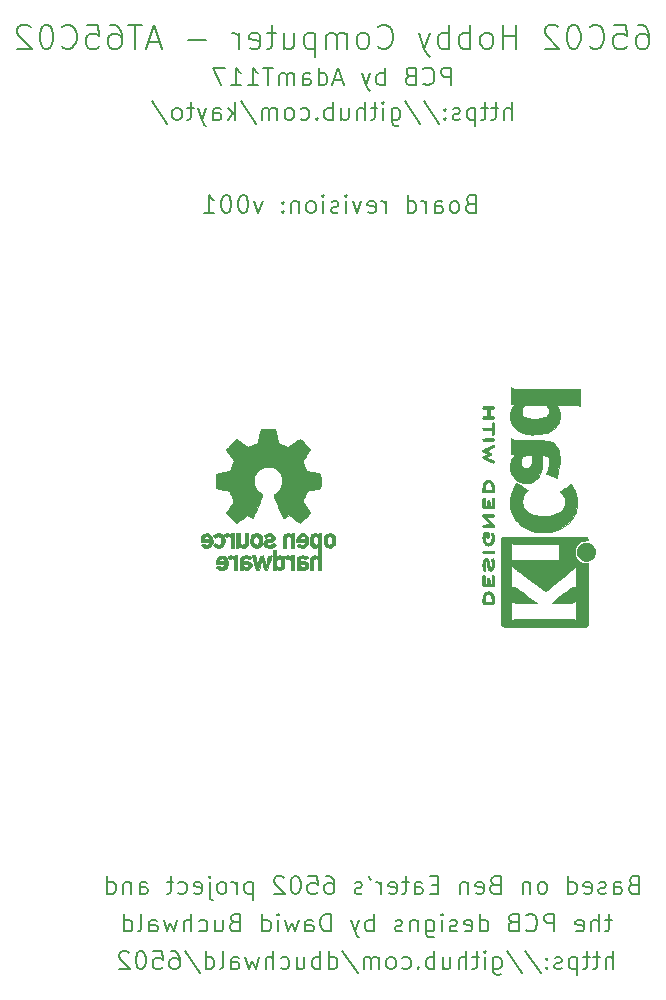
<source format=gbo>
G04 #@! TF.GenerationSoftware,KiCad,Pcbnew,(5.1.9)-1*
G04 #@! TF.CreationDate,2022-11-15T19:47:53+00:00*
G04 #@! TF.ProjectId,AT_65C02_Computer,41545f36-3543-4303-925f-436f6d707574,rev?*
G04 #@! TF.SameCoordinates,Original*
G04 #@! TF.FileFunction,Legend,Bot*
G04 #@! TF.FilePolarity,Positive*
%FSLAX46Y46*%
G04 Gerber Fmt 4.6, Leading zero omitted, Abs format (unit mm)*
G04 Created by KiCad (PCBNEW (5.1.9)-1) date 2022-11-15 19:47:53*
%MOMM*%
%LPD*%
G01*
G04 APERTURE LIST*
%ADD10C,0.200000*%
%ADD11C,0.010000*%
G04 APERTURE END LIST*
D10*
X75412857Y-75728571D02*
X75412857Y-74228571D01*
X74770000Y-75728571D02*
X74770000Y-74942857D01*
X74841428Y-74800000D01*
X74984285Y-74728571D01*
X75198571Y-74728571D01*
X75341428Y-74800000D01*
X75412857Y-74871428D01*
X74270000Y-74728571D02*
X73698571Y-74728571D01*
X74055714Y-74228571D02*
X74055714Y-75514285D01*
X73984285Y-75657142D01*
X73841428Y-75728571D01*
X73698571Y-75728571D01*
X73412857Y-74728571D02*
X72841428Y-74728571D01*
X73198571Y-74228571D02*
X73198571Y-75514285D01*
X73127142Y-75657142D01*
X72984285Y-75728571D01*
X72841428Y-75728571D01*
X72341428Y-74728571D02*
X72341428Y-76228571D01*
X72341428Y-74800000D02*
X72198571Y-74728571D01*
X71912857Y-74728571D01*
X71770000Y-74800000D01*
X71698571Y-74871428D01*
X71627142Y-75014285D01*
X71627142Y-75442857D01*
X71698571Y-75585714D01*
X71770000Y-75657142D01*
X71912857Y-75728571D01*
X72198571Y-75728571D01*
X72341428Y-75657142D01*
X71055714Y-75657142D02*
X70912857Y-75728571D01*
X70627142Y-75728571D01*
X70484285Y-75657142D01*
X70412857Y-75514285D01*
X70412857Y-75442857D01*
X70484285Y-75300000D01*
X70627142Y-75228571D01*
X70841428Y-75228571D01*
X70984285Y-75157142D01*
X71055714Y-75014285D01*
X71055714Y-74942857D01*
X70984285Y-74800000D01*
X70841428Y-74728571D01*
X70627142Y-74728571D01*
X70484285Y-74800000D01*
X69770000Y-75585714D02*
X69698571Y-75657142D01*
X69770000Y-75728571D01*
X69841428Y-75657142D01*
X69770000Y-75585714D01*
X69770000Y-75728571D01*
X69770000Y-74800000D02*
X69698571Y-74871428D01*
X69770000Y-74942857D01*
X69841428Y-74871428D01*
X69770000Y-74800000D01*
X69770000Y-74942857D01*
X67984285Y-74157142D02*
X69270000Y-76085714D01*
X66412857Y-74157142D02*
X67698571Y-76085714D01*
X65270000Y-74728571D02*
X65270000Y-75942857D01*
X65341428Y-76085714D01*
X65412857Y-76157142D01*
X65555714Y-76228571D01*
X65770000Y-76228571D01*
X65912857Y-76157142D01*
X65270000Y-75657142D02*
X65412857Y-75728571D01*
X65698571Y-75728571D01*
X65841428Y-75657142D01*
X65912857Y-75585714D01*
X65984285Y-75442857D01*
X65984285Y-75014285D01*
X65912857Y-74871428D01*
X65841428Y-74800000D01*
X65698571Y-74728571D01*
X65412857Y-74728571D01*
X65270000Y-74800000D01*
X64555714Y-75728571D02*
X64555714Y-74728571D01*
X64555714Y-74228571D02*
X64627142Y-74300000D01*
X64555714Y-74371428D01*
X64484285Y-74300000D01*
X64555714Y-74228571D01*
X64555714Y-74371428D01*
X64055714Y-74728571D02*
X63484285Y-74728571D01*
X63841428Y-74228571D02*
X63841428Y-75514285D01*
X63770000Y-75657142D01*
X63627142Y-75728571D01*
X63484285Y-75728571D01*
X62984285Y-75728571D02*
X62984285Y-74228571D01*
X62341428Y-75728571D02*
X62341428Y-74942857D01*
X62412857Y-74800000D01*
X62555714Y-74728571D01*
X62770000Y-74728571D01*
X62912857Y-74800000D01*
X62984285Y-74871428D01*
X60984285Y-74728571D02*
X60984285Y-75728571D01*
X61627142Y-74728571D02*
X61627142Y-75514285D01*
X61555714Y-75657142D01*
X61412857Y-75728571D01*
X61198571Y-75728571D01*
X61055714Y-75657142D01*
X60984285Y-75585714D01*
X60270000Y-75728571D02*
X60270000Y-74228571D01*
X60270000Y-74800000D02*
X60127142Y-74728571D01*
X59841428Y-74728571D01*
X59698571Y-74800000D01*
X59627142Y-74871428D01*
X59555714Y-75014285D01*
X59555714Y-75442857D01*
X59627142Y-75585714D01*
X59698571Y-75657142D01*
X59841428Y-75728571D01*
X60127142Y-75728571D01*
X60270000Y-75657142D01*
X58912857Y-75585714D02*
X58841428Y-75657142D01*
X58912857Y-75728571D01*
X58984285Y-75657142D01*
X58912857Y-75585714D01*
X58912857Y-75728571D01*
X57555714Y-75657142D02*
X57698571Y-75728571D01*
X57984285Y-75728571D01*
X58127142Y-75657142D01*
X58198571Y-75585714D01*
X58270000Y-75442857D01*
X58270000Y-75014285D01*
X58198571Y-74871428D01*
X58127142Y-74800000D01*
X57984285Y-74728571D01*
X57698571Y-74728571D01*
X57555714Y-74800000D01*
X56698571Y-75728571D02*
X56841428Y-75657142D01*
X56912857Y-75585714D01*
X56984285Y-75442857D01*
X56984285Y-75014285D01*
X56912857Y-74871428D01*
X56841428Y-74800000D01*
X56698571Y-74728571D01*
X56484285Y-74728571D01*
X56341428Y-74800000D01*
X56270000Y-74871428D01*
X56198571Y-75014285D01*
X56198571Y-75442857D01*
X56270000Y-75585714D01*
X56341428Y-75657142D01*
X56484285Y-75728571D01*
X56698571Y-75728571D01*
X55555714Y-75728571D02*
X55555714Y-74728571D01*
X55555714Y-74871428D02*
X55484285Y-74800000D01*
X55341428Y-74728571D01*
X55127142Y-74728571D01*
X54984285Y-74800000D01*
X54912857Y-74942857D01*
X54912857Y-75728571D01*
X54912857Y-74942857D02*
X54841428Y-74800000D01*
X54698571Y-74728571D01*
X54484285Y-74728571D01*
X54341428Y-74800000D01*
X54270000Y-74942857D01*
X54270000Y-75728571D01*
X52484285Y-74157142D02*
X53770000Y-76085714D01*
X51984285Y-75728571D02*
X51984285Y-74228571D01*
X51841428Y-75157142D02*
X51412857Y-75728571D01*
X51412857Y-74728571D02*
X51984285Y-75300000D01*
X50127142Y-75728571D02*
X50127142Y-74942857D01*
X50198571Y-74800000D01*
X50341428Y-74728571D01*
X50627142Y-74728571D01*
X50770000Y-74800000D01*
X50127142Y-75657142D02*
X50270000Y-75728571D01*
X50627142Y-75728571D01*
X50770000Y-75657142D01*
X50841428Y-75514285D01*
X50841428Y-75371428D01*
X50770000Y-75228571D01*
X50627142Y-75157142D01*
X50270000Y-75157142D01*
X50127142Y-75085714D01*
X49555714Y-74728571D02*
X49198571Y-75728571D01*
X48841428Y-74728571D02*
X49198571Y-75728571D01*
X49341428Y-76085714D01*
X49412857Y-76157142D01*
X49555714Y-76228571D01*
X48484285Y-74728571D02*
X47912857Y-74728571D01*
X48270000Y-74228571D02*
X48270000Y-75514285D01*
X48198571Y-75657142D01*
X48055714Y-75728571D01*
X47912857Y-75728571D01*
X47198571Y-75728571D02*
X47341428Y-75657142D01*
X47412857Y-75585714D01*
X47484285Y-75442857D01*
X47484285Y-75014285D01*
X47412857Y-74871428D01*
X47341428Y-74800000D01*
X47198571Y-74728571D01*
X46984285Y-74728571D01*
X46841428Y-74800000D01*
X46770000Y-74871428D01*
X46698571Y-75014285D01*
X46698571Y-75442857D01*
X46770000Y-75585714D01*
X46841428Y-75657142D01*
X46984285Y-75728571D01*
X47198571Y-75728571D01*
X44984285Y-74157142D02*
X46270000Y-76085714D01*
X70305714Y-72798571D02*
X70305714Y-71298571D01*
X69734285Y-71298571D01*
X69591428Y-71370000D01*
X69519999Y-71441428D01*
X69448571Y-71584285D01*
X69448571Y-71798571D01*
X69519999Y-71941428D01*
X69591428Y-72012857D01*
X69734285Y-72084285D01*
X70305714Y-72084285D01*
X67948571Y-72655714D02*
X68019999Y-72727142D01*
X68234285Y-72798571D01*
X68377142Y-72798571D01*
X68591428Y-72727142D01*
X68734285Y-72584285D01*
X68805714Y-72441428D01*
X68877142Y-72155714D01*
X68877142Y-71941428D01*
X68805714Y-71655714D01*
X68734285Y-71512857D01*
X68591428Y-71370000D01*
X68377142Y-71298571D01*
X68234285Y-71298571D01*
X68019999Y-71370000D01*
X67948571Y-71441428D01*
X66805714Y-72012857D02*
X66591428Y-72084285D01*
X66519999Y-72155714D01*
X66448571Y-72298571D01*
X66448571Y-72512857D01*
X66519999Y-72655714D01*
X66591428Y-72727142D01*
X66734285Y-72798571D01*
X67305714Y-72798571D01*
X67305714Y-71298571D01*
X66805714Y-71298571D01*
X66662857Y-71370000D01*
X66591428Y-71441428D01*
X66519999Y-71584285D01*
X66519999Y-71727142D01*
X66591428Y-71870000D01*
X66662857Y-71941428D01*
X66805714Y-72012857D01*
X67305714Y-72012857D01*
X64662857Y-72798571D02*
X64662857Y-71298571D01*
X64662857Y-71870000D02*
X64519999Y-71798571D01*
X64234285Y-71798571D01*
X64091428Y-71870000D01*
X64019999Y-71941428D01*
X63948571Y-72084285D01*
X63948571Y-72512857D01*
X64019999Y-72655714D01*
X64091428Y-72727142D01*
X64234285Y-72798571D01*
X64519999Y-72798571D01*
X64662857Y-72727142D01*
X63448571Y-71798571D02*
X63091428Y-72798571D01*
X62734285Y-71798571D02*
X63091428Y-72798571D01*
X63234285Y-73155714D01*
X63305714Y-73227142D01*
X63448571Y-73298571D01*
X61091428Y-72370000D02*
X60377142Y-72370000D01*
X61234285Y-72798571D02*
X60734285Y-71298571D01*
X60234285Y-72798571D01*
X59091428Y-72798571D02*
X59091428Y-71298571D01*
X59091428Y-72727142D02*
X59234285Y-72798571D01*
X59519999Y-72798571D01*
X59662857Y-72727142D01*
X59734285Y-72655714D01*
X59805714Y-72512857D01*
X59805714Y-72084285D01*
X59734285Y-71941428D01*
X59662857Y-71870000D01*
X59519999Y-71798571D01*
X59234285Y-71798571D01*
X59091428Y-71870000D01*
X57734285Y-72798571D02*
X57734285Y-72012857D01*
X57805714Y-71870000D01*
X57948571Y-71798571D01*
X58234285Y-71798571D01*
X58377142Y-71870000D01*
X57734285Y-72727142D02*
X57877142Y-72798571D01*
X58234285Y-72798571D01*
X58377142Y-72727142D01*
X58448571Y-72584285D01*
X58448571Y-72441428D01*
X58377142Y-72298571D01*
X58234285Y-72227142D01*
X57877142Y-72227142D01*
X57734285Y-72155714D01*
X57019999Y-72798571D02*
X57019999Y-71798571D01*
X57019999Y-71941428D02*
X56948571Y-71870000D01*
X56805714Y-71798571D01*
X56591428Y-71798571D01*
X56448571Y-71870000D01*
X56377142Y-72012857D01*
X56377142Y-72798571D01*
X56377142Y-72012857D02*
X56305714Y-71870000D01*
X56162857Y-71798571D01*
X55948571Y-71798571D01*
X55805714Y-71870000D01*
X55734285Y-72012857D01*
X55734285Y-72798571D01*
X55234285Y-71298571D02*
X54377142Y-71298571D01*
X54805714Y-72798571D02*
X54805714Y-71298571D01*
X53091428Y-72798571D02*
X53948571Y-72798571D01*
X53519999Y-72798571D02*
X53519999Y-71298571D01*
X53662857Y-71512857D01*
X53805714Y-71655714D01*
X53948571Y-71727142D01*
X51662857Y-72798571D02*
X52519999Y-72798571D01*
X52091428Y-72798571D02*
X52091428Y-71298571D01*
X52234285Y-71512857D01*
X52377142Y-71655714D01*
X52519999Y-71727142D01*
X51162857Y-71298571D02*
X50162857Y-71298571D01*
X50805714Y-72798571D01*
X86115237Y-67704761D02*
X86496190Y-67704761D01*
X86686666Y-67800000D01*
X86781904Y-67895238D01*
X86972380Y-68180952D01*
X87067618Y-68561904D01*
X87067618Y-69323809D01*
X86972380Y-69514285D01*
X86877142Y-69609523D01*
X86686666Y-69704761D01*
X86305713Y-69704761D01*
X86115237Y-69609523D01*
X86019999Y-69514285D01*
X85924761Y-69323809D01*
X85924761Y-68847619D01*
X86019999Y-68657142D01*
X86115237Y-68561904D01*
X86305713Y-68466666D01*
X86686666Y-68466666D01*
X86877142Y-68561904D01*
X86972380Y-68657142D01*
X87067618Y-68847619D01*
X84115237Y-67704761D02*
X85067618Y-67704761D01*
X85162856Y-68657142D01*
X85067618Y-68561904D01*
X84877142Y-68466666D01*
X84400951Y-68466666D01*
X84210475Y-68561904D01*
X84115237Y-68657142D01*
X84019999Y-68847619D01*
X84019999Y-69323809D01*
X84115237Y-69514285D01*
X84210475Y-69609523D01*
X84400951Y-69704761D01*
X84877142Y-69704761D01*
X85067618Y-69609523D01*
X85162856Y-69514285D01*
X82019999Y-69514285D02*
X82115237Y-69609523D01*
X82400951Y-69704761D01*
X82591428Y-69704761D01*
X82877142Y-69609523D01*
X83067618Y-69419047D01*
X83162856Y-69228571D01*
X83258094Y-68847619D01*
X83258094Y-68561904D01*
X83162856Y-68180952D01*
X83067618Y-67990476D01*
X82877142Y-67800000D01*
X82591428Y-67704761D01*
X82400951Y-67704761D01*
X82115237Y-67800000D01*
X82019999Y-67895238D01*
X80781904Y-67704761D02*
X80591428Y-67704761D01*
X80400951Y-67800000D01*
X80305713Y-67895238D01*
X80210475Y-68085714D01*
X80115237Y-68466666D01*
X80115237Y-68942857D01*
X80210475Y-69323809D01*
X80305713Y-69514285D01*
X80400951Y-69609523D01*
X80591428Y-69704761D01*
X80781904Y-69704761D01*
X80972380Y-69609523D01*
X81067618Y-69514285D01*
X81162856Y-69323809D01*
X81258094Y-68942857D01*
X81258094Y-68466666D01*
X81162856Y-68085714D01*
X81067618Y-67895238D01*
X80972380Y-67800000D01*
X80781904Y-67704761D01*
X79353332Y-67895238D02*
X79258094Y-67800000D01*
X79067618Y-67704761D01*
X78591428Y-67704761D01*
X78400951Y-67800000D01*
X78305713Y-67895238D01*
X78210475Y-68085714D01*
X78210475Y-68276190D01*
X78305713Y-68561904D01*
X79448571Y-69704761D01*
X78210475Y-69704761D01*
X75829523Y-69704761D02*
X75829523Y-67704761D01*
X75829523Y-68657142D02*
X74686666Y-68657142D01*
X74686666Y-69704761D02*
X74686666Y-67704761D01*
X73448571Y-69704761D02*
X73639047Y-69609523D01*
X73734285Y-69514285D01*
X73829523Y-69323809D01*
X73829523Y-68752380D01*
X73734285Y-68561904D01*
X73639047Y-68466666D01*
X73448571Y-68371428D01*
X73162856Y-68371428D01*
X72972380Y-68466666D01*
X72877142Y-68561904D01*
X72781904Y-68752380D01*
X72781904Y-69323809D01*
X72877142Y-69514285D01*
X72972380Y-69609523D01*
X73162856Y-69704761D01*
X73448571Y-69704761D01*
X71924761Y-69704761D02*
X71924761Y-67704761D01*
X71924761Y-68466666D02*
X71734285Y-68371428D01*
X71353332Y-68371428D01*
X71162856Y-68466666D01*
X71067618Y-68561904D01*
X70972380Y-68752380D01*
X70972380Y-69323809D01*
X71067618Y-69514285D01*
X71162856Y-69609523D01*
X71353332Y-69704761D01*
X71734285Y-69704761D01*
X71924761Y-69609523D01*
X70115237Y-69704761D02*
X70115237Y-67704761D01*
X70115237Y-68466666D02*
X69924761Y-68371428D01*
X69543809Y-68371428D01*
X69353332Y-68466666D01*
X69258094Y-68561904D01*
X69162856Y-68752380D01*
X69162856Y-69323809D01*
X69258094Y-69514285D01*
X69353332Y-69609523D01*
X69543809Y-69704761D01*
X69924761Y-69704761D01*
X70115237Y-69609523D01*
X68496190Y-68371428D02*
X68019999Y-69704761D01*
X67543809Y-68371428D02*
X68019999Y-69704761D01*
X68210475Y-70180952D01*
X68305713Y-70276190D01*
X68496190Y-70371428D01*
X64115237Y-69514285D02*
X64210475Y-69609523D01*
X64496190Y-69704761D01*
X64686666Y-69704761D01*
X64972380Y-69609523D01*
X65162856Y-69419047D01*
X65258094Y-69228571D01*
X65353332Y-68847619D01*
X65353332Y-68561904D01*
X65258094Y-68180952D01*
X65162856Y-67990476D01*
X64972380Y-67800000D01*
X64686666Y-67704761D01*
X64496190Y-67704761D01*
X64210475Y-67800000D01*
X64115237Y-67895238D01*
X62972380Y-69704761D02*
X63162856Y-69609523D01*
X63258094Y-69514285D01*
X63353332Y-69323809D01*
X63353332Y-68752380D01*
X63258094Y-68561904D01*
X63162856Y-68466666D01*
X62972380Y-68371428D01*
X62686666Y-68371428D01*
X62496190Y-68466666D01*
X62400951Y-68561904D01*
X62305713Y-68752380D01*
X62305713Y-69323809D01*
X62400951Y-69514285D01*
X62496190Y-69609523D01*
X62686666Y-69704761D01*
X62972380Y-69704761D01*
X61448571Y-69704761D02*
X61448571Y-68371428D01*
X61448571Y-68561904D02*
X61353332Y-68466666D01*
X61162856Y-68371428D01*
X60877142Y-68371428D01*
X60686666Y-68466666D01*
X60591428Y-68657142D01*
X60591428Y-69704761D01*
X60591428Y-68657142D02*
X60496190Y-68466666D01*
X60305713Y-68371428D01*
X60019999Y-68371428D01*
X59829523Y-68466666D01*
X59734285Y-68657142D01*
X59734285Y-69704761D01*
X58781904Y-68371428D02*
X58781904Y-70371428D01*
X58781904Y-68466666D02*
X58591428Y-68371428D01*
X58210475Y-68371428D01*
X58019999Y-68466666D01*
X57924761Y-68561904D01*
X57829523Y-68752380D01*
X57829523Y-69323809D01*
X57924761Y-69514285D01*
X58019999Y-69609523D01*
X58210475Y-69704761D01*
X58591428Y-69704761D01*
X58781904Y-69609523D01*
X56115237Y-68371428D02*
X56115237Y-69704761D01*
X56972380Y-68371428D02*
X56972380Y-69419047D01*
X56877142Y-69609523D01*
X56686666Y-69704761D01*
X56400951Y-69704761D01*
X56210475Y-69609523D01*
X56115237Y-69514285D01*
X55448571Y-68371428D02*
X54686666Y-68371428D01*
X55162856Y-67704761D02*
X55162856Y-69419047D01*
X55067618Y-69609523D01*
X54877142Y-69704761D01*
X54686666Y-69704761D01*
X53258094Y-69609523D02*
X53448571Y-69704761D01*
X53829523Y-69704761D01*
X54019999Y-69609523D01*
X54115237Y-69419047D01*
X54115237Y-68657142D01*
X54019999Y-68466666D01*
X53829523Y-68371428D01*
X53448571Y-68371428D01*
X53258094Y-68466666D01*
X53162856Y-68657142D01*
X53162856Y-68847619D01*
X54115237Y-69038095D01*
X52305713Y-69704761D02*
X52305713Y-68371428D01*
X52305713Y-68752380D02*
X52210475Y-68561904D01*
X52115237Y-68466666D01*
X51924761Y-68371428D01*
X51734285Y-68371428D01*
X49543809Y-68942857D02*
X48019999Y-68942857D01*
X45639047Y-69133333D02*
X44686666Y-69133333D01*
X45829523Y-69704761D02*
X45162856Y-67704761D01*
X44496190Y-69704761D01*
X44115237Y-67704761D02*
X42972380Y-67704761D01*
X43543809Y-69704761D02*
X43543809Y-67704761D01*
X41448571Y-67704761D02*
X41829523Y-67704761D01*
X42019999Y-67800000D01*
X42115237Y-67895238D01*
X42305713Y-68180952D01*
X42400951Y-68561904D01*
X42400951Y-69323809D01*
X42305713Y-69514285D01*
X42210475Y-69609523D01*
X42019999Y-69704761D01*
X41639047Y-69704761D01*
X41448571Y-69609523D01*
X41353332Y-69514285D01*
X41258094Y-69323809D01*
X41258094Y-68847619D01*
X41353332Y-68657142D01*
X41448571Y-68561904D01*
X41639047Y-68466666D01*
X42019999Y-68466666D01*
X42210475Y-68561904D01*
X42305713Y-68657142D01*
X42400951Y-68847619D01*
X39448571Y-67704761D02*
X40400951Y-67704761D01*
X40496190Y-68657142D01*
X40400951Y-68561904D01*
X40210475Y-68466666D01*
X39734285Y-68466666D01*
X39543809Y-68561904D01*
X39448571Y-68657142D01*
X39353332Y-68847619D01*
X39353332Y-69323809D01*
X39448571Y-69514285D01*
X39543809Y-69609523D01*
X39734285Y-69704761D01*
X40210475Y-69704761D01*
X40400951Y-69609523D01*
X40496190Y-69514285D01*
X37353332Y-69514285D02*
X37448571Y-69609523D01*
X37734285Y-69704761D01*
X37924761Y-69704761D01*
X38210475Y-69609523D01*
X38400951Y-69419047D01*
X38496190Y-69228571D01*
X38591428Y-68847619D01*
X38591428Y-68561904D01*
X38496190Y-68180952D01*
X38400951Y-67990476D01*
X38210475Y-67800000D01*
X37924761Y-67704761D01*
X37734285Y-67704761D01*
X37448571Y-67800000D01*
X37353332Y-67895238D01*
X36115237Y-67704761D02*
X35924761Y-67704761D01*
X35734285Y-67800000D01*
X35639047Y-67895238D01*
X35543809Y-68085714D01*
X35448571Y-68466666D01*
X35448571Y-68942857D01*
X35543809Y-69323809D01*
X35639047Y-69514285D01*
X35734285Y-69609523D01*
X35924761Y-69704761D01*
X36115237Y-69704761D01*
X36305713Y-69609523D01*
X36400951Y-69514285D01*
X36496190Y-69323809D01*
X36591428Y-68942857D01*
X36591428Y-68466666D01*
X36496190Y-68085714D01*
X36400951Y-67895238D01*
X36305713Y-67800000D01*
X36115237Y-67704761D01*
X34686666Y-67895238D02*
X34591428Y-67800000D01*
X34400951Y-67704761D01*
X33924761Y-67704761D01*
X33734285Y-67800000D01*
X33639047Y-67895238D01*
X33543809Y-68085714D01*
X33543809Y-68276190D01*
X33639047Y-68561904D01*
X34781904Y-69704761D01*
X33543809Y-69704761D01*
X71901429Y-82832857D02*
X71687143Y-82904285D01*
X71615714Y-82975714D01*
X71544286Y-83118571D01*
X71544286Y-83332857D01*
X71615714Y-83475714D01*
X71687143Y-83547142D01*
X71830000Y-83618571D01*
X72401429Y-83618571D01*
X72401429Y-82118571D01*
X71901429Y-82118571D01*
X71758572Y-82190000D01*
X71687143Y-82261428D01*
X71615714Y-82404285D01*
X71615714Y-82547142D01*
X71687143Y-82690000D01*
X71758572Y-82761428D01*
X71901429Y-82832857D01*
X72401429Y-82832857D01*
X70687143Y-83618571D02*
X70830000Y-83547142D01*
X70901429Y-83475714D01*
X70972857Y-83332857D01*
X70972857Y-82904285D01*
X70901429Y-82761428D01*
X70830000Y-82690000D01*
X70687143Y-82618571D01*
X70472857Y-82618571D01*
X70330000Y-82690000D01*
X70258572Y-82761428D01*
X70187143Y-82904285D01*
X70187143Y-83332857D01*
X70258572Y-83475714D01*
X70330000Y-83547142D01*
X70472857Y-83618571D01*
X70687143Y-83618571D01*
X68901429Y-83618571D02*
X68901429Y-82832857D01*
X68972857Y-82690000D01*
X69115714Y-82618571D01*
X69401429Y-82618571D01*
X69544286Y-82690000D01*
X68901429Y-83547142D02*
X69044286Y-83618571D01*
X69401429Y-83618571D01*
X69544286Y-83547142D01*
X69615714Y-83404285D01*
X69615714Y-83261428D01*
X69544286Y-83118571D01*
X69401429Y-83047142D01*
X69044286Y-83047142D01*
X68901429Y-82975714D01*
X68187143Y-83618571D02*
X68187143Y-82618571D01*
X68187143Y-82904285D02*
X68115714Y-82761428D01*
X68044286Y-82690000D01*
X67901429Y-82618571D01*
X67758572Y-82618571D01*
X66615714Y-83618571D02*
X66615714Y-82118571D01*
X66615714Y-83547142D02*
X66758571Y-83618571D01*
X67044286Y-83618571D01*
X67187143Y-83547142D01*
X67258572Y-83475714D01*
X67330000Y-83332857D01*
X67330000Y-82904285D01*
X67258572Y-82761428D01*
X67187143Y-82690000D01*
X67044286Y-82618571D01*
X66758571Y-82618571D01*
X66615714Y-82690000D01*
X64758571Y-83618571D02*
X64758571Y-82618571D01*
X64758571Y-82904285D02*
X64687143Y-82761428D01*
X64615714Y-82690000D01*
X64472857Y-82618571D01*
X64330000Y-82618571D01*
X63258571Y-83547142D02*
X63401429Y-83618571D01*
X63687143Y-83618571D01*
X63830000Y-83547142D01*
X63901429Y-83404285D01*
X63901429Y-82832857D01*
X63830000Y-82690000D01*
X63687143Y-82618571D01*
X63401429Y-82618571D01*
X63258571Y-82690000D01*
X63187143Y-82832857D01*
X63187143Y-82975714D01*
X63901429Y-83118571D01*
X62687143Y-82618571D02*
X62330000Y-83618571D01*
X61972857Y-82618571D01*
X61401429Y-83618571D02*
X61401429Y-82618571D01*
X61401429Y-82118571D02*
X61472857Y-82190000D01*
X61401429Y-82261428D01*
X61330000Y-82190000D01*
X61401429Y-82118571D01*
X61401429Y-82261428D01*
X60758571Y-83547142D02*
X60615714Y-83618571D01*
X60330000Y-83618571D01*
X60187143Y-83547142D01*
X60115714Y-83404285D01*
X60115714Y-83332857D01*
X60187143Y-83190000D01*
X60330000Y-83118571D01*
X60544286Y-83118571D01*
X60687143Y-83047142D01*
X60758571Y-82904285D01*
X60758571Y-82832857D01*
X60687143Y-82690000D01*
X60544286Y-82618571D01*
X60330000Y-82618571D01*
X60187143Y-82690000D01*
X59472857Y-83618571D02*
X59472857Y-82618571D01*
X59472857Y-82118571D02*
X59544286Y-82190000D01*
X59472857Y-82261428D01*
X59401429Y-82190000D01*
X59472857Y-82118571D01*
X59472857Y-82261428D01*
X58544286Y-83618571D02*
X58687143Y-83547142D01*
X58758571Y-83475714D01*
X58830000Y-83332857D01*
X58830000Y-82904285D01*
X58758571Y-82761428D01*
X58687143Y-82690000D01*
X58544286Y-82618571D01*
X58330000Y-82618571D01*
X58187143Y-82690000D01*
X58115714Y-82761428D01*
X58044286Y-82904285D01*
X58044286Y-83332857D01*
X58115714Y-83475714D01*
X58187143Y-83547142D01*
X58330000Y-83618571D01*
X58544286Y-83618571D01*
X57401429Y-82618571D02*
X57401429Y-83618571D01*
X57401429Y-82761428D02*
X57330000Y-82690000D01*
X57187143Y-82618571D01*
X56972857Y-82618571D01*
X56830000Y-82690000D01*
X56758571Y-82832857D01*
X56758571Y-83618571D01*
X56044286Y-83475714D02*
X55972857Y-83547142D01*
X56044286Y-83618571D01*
X56115714Y-83547142D01*
X56044286Y-83475714D01*
X56044286Y-83618571D01*
X56044286Y-82690000D02*
X55972857Y-82761428D01*
X56044286Y-82832857D01*
X56115714Y-82761428D01*
X56044286Y-82690000D01*
X56044286Y-82832857D01*
X54330000Y-82618571D02*
X53972857Y-83618571D01*
X53615714Y-82618571D01*
X52758571Y-82118571D02*
X52615714Y-82118571D01*
X52472857Y-82190000D01*
X52401429Y-82261428D01*
X52330000Y-82404285D01*
X52258571Y-82690000D01*
X52258571Y-83047142D01*
X52330000Y-83332857D01*
X52401429Y-83475714D01*
X52472857Y-83547142D01*
X52615714Y-83618571D01*
X52758571Y-83618571D01*
X52901429Y-83547142D01*
X52972857Y-83475714D01*
X53044286Y-83332857D01*
X53115714Y-83047142D01*
X53115714Y-82690000D01*
X53044286Y-82404285D01*
X52972857Y-82261428D01*
X52901429Y-82190000D01*
X52758571Y-82118571D01*
X51330000Y-82118571D02*
X51187143Y-82118571D01*
X51044286Y-82190000D01*
X50972857Y-82261428D01*
X50901429Y-82404285D01*
X50830000Y-82690000D01*
X50830000Y-83047142D01*
X50901429Y-83332857D01*
X50972857Y-83475714D01*
X51044286Y-83547142D01*
X51187143Y-83618571D01*
X51330000Y-83618571D01*
X51472857Y-83547142D01*
X51544286Y-83475714D01*
X51615714Y-83332857D01*
X51687143Y-83047142D01*
X51687143Y-82690000D01*
X51615714Y-82404285D01*
X51544286Y-82261428D01*
X51472857Y-82190000D01*
X51330000Y-82118571D01*
X49401429Y-83618571D02*
X50258571Y-83618571D01*
X49830000Y-83618571D02*
X49830000Y-82118571D01*
X49972857Y-82332857D01*
X50115714Y-82475714D01*
X50258571Y-82547142D01*
X84020000Y-147628571D02*
X84020000Y-146128571D01*
X83377143Y-147628571D02*
X83377143Y-146842857D01*
X83448571Y-146700000D01*
X83591428Y-146628571D01*
X83805714Y-146628571D01*
X83948571Y-146700000D01*
X84020000Y-146771428D01*
X82877143Y-146628571D02*
X82305714Y-146628571D01*
X82662857Y-146128571D02*
X82662857Y-147414285D01*
X82591428Y-147557142D01*
X82448571Y-147628571D01*
X82305714Y-147628571D01*
X82020000Y-146628571D02*
X81448571Y-146628571D01*
X81805714Y-146128571D02*
X81805714Y-147414285D01*
X81734285Y-147557142D01*
X81591428Y-147628571D01*
X81448571Y-147628571D01*
X80948571Y-146628571D02*
X80948571Y-148128571D01*
X80948571Y-146700000D02*
X80805714Y-146628571D01*
X80520000Y-146628571D01*
X80377143Y-146700000D01*
X80305714Y-146771428D01*
X80234285Y-146914285D01*
X80234285Y-147342857D01*
X80305714Y-147485714D01*
X80377143Y-147557142D01*
X80520000Y-147628571D01*
X80805714Y-147628571D01*
X80948571Y-147557142D01*
X79662857Y-147557142D02*
X79520000Y-147628571D01*
X79234285Y-147628571D01*
X79091428Y-147557142D01*
X79020000Y-147414285D01*
X79020000Y-147342857D01*
X79091428Y-147200000D01*
X79234285Y-147128571D01*
X79448571Y-147128571D01*
X79591428Y-147057142D01*
X79662857Y-146914285D01*
X79662857Y-146842857D01*
X79591428Y-146700000D01*
X79448571Y-146628571D01*
X79234285Y-146628571D01*
X79091428Y-146700000D01*
X78377143Y-147485714D02*
X78305714Y-147557142D01*
X78377143Y-147628571D01*
X78448571Y-147557142D01*
X78377143Y-147485714D01*
X78377143Y-147628571D01*
X78377143Y-146700000D02*
X78305714Y-146771428D01*
X78377143Y-146842857D01*
X78448571Y-146771428D01*
X78377143Y-146700000D01*
X78377143Y-146842857D01*
X76591428Y-146057142D02*
X77877143Y-147985714D01*
X75020000Y-146057142D02*
X76305714Y-147985714D01*
X73877142Y-146628571D02*
X73877142Y-147842857D01*
X73948571Y-147985714D01*
X74020000Y-148057142D01*
X74162857Y-148128571D01*
X74377142Y-148128571D01*
X74520000Y-148057142D01*
X73877142Y-147557142D02*
X74020000Y-147628571D01*
X74305714Y-147628571D01*
X74448571Y-147557142D01*
X74520000Y-147485714D01*
X74591428Y-147342857D01*
X74591428Y-146914285D01*
X74520000Y-146771428D01*
X74448571Y-146700000D01*
X74305714Y-146628571D01*
X74020000Y-146628571D01*
X73877142Y-146700000D01*
X73162857Y-147628571D02*
X73162857Y-146628571D01*
X73162857Y-146128571D02*
X73234285Y-146200000D01*
X73162857Y-146271428D01*
X73091428Y-146200000D01*
X73162857Y-146128571D01*
X73162857Y-146271428D01*
X72662857Y-146628571D02*
X72091428Y-146628571D01*
X72448571Y-146128571D02*
X72448571Y-147414285D01*
X72377142Y-147557142D01*
X72234285Y-147628571D01*
X72091428Y-147628571D01*
X71591428Y-147628571D02*
X71591428Y-146128571D01*
X70948571Y-147628571D02*
X70948571Y-146842857D01*
X71020000Y-146700000D01*
X71162857Y-146628571D01*
X71377142Y-146628571D01*
X71520000Y-146700000D01*
X71591428Y-146771428D01*
X69591428Y-146628571D02*
X69591428Y-147628571D01*
X70234285Y-146628571D02*
X70234285Y-147414285D01*
X70162857Y-147557142D01*
X70020000Y-147628571D01*
X69805714Y-147628571D01*
X69662857Y-147557142D01*
X69591428Y-147485714D01*
X68877142Y-147628571D02*
X68877142Y-146128571D01*
X68877142Y-146700000D02*
X68734285Y-146628571D01*
X68448571Y-146628571D01*
X68305714Y-146700000D01*
X68234285Y-146771428D01*
X68162857Y-146914285D01*
X68162857Y-147342857D01*
X68234285Y-147485714D01*
X68305714Y-147557142D01*
X68448571Y-147628571D01*
X68734285Y-147628571D01*
X68877142Y-147557142D01*
X67520000Y-147485714D02*
X67448571Y-147557142D01*
X67520000Y-147628571D01*
X67591428Y-147557142D01*
X67520000Y-147485714D01*
X67520000Y-147628571D01*
X66162857Y-147557142D02*
X66305714Y-147628571D01*
X66591428Y-147628571D01*
X66734285Y-147557142D01*
X66805714Y-147485714D01*
X66877142Y-147342857D01*
X66877142Y-146914285D01*
X66805714Y-146771428D01*
X66734285Y-146700000D01*
X66591428Y-146628571D01*
X66305714Y-146628571D01*
X66162857Y-146700000D01*
X65305714Y-147628571D02*
X65448571Y-147557142D01*
X65520000Y-147485714D01*
X65591428Y-147342857D01*
X65591428Y-146914285D01*
X65520000Y-146771428D01*
X65448571Y-146700000D01*
X65305714Y-146628571D01*
X65091428Y-146628571D01*
X64948571Y-146700000D01*
X64877142Y-146771428D01*
X64805714Y-146914285D01*
X64805714Y-147342857D01*
X64877142Y-147485714D01*
X64948571Y-147557142D01*
X65091428Y-147628571D01*
X65305714Y-147628571D01*
X64162857Y-147628571D02*
X64162857Y-146628571D01*
X64162857Y-146771428D02*
X64091428Y-146700000D01*
X63948571Y-146628571D01*
X63734285Y-146628571D01*
X63591428Y-146700000D01*
X63520000Y-146842857D01*
X63520000Y-147628571D01*
X63520000Y-146842857D02*
X63448571Y-146700000D01*
X63305714Y-146628571D01*
X63091428Y-146628571D01*
X62948571Y-146700000D01*
X62877142Y-146842857D01*
X62877142Y-147628571D01*
X61091428Y-146057142D02*
X62377142Y-147985714D01*
X59948571Y-147628571D02*
X59948571Y-146128571D01*
X59948571Y-147557142D02*
X60091428Y-147628571D01*
X60377142Y-147628571D01*
X60520000Y-147557142D01*
X60591428Y-147485714D01*
X60662857Y-147342857D01*
X60662857Y-146914285D01*
X60591428Y-146771428D01*
X60520000Y-146700000D01*
X60377142Y-146628571D01*
X60091428Y-146628571D01*
X59948571Y-146700000D01*
X59234285Y-147628571D02*
X59234285Y-146128571D01*
X59234285Y-146700000D02*
X59091428Y-146628571D01*
X58805714Y-146628571D01*
X58662857Y-146700000D01*
X58591428Y-146771428D01*
X58520000Y-146914285D01*
X58520000Y-147342857D01*
X58591428Y-147485714D01*
X58662857Y-147557142D01*
X58805714Y-147628571D01*
X59091428Y-147628571D01*
X59234285Y-147557142D01*
X57234285Y-146628571D02*
X57234285Y-147628571D01*
X57877142Y-146628571D02*
X57877142Y-147414285D01*
X57805714Y-147557142D01*
X57662857Y-147628571D01*
X57448571Y-147628571D01*
X57305714Y-147557142D01*
X57234285Y-147485714D01*
X55877142Y-147557142D02*
X56020000Y-147628571D01*
X56305714Y-147628571D01*
X56448571Y-147557142D01*
X56520000Y-147485714D01*
X56591428Y-147342857D01*
X56591428Y-146914285D01*
X56520000Y-146771428D01*
X56448571Y-146700000D01*
X56305714Y-146628571D01*
X56020000Y-146628571D01*
X55877142Y-146700000D01*
X55234285Y-147628571D02*
X55234285Y-146128571D01*
X54591428Y-147628571D02*
X54591428Y-146842857D01*
X54662857Y-146700000D01*
X54805714Y-146628571D01*
X55020000Y-146628571D01*
X55162857Y-146700000D01*
X55234285Y-146771428D01*
X54020000Y-146628571D02*
X53734285Y-147628571D01*
X53448571Y-146914285D01*
X53162857Y-147628571D01*
X52877142Y-146628571D01*
X51662857Y-147628571D02*
X51662857Y-146842857D01*
X51734285Y-146700000D01*
X51877142Y-146628571D01*
X52162857Y-146628571D01*
X52305714Y-146700000D01*
X51662857Y-147557142D02*
X51805714Y-147628571D01*
X52162857Y-147628571D01*
X52305714Y-147557142D01*
X52377142Y-147414285D01*
X52377142Y-147271428D01*
X52305714Y-147128571D01*
X52162857Y-147057142D01*
X51805714Y-147057142D01*
X51662857Y-146985714D01*
X50734285Y-147628571D02*
X50877142Y-147557142D01*
X50948571Y-147414285D01*
X50948571Y-146128571D01*
X49520000Y-147628571D02*
X49520000Y-146128571D01*
X49520000Y-147557142D02*
X49662857Y-147628571D01*
X49948571Y-147628571D01*
X50091428Y-147557142D01*
X50162857Y-147485714D01*
X50234285Y-147342857D01*
X50234285Y-146914285D01*
X50162857Y-146771428D01*
X50091428Y-146700000D01*
X49948571Y-146628571D01*
X49662857Y-146628571D01*
X49520000Y-146700000D01*
X47734285Y-146057142D02*
X49020000Y-147985714D01*
X46591428Y-146128571D02*
X46877142Y-146128571D01*
X47020000Y-146200000D01*
X47091428Y-146271428D01*
X47234285Y-146485714D01*
X47305714Y-146771428D01*
X47305714Y-147342857D01*
X47234285Y-147485714D01*
X47162857Y-147557142D01*
X47020000Y-147628571D01*
X46734285Y-147628571D01*
X46591428Y-147557142D01*
X46520000Y-147485714D01*
X46448571Y-147342857D01*
X46448571Y-146985714D01*
X46520000Y-146842857D01*
X46591428Y-146771428D01*
X46734285Y-146700000D01*
X47020000Y-146700000D01*
X47162857Y-146771428D01*
X47234285Y-146842857D01*
X47305714Y-146985714D01*
X45091428Y-146128571D02*
X45805714Y-146128571D01*
X45877142Y-146842857D01*
X45805714Y-146771428D01*
X45662857Y-146700000D01*
X45305714Y-146700000D01*
X45162857Y-146771428D01*
X45091428Y-146842857D01*
X45020000Y-146985714D01*
X45020000Y-147342857D01*
X45091428Y-147485714D01*
X45162857Y-147557142D01*
X45305714Y-147628571D01*
X45662857Y-147628571D01*
X45805714Y-147557142D01*
X45877142Y-147485714D01*
X44091428Y-146128571D02*
X43948571Y-146128571D01*
X43805714Y-146200000D01*
X43734285Y-146271428D01*
X43662857Y-146414285D01*
X43591428Y-146700000D01*
X43591428Y-147057142D01*
X43662857Y-147342857D01*
X43734285Y-147485714D01*
X43805714Y-147557142D01*
X43948571Y-147628571D01*
X44091428Y-147628571D01*
X44234285Y-147557142D01*
X44305714Y-147485714D01*
X44377142Y-147342857D01*
X44448571Y-147057142D01*
X44448571Y-146700000D01*
X44377142Y-146414285D01*
X44305714Y-146271428D01*
X44234285Y-146200000D01*
X44091428Y-146128571D01*
X43020000Y-146271428D02*
X42948571Y-146200000D01*
X42805714Y-146128571D01*
X42448571Y-146128571D01*
X42305714Y-146200000D01*
X42234285Y-146271428D01*
X42162857Y-146414285D01*
X42162857Y-146557142D01*
X42234285Y-146771428D01*
X43091428Y-147628571D01*
X42162857Y-147628571D01*
X85698572Y-140472857D02*
X85484286Y-140544285D01*
X85412857Y-140615714D01*
X85341429Y-140758571D01*
X85341429Y-140972857D01*
X85412857Y-141115714D01*
X85484286Y-141187142D01*
X85627143Y-141258571D01*
X86198572Y-141258571D01*
X86198572Y-139758571D01*
X85698572Y-139758571D01*
X85555715Y-139830000D01*
X85484286Y-139901428D01*
X85412857Y-140044285D01*
X85412857Y-140187142D01*
X85484286Y-140330000D01*
X85555715Y-140401428D01*
X85698572Y-140472857D01*
X86198572Y-140472857D01*
X84055715Y-141258571D02*
X84055715Y-140472857D01*
X84127143Y-140330000D01*
X84270000Y-140258571D01*
X84555715Y-140258571D01*
X84698572Y-140330000D01*
X84055715Y-141187142D02*
X84198572Y-141258571D01*
X84555715Y-141258571D01*
X84698572Y-141187142D01*
X84770000Y-141044285D01*
X84770000Y-140901428D01*
X84698572Y-140758571D01*
X84555715Y-140687142D01*
X84198572Y-140687142D01*
X84055715Y-140615714D01*
X83412857Y-141187142D02*
X83270000Y-141258571D01*
X82984286Y-141258571D01*
X82841429Y-141187142D01*
X82770000Y-141044285D01*
X82770000Y-140972857D01*
X82841429Y-140830000D01*
X82984286Y-140758571D01*
X83198572Y-140758571D01*
X83341429Y-140687142D01*
X83412857Y-140544285D01*
X83412857Y-140472857D01*
X83341429Y-140330000D01*
X83198572Y-140258571D01*
X82984286Y-140258571D01*
X82841429Y-140330000D01*
X81555715Y-141187142D02*
X81698572Y-141258571D01*
X81984286Y-141258571D01*
X82127143Y-141187142D01*
X82198572Y-141044285D01*
X82198572Y-140472857D01*
X82127143Y-140330000D01*
X81984286Y-140258571D01*
X81698572Y-140258571D01*
X81555715Y-140330000D01*
X81484286Y-140472857D01*
X81484286Y-140615714D01*
X82198572Y-140758571D01*
X80198572Y-141258571D02*
X80198572Y-139758571D01*
X80198572Y-141187142D02*
X80341429Y-141258571D01*
X80627143Y-141258571D01*
X80770000Y-141187142D01*
X80841429Y-141115714D01*
X80912857Y-140972857D01*
X80912857Y-140544285D01*
X80841429Y-140401428D01*
X80770000Y-140330000D01*
X80627143Y-140258571D01*
X80341429Y-140258571D01*
X80198572Y-140330000D01*
X78127143Y-141258571D02*
X78270000Y-141187142D01*
X78341429Y-141115714D01*
X78412857Y-140972857D01*
X78412857Y-140544285D01*
X78341429Y-140401428D01*
X78270000Y-140330000D01*
X78127143Y-140258571D01*
X77912857Y-140258571D01*
X77770000Y-140330000D01*
X77698572Y-140401428D01*
X77627143Y-140544285D01*
X77627143Y-140972857D01*
X77698572Y-141115714D01*
X77770000Y-141187142D01*
X77912857Y-141258571D01*
X78127143Y-141258571D01*
X76984286Y-140258571D02*
X76984286Y-141258571D01*
X76984286Y-140401428D02*
X76912857Y-140330000D01*
X76770000Y-140258571D01*
X76555715Y-140258571D01*
X76412857Y-140330000D01*
X76341429Y-140472857D01*
X76341429Y-141258571D01*
X73984286Y-140472857D02*
X73770000Y-140544285D01*
X73698572Y-140615714D01*
X73627143Y-140758571D01*
X73627143Y-140972857D01*
X73698572Y-141115714D01*
X73770000Y-141187142D01*
X73912857Y-141258571D01*
X74484286Y-141258571D01*
X74484286Y-139758571D01*
X73984286Y-139758571D01*
X73841429Y-139830000D01*
X73770000Y-139901428D01*
X73698572Y-140044285D01*
X73698572Y-140187142D01*
X73770000Y-140330000D01*
X73841429Y-140401428D01*
X73984286Y-140472857D01*
X74484286Y-140472857D01*
X72412857Y-141187142D02*
X72555715Y-141258571D01*
X72841429Y-141258571D01*
X72984286Y-141187142D01*
X73055715Y-141044285D01*
X73055715Y-140472857D01*
X72984286Y-140330000D01*
X72841429Y-140258571D01*
X72555715Y-140258571D01*
X72412857Y-140330000D01*
X72341429Y-140472857D01*
X72341429Y-140615714D01*
X73055715Y-140758571D01*
X71698572Y-140258571D02*
X71698572Y-141258571D01*
X71698572Y-140401428D02*
X71627143Y-140330000D01*
X71484286Y-140258571D01*
X71270000Y-140258571D01*
X71127143Y-140330000D01*
X71055715Y-140472857D01*
X71055715Y-141258571D01*
X69198572Y-140472857D02*
X68698572Y-140472857D01*
X68484286Y-141258571D02*
X69198572Y-141258571D01*
X69198572Y-139758571D01*
X68484286Y-139758571D01*
X67198572Y-141258571D02*
X67198572Y-140472857D01*
X67270000Y-140330000D01*
X67412857Y-140258571D01*
X67698572Y-140258571D01*
X67841429Y-140330000D01*
X67198572Y-141187142D02*
X67341429Y-141258571D01*
X67698572Y-141258571D01*
X67841429Y-141187142D01*
X67912857Y-141044285D01*
X67912857Y-140901428D01*
X67841429Y-140758571D01*
X67698572Y-140687142D01*
X67341429Y-140687142D01*
X67198572Y-140615714D01*
X66698572Y-140258571D02*
X66127143Y-140258571D01*
X66484286Y-139758571D02*
X66484286Y-141044285D01*
X66412857Y-141187142D01*
X66270000Y-141258571D01*
X66127143Y-141258571D01*
X65055714Y-141187142D02*
X65198572Y-141258571D01*
X65484286Y-141258571D01*
X65627143Y-141187142D01*
X65698572Y-141044285D01*
X65698572Y-140472857D01*
X65627143Y-140330000D01*
X65484286Y-140258571D01*
X65198572Y-140258571D01*
X65055714Y-140330000D01*
X64984286Y-140472857D01*
X64984286Y-140615714D01*
X65698572Y-140758571D01*
X64341429Y-141258571D02*
X64341429Y-140258571D01*
X64341429Y-140544285D02*
X64270000Y-140401428D01*
X64198572Y-140330000D01*
X64055714Y-140258571D01*
X63912857Y-140258571D01*
X63341429Y-139758571D02*
X63341429Y-139830000D01*
X63412857Y-139972857D01*
X63484286Y-140044285D01*
X62770000Y-141187142D02*
X62627143Y-141258571D01*
X62341429Y-141258571D01*
X62198572Y-141187142D01*
X62127143Y-141044285D01*
X62127143Y-140972857D01*
X62198572Y-140830000D01*
X62341429Y-140758571D01*
X62555714Y-140758571D01*
X62698572Y-140687142D01*
X62770000Y-140544285D01*
X62770000Y-140472857D01*
X62698572Y-140330000D01*
X62555714Y-140258571D01*
X62341429Y-140258571D01*
X62198572Y-140330000D01*
X59698572Y-139758571D02*
X59984286Y-139758571D01*
X60127143Y-139830000D01*
X60198572Y-139901428D01*
X60341429Y-140115714D01*
X60412857Y-140401428D01*
X60412857Y-140972857D01*
X60341429Y-141115714D01*
X60270000Y-141187142D01*
X60127143Y-141258571D01*
X59841429Y-141258571D01*
X59698572Y-141187142D01*
X59627143Y-141115714D01*
X59555715Y-140972857D01*
X59555715Y-140615714D01*
X59627143Y-140472857D01*
X59698572Y-140401428D01*
X59841429Y-140330000D01*
X60127143Y-140330000D01*
X60270000Y-140401428D01*
X60341429Y-140472857D01*
X60412857Y-140615714D01*
X58198572Y-139758571D02*
X58912857Y-139758571D01*
X58984286Y-140472857D01*
X58912857Y-140401428D01*
X58770000Y-140330000D01*
X58412857Y-140330000D01*
X58270000Y-140401428D01*
X58198572Y-140472857D01*
X58127143Y-140615714D01*
X58127143Y-140972857D01*
X58198572Y-141115714D01*
X58270000Y-141187142D01*
X58412857Y-141258571D01*
X58770000Y-141258571D01*
X58912857Y-141187142D01*
X58984286Y-141115714D01*
X57198572Y-139758571D02*
X57055714Y-139758571D01*
X56912857Y-139830000D01*
X56841429Y-139901428D01*
X56770000Y-140044285D01*
X56698572Y-140330000D01*
X56698572Y-140687142D01*
X56770000Y-140972857D01*
X56841429Y-141115714D01*
X56912857Y-141187142D01*
X57055714Y-141258571D01*
X57198572Y-141258571D01*
X57341429Y-141187142D01*
X57412857Y-141115714D01*
X57484286Y-140972857D01*
X57555714Y-140687142D01*
X57555714Y-140330000D01*
X57484286Y-140044285D01*
X57412857Y-139901428D01*
X57341429Y-139830000D01*
X57198572Y-139758571D01*
X56127143Y-139901428D02*
X56055714Y-139830000D01*
X55912857Y-139758571D01*
X55555714Y-139758571D01*
X55412857Y-139830000D01*
X55341429Y-139901428D01*
X55270000Y-140044285D01*
X55270000Y-140187142D01*
X55341429Y-140401428D01*
X56198572Y-141258571D01*
X55270000Y-141258571D01*
X53484286Y-140258571D02*
X53484286Y-141758571D01*
X53484286Y-140330000D02*
X53341429Y-140258571D01*
X53055714Y-140258571D01*
X52912857Y-140330000D01*
X52841429Y-140401428D01*
X52770000Y-140544285D01*
X52770000Y-140972857D01*
X52841429Y-141115714D01*
X52912857Y-141187142D01*
X53055714Y-141258571D01*
X53341429Y-141258571D01*
X53484286Y-141187142D01*
X52127143Y-141258571D02*
X52127143Y-140258571D01*
X52127143Y-140544285D02*
X52055714Y-140401428D01*
X51984286Y-140330000D01*
X51841429Y-140258571D01*
X51698572Y-140258571D01*
X50984286Y-141258571D02*
X51127143Y-141187142D01*
X51198572Y-141115714D01*
X51270000Y-140972857D01*
X51270000Y-140544285D01*
X51198572Y-140401428D01*
X51127143Y-140330000D01*
X50984286Y-140258571D01*
X50770000Y-140258571D01*
X50627143Y-140330000D01*
X50555714Y-140401428D01*
X50484286Y-140544285D01*
X50484286Y-140972857D01*
X50555714Y-141115714D01*
X50627143Y-141187142D01*
X50770000Y-141258571D01*
X50984286Y-141258571D01*
X49841429Y-140258571D02*
X49841429Y-141544285D01*
X49912857Y-141687142D01*
X50055714Y-141758571D01*
X50127143Y-141758571D01*
X49841429Y-139758571D02*
X49912857Y-139830000D01*
X49841429Y-139901428D01*
X49770000Y-139830000D01*
X49841429Y-139758571D01*
X49841429Y-139901428D01*
X48555714Y-141187142D02*
X48698572Y-141258571D01*
X48984286Y-141258571D01*
X49127143Y-141187142D01*
X49198572Y-141044285D01*
X49198572Y-140472857D01*
X49127143Y-140330000D01*
X48984286Y-140258571D01*
X48698572Y-140258571D01*
X48555714Y-140330000D01*
X48484286Y-140472857D01*
X48484286Y-140615714D01*
X49198572Y-140758571D01*
X47198572Y-141187142D02*
X47341429Y-141258571D01*
X47627143Y-141258571D01*
X47770000Y-141187142D01*
X47841429Y-141115714D01*
X47912857Y-140972857D01*
X47912857Y-140544285D01*
X47841429Y-140401428D01*
X47770000Y-140330000D01*
X47627143Y-140258571D01*
X47341429Y-140258571D01*
X47198572Y-140330000D01*
X46770000Y-140258571D02*
X46198572Y-140258571D01*
X46555714Y-139758571D02*
X46555714Y-141044285D01*
X46484286Y-141187142D01*
X46341429Y-141258571D01*
X46198572Y-141258571D01*
X43912857Y-141258571D02*
X43912857Y-140472857D01*
X43984286Y-140330000D01*
X44127143Y-140258571D01*
X44412857Y-140258571D01*
X44555714Y-140330000D01*
X43912857Y-141187142D02*
X44055714Y-141258571D01*
X44412857Y-141258571D01*
X44555714Y-141187142D01*
X44627143Y-141044285D01*
X44627143Y-140901428D01*
X44555714Y-140758571D01*
X44412857Y-140687142D01*
X44055714Y-140687142D01*
X43912857Y-140615714D01*
X43198572Y-140258571D02*
X43198572Y-141258571D01*
X43198572Y-140401428D02*
X43127143Y-140330000D01*
X42984286Y-140258571D01*
X42770000Y-140258571D01*
X42627143Y-140330000D01*
X42555714Y-140472857D01*
X42555714Y-141258571D01*
X41198572Y-141258571D02*
X41198572Y-139758571D01*
X41198572Y-141187142D02*
X41341429Y-141258571D01*
X41627143Y-141258571D01*
X41770000Y-141187142D01*
X41841429Y-141115714D01*
X41912857Y-140972857D01*
X41912857Y-140544285D01*
X41841429Y-140401428D01*
X41770000Y-140330000D01*
X41627143Y-140258571D01*
X41341429Y-140258571D01*
X41198572Y-140330000D01*
X83877142Y-143443571D02*
X83305714Y-143443571D01*
X83662857Y-142943571D02*
X83662857Y-144229285D01*
X83591428Y-144372142D01*
X83448571Y-144443571D01*
X83305714Y-144443571D01*
X82805714Y-144443571D02*
X82805714Y-142943571D01*
X82162857Y-144443571D02*
X82162857Y-143657857D01*
X82234285Y-143515000D01*
X82377142Y-143443571D01*
X82591428Y-143443571D01*
X82734285Y-143515000D01*
X82805714Y-143586428D01*
X80877142Y-144372142D02*
X81020000Y-144443571D01*
X81305714Y-144443571D01*
X81448571Y-144372142D01*
X81520000Y-144229285D01*
X81520000Y-143657857D01*
X81448571Y-143515000D01*
X81305714Y-143443571D01*
X81020000Y-143443571D01*
X80877142Y-143515000D01*
X80805714Y-143657857D01*
X80805714Y-143800714D01*
X81520000Y-143943571D01*
X79020000Y-144443571D02*
X79020000Y-142943571D01*
X78448571Y-142943571D01*
X78305714Y-143015000D01*
X78234285Y-143086428D01*
X78162857Y-143229285D01*
X78162857Y-143443571D01*
X78234285Y-143586428D01*
X78305714Y-143657857D01*
X78448571Y-143729285D01*
X79020000Y-143729285D01*
X76662857Y-144300714D02*
X76734285Y-144372142D01*
X76948571Y-144443571D01*
X77091428Y-144443571D01*
X77305714Y-144372142D01*
X77448571Y-144229285D01*
X77520000Y-144086428D01*
X77591428Y-143800714D01*
X77591428Y-143586428D01*
X77520000Y-143300714D01*
X77448571Y-143157857D01*
X77305714Y-143015000D01*
X77091428Y-142943571D01*
X76948571Y-142943571D01*
X76734285Y-143015000D01*
X76662857Y-143086428D01*
X75520000Y-143657857D02*
X75305714Y-143729285D01*
X75234285Y-143800714D01*
X75162857Y-143943571D01*
X75162857Y-144157857D01*
X75234285Y-144300714D01*
X75305714Y-144372142D01*
X75448571Y-144443571D01*
X76020000Y-144443571D01*
X76020000Y-142943571D01*
X75520000Y-142943571D01*
X75377142Y-143015000D01*
X75305714Y-143086428D01*
X75234285Y-143229285D01*
X75234285Y-143372142D01*
X75305714Y-143515000D01*
X75377142Y-143586428D01*
X75520000Y-143657857D01*
X76020000Y-143657857D01*
X72734285Y-144443571D02*
X72734285Y-142943571D01*
X72734285Y-144372142D02*
X72877142Y-144443571D01*
X73162857Y-144443571D01*
X73305714Y-144372142D01*
X73377142Y-144300714D01*
X73448571Y-144157857D01*
X73448571Y-143729285D01*
X73377142Y-143586428D01*
X73305714Y-143515000D01*
X73162857Y-143443571D01*
X72877142Y-143443571D01*
X72734285Y-143515000D01*
X71448571Y-144372142D02*
X71591428Y-144443571D01*
X71877142Y-144443571D01*
X72020000Y-144372142D01*
X72091428Y-144229285D01*
X72091428Y-143657857D01*
X72020000Y-143515000D01*
X71877142Y-143443571D01*
X71591428Y-143443571D01*
X71448571Y-143515000D01*
X71377142Y-143657857D01*
X71377142Y-143800714D01*
X72091428Y-143943571D01*
X70805714Y-144372142D02*
X70662857Y-144443571D01*
X70377142Y-144443571D01*
X70234285Y-144372142D01*
X70162857Y-144229285D01*
X70162857Y-144157857D01*
X70234285Y-144015000D01*
X70377142Y-143943571D01*
X70591428Y-143943571D01*
X70734285Y-143872142D01*
X70805714Y-143729285D01*
X70805714Y-143657857D01*
X70734285Y-143515000D01*
X70591428Y-143443571D01*
X70377142Y-143443571D01*
X70234285Y-143515000D01*
X69520000Y-144443571D02*
X69520000Y-143443571D01*
X69520000Y-142943571D02*
X69591428Y-143015000D01*
X69520000Y-143086428D01*
X69448571Y-143015000D01*
X69520000Y-142943571D01*
X69520000Y-143086428D01*
X68162857Y-143443571D02*
X68162857Y-144657857D01*
X68234285Y-144800714D01*
X68305714Y-144872142D01*
X68448571Y-144943571D01*
X68662857Y-144943571D01*
X68805714Y-144872142D01*
X68162857Y-144372142D02*
X68305714Y-144443571D01*
X68591428Y-144443571D01*
X68734285Y-144372142D01*
X68805714Y-144300714D01*
X68877142Y-144157857D01*
X68877142Y-143729285D01*
X68805714Y-143586428D01*
X68734285Y-143515000D01*
X68591428Y-143443571D01*
X68305714Y-143443571D01*
X68162857Y-143515000D01*
X67448571Y-143443571D02*
X67448571Y-144443571D01*
X67448571Y-143586428D02*
X67377142Y-143515000D01*
X67234285Y-143443571D01*
X67020000Y-143443571D01*
X66877142Y-143515000D01*
X66805714Y-143657857D01*
X66805714Y-144443571D01*
X66162857Y-144372142D02*
X66020000Y-144443571D01*
X65734285Y-144443571D01*
X65591428Y-144372142D01*
X65520000Y-144229285D01*
X65520000Y-144157857D01*
X65591428Y-144015000D01*
X65734285Y-143943571D01*
X65948571Y-143943571D01*
X66091428Y-143872142D01*
X66162857Y-143729285D01*
X66162857Y-143657857D01*
X66091428Y-143515000D01*
X65948571Y-143443571D01*
X65734285Y-143443571D01*
X65591428Y-143515000D01*
X63734285Y-144443571D02*
X63734285Y-142943571D01*
X63734285Y-143515000D02*
X63591428Y-143443571D01*
X63305714Y-143443571D01*
X63162857Y-143515000D01*
X63091428Y-143586428D01*
X63020000Y-143729285D01*
X63020000Y-144157857D01*
X63091428Y-144300714D01*
X63162857Y-144372142D01*
X63305714Y-144443571D01*
X63591428Y-144443571D01*
X63734285Y-144372142D01*
X62520000Y-143443571D02*
X62162857Y-144443571D01*
X61805714Y-143443571D02*
X62162857Y-144443571D01*
X62305714Y-144800714D01*
X62377142Y-144872142D01*
X62520000Y-144943571D01*
X60091428Y-144443571D02*
X60091428Y-142943571D01*
X59734285Y-142943571D01*
X59520000Y-143015000D01*
X59377142Y-143157857D01*
X59305714Y-143300714D01*
X59234285Y-143586428D01*
X59234285Y-143800714D01*
X59305714Y-144086428D01*
X59377142Y-144229285D01*
X59520000Y-144372142D01*
X59734285Y-144443571D01*
X60091428Y-144443571D01*
X57948571Y-144443571D02*
X57948571Y-143657857D01*
X58020000Y-143515000D01*
X58162857Y-143443571D01*
X58448571Y-143443571D01*
X58591428Y-143515000D01*
X57948571Y-144372142D02*
X58091428Y-144443571D01*
X58448571Y-144443571D01*
X58591428Y-144372142D01*
X58662857Y-144229285D01*
X58662857Y-144086428D01*
X58591428Y-143943571D01*
X58448571Y-143872142D01*
X58091428Y-143872142D01*
X57948571Y-143800714D01*
X57377142Y-143443571D02*
X57091428Y-144443571D01*
X56805714Y-143729285D01*
X56520000Y-144443571D01*
X56234285Y-143443571D01*
X55662857Y-144443571D02*
X55662857Y-143443571D01*
X55662857Y-142943571D02*
X55734285Y-143015000D01*
X55662857Y-143086428D01*
X55591428Y-143015000D01*
X55662857Y-142943571D01*
X55662857Y-143086428D01*
X54305714Y-144443571D02*
X54305714Y-142943571D01*
X54305714Y-144372142D02*
X54448571Y-144443571D01*
X54734285Y-144443571D01*
X54877142Y-144372142D01*
X54948571Y-144300714D01*
X55020000Y-144157857D01*
X55020000Y-143729285D01*
X54948571Y-143586428D01*
X54877142Y-143515000D01*
X54734285Y-143443571D01*
X54448571Y-143443571D01*
X54305714Y-143515000D01*
X51948571Y-143657857D02*
X51734285Y-143729285D01*
X51662857Y-143800714D01*
X51591428Y-143943571D01*
X51591428Y-144157857D01*
X51662857Y-144300714D01*
X51734285Y-144372142D01*
X51877142Y-144443571D01*
X52448571Y-144443571D01*
X52448571Y-142943571D01*
X51948571Y-142943571D01*
X51805714Y-143015000D01*
X51734285Y-143086428D01*
X51662857Y-143229285D01*
X51662857Y-143372142D01*
X51734285Y-143515000D01*
X51805714Y-143586428D01*
X51948571Y-143657857D01*
X52448571Y-143657857D01*
X50305714Y-143443571D02*
X50305714Y-144443571D01*
X50948571Y-143443571D02*
X50948571Y-144229285D01*
X50877142Y-144372142D01*
X50734285Y-144443571D01*
X50520000Y-144443571D01*
X50377142Y-144372142D01*
X50305714Y-144300714D01*
X48948571Y-144372142D02*
X49091428Y-144443571D01*
X49377142Y-144443571D01*
X49520000Y-144372142D01*
X49591428Y-144300714D01*
X49662857Y-144157857D01*
X49662857Y-143729285D01*
X49591428Y-143586428D01*
X49520000Y-143515000D01*
X49377142Y-143443571D01*
X49091428Y-143443571D01*
X48948571Y-143515000D01*
X48305714Y-144443571D02*
X48305714Y-142943571D01*
X47662857Y-144443571D02*
X47662857Y-143657857D01*
X47734285Y-143515000D01*
X47877142Y-143443571D01*
X48091428Y-143443571D01*
X48234285Y-143515000D01*
X48305714Y-143586428D01*
X47091428Y-143443571D02*
X46805714Y-144443571D01*
X46520000Y-143729285D01*
X46234285Y-144443571D01*
X45948571Y-143443571D01*
X44734285Y-144443571D02*
X44734285Y-143657857D01*
X44805714Y-143515000D01*
X44948571Y-143443571D01*
X45234285Y-143443571D01*
X45377142Y-143515000D01*
X44734285Y-144372142D02*
X44877142Y-144443571D01*
X45234285Y-144443571D01*
X45377142Y-144372142D01*
X45448571Y-144229285D01*
X45448571Y-144086428D01*
X45377142Y-143943571D01*
X45234285Y-143872142D01*
X44877142Y-143872142D01*
X44734285Y-143800714D01*
X43805714Y-144443571D02*
X43948571Y-144372142D01*
X44020000Y-144229285D01*
X44020000Y-142943571D01*
X42591428Y-144443571D02*
X42591428Y-142943571D01*
X42591428Y-144372142D02*
X42734285Y-144443571D01*
X43020000Y-144443571D01*
X43162857Y-144372142D01*
X43234285Y-144300714D01*
X43305714Y-144157857D01*
X43305714Y-143729285D01*
X43234285Y-143586428D01*
X43162857Y-143515000D01*
X43020000Y-143443571D01*
X42734285Y-143443571D01*
X42591428Y-143515000D01*
D11*
G36*
X73923591Y-116494708D02*
G01*
X73923056Y-116442143D01*
X73919340Y-116288119D01*
X73908301Y-116159125D01*
X73888754Y-116050763D01*
X73859517Y-115958638D01*
X73819403Y-115878353D01*
X73767231Y-115805512D01*
X73744567Y-115779495D01*
X73691538Y-115736337D01*
X73619579Y-115697421D01*
X73539816Y-115667427D01*
X73463375Y-115651035D01*
X73435128Y-115649332D01*
X73356826Y-115660005D01*
X73271295Y-115688607D01*
X73190337Y-115730011D01*
X73125754Y-115779095D01*
X73117962Y-115787067D01*
X73063192Y-115854600D01*
X73020437Y-115928552D01*
X72988577Y-116013188D01*
X72966492Y-116112771D01*
X72953062Y-116231566D01*
X72947166Y-116373834D01*
X72946666Y-116439000D01*
X72947065Y-116521855D01*
X72948734Y-116580123D01*
X72952378Y-116619270D01*
X72958707Y-116644763D01*
X72968426Y-116662068D01*
X72976726Y-116671344D01*
X72986808Y-116680106D01*
X72999815Y-116686979D01*
X73019231Y-116692192D01*
X73048540Y-116695973D01*
X73091227Y-116698551D01*
X73150775Y-116700154D01*
X73230670Y-116701011D01*
X73334395Y-116701351D01*
X73435128Y-116701403D01*
X73569481Y-116701734D01*
X73676808Y-116701662D01*
X73728205Y-116700384D01*
X73728205Y-116506019D01*
X73142051Y-116506019D01*
X73142165Y-116382025D01*
X73144304Y-116307415D01*
X73149817Y-116229272D01*
X73157528Y-116164074D01*
X73157845Y-116162090D01*
X73183322Y-116056717D01*
X73223000Y-115974986D01*
X73279462Y-115912816D01*
X73340594Y-115873314D01*
X73408407Y-115848974D01*
X73472081Y-115850861D01*
X73540335Y-115879109D01*
X73610944Y-115934362D01*
X73663265Y-116010927D01*
X73698237Y-116110449D01*
X73710614Y-116176961D01*
X73719306Y-116252461D01*
X73725596Y-116332479D01*
X73728212Y-116400538D01*
X73728224Y-116404569D01*
X73728205Y-116506019D01*
X73728205Y-116700384D01*
X73760119Y-116699590D01*
X73822421Y-116693915D01*
X73866725Y-116683041D01*
X73896040Y-116665368D01*
X73913375Y-116639297D01*
X73921739Y-116603229D01*
X73924141Y-116555566D01*
X73923591Y-116494708D01*
G37*
X73923591Y-116494708D02*
X73923056Y-116442143D01*
X73919340Y-116288119D01*
X73908301Y-116159125D01*
X73888754Y-116050763D01*
X73859517Y-115958638D01*
X73819403Y-115878353D01*
X73767231Y-115805512D01*
X73744567Y-115779495D01*
X73691538Y-115736337D01*
X73619579Y-115697421D01*
X73539816Y-115667427D01*
X73463375Y-115651035D01*
X73435128Y-115649332D01*
X73356826Y-115660005D01*
X73271295Y-115688607D01*
X73190337Y-115730011D01*
X73125754Y-115779095D01*
X73117962Y-115787067D01*
X73063192Y-115854600D01*
X73020437Y-115928552D01*
X72988577Y-116013188D01*
X72966492Y-116112771D01*
X72953062Y-116231566D01*
X72947166Y-116373834D01*
X72946666Y-116439000D01*
X72947065Y-116521855D01*
X72948734Y-116580123D01*
X72952378Y-116619270D01*
X72958707Y-116644763D01*
X72968426Y-116662068D01*
X72976726Y-116671344D01*
X72986808Y-116680106D01*
X72999815Y-116686979D01*
X73019231Y-116692192D01*
X73048540Y-116695973D01*
X73091227Y-116698551D01*
X73150775Y-116700154D01*
X73230670Y-116701011D01*
X73334395Y-116701351D01*
X73435128Y-116701403D01*
X73569481Y-116701734D01*
X73676808Y-116701662D01*
X73728205Y-116700384D01*
X73728205Y-116506019D01*
X73142051Y-116506019D01*
X73142165Y-116382025D01*
X73144304Y-116307415D01*
X73149817Y-116229272D01*
X73157528Y-116164074D01*
X73157845Y-116162090D01*
X73183322Y-116056717D01*
X73223000Y-115974986D01*
X73279462Y-115912816D01*
X73340594Y-115873314D01*
X73408407Y-115848974D01*
X73472081Y-115850861D01*
X73540335Y-115879109D01*
X73610944Y-115934362D01*
X73663265Y-116010927D01*
X73698237Y-116110449D01*
X73710614Y-116176961D01*
X73719306Y-116252461D01*
X73725596Y-116332479D01*
X73728212Y-116400538D01*
X73728224Y-116404569D01*
X73728205Y-116506019D01*
X73728205Y-116700384D01*
X73760119Y-116699590D01*
X73822421Y-116693915D01*
X73866725Y-116683041D01*
X73896040Y-116665368D01*
X73913375Y-116639297D01*
X73921739Y-116603229D01*
X73924141Y-116555566D01*
X73923591Y-116494708D01*
G36*
X73923484Y-114619384D02*
G01*
X73922988Y-114526976D01*
X73921835Y-114457227D01*
X73919756Y-114406437D01*
X73916485Y-114370905D01*
X73911753Y-114346932D01*
X73905293Y-114330818D01*
X73896837Y-114318863D01*
X73892945Y-114314533D01*
X73851596Y-114288205D01*
X73804084Y-114283465D01*
X73761905Y-114300784D01*
X73753380Y-114308793D01*
X73745115Y-114321746D01*
X73738739Y-114342602D01*
X73733941Y-114375230D01*
X73730412Y-114423496D01*
X73727842Y-114491268D01*
X73725919Y-114582414D01*
X73724749Y-114665745D01*
X73720690Y-114995546D01*
X73547850Y-115004560D01*
X73547850Y-114780696D01*
X73547011Y-114683508D01*
X73543504Y-114612357D01*
X73535841Y-114563245D01*
X73522533Y-114532171D01*
X73502095Y-114515138D01*
X73473037Y-114508146D01*
X73446069Y-114507084D01*
X73412979Y-114510384D01*
X73388596Y-114522837D01*
X73371647Y-114548274D01*
X73360857Y-114590525D01*
X73354952Y-114653420D01*
X73352659Y-114740789D01*
X73352465Y-114788475D01*
X73352465Y-115003060D01*
X73142051Y-115003060D01*
X73142051Y-114672409D01*
X73141900Y-114564024D01*
X73141222Y-114481651D01*
X73139680Y-114421243D01*
X73136937Y-114378753D01*
X73132655Y-114350135D01*
X73126497Y-114331342D01*
X73118127Y-114318328D01*
X73111992Y-114311699D01*
X73076187Y-114288961D01*
X73044359Y-114281640D01*
X73005482Y-114292093D01*
X72976726Y-114311699D01*
X72967673Y-114322159D01*
X72960643Y-114335662D01*
X72955382Y-114355840D01*
X72951635Y-114386325D01*
X72949146Y-114430749D01*
X72947661Y-114492745D01*
X72946925Y-114575945D01*
X72946682Y-114683981D01*
X72946666Y-114740043D01*
X72946773Y-114860098D01*
X72947261Y-114953728D01*
X72948387Y-115024563D01*
X72950405Y-115076235D01*
X72953570Y-115112377D01*
X72958137Y-115136622D01*
X72964360Y-115152601D01*
X72972496Y-115163947D01*
X72976726Y-115168386D01*
X72986840Y-115177171D01*
X72999888Y-115184058D01*
X73019366Y-115189275D01*
X73048772Y-115193053D01*
X73091602Y-115195624D01*
X73151352Y-115197218D01*
X73231519Y-115198065D01*
X73335599Y-115198396D01*
X73432508Y-115198445D01*
X73556613Y-115198400D01*
X73654170Y-115198088D01*
X73728690Y-115197242D01*
X73783685Y-115195596D01*
X73822666Y-115192883D01*
X73849143Y-115188837D01*
X73866630Y-115183191D01*
X73878636Y-115175680D01*
X73888673Y-115166036D01*
X73890910Y-115163660D01*
X73900817Y-115152129D01*
X73908488Y-115138732D01*
X73914210Y-115119750D01*
X73918268Y-115091469D01*
X73920948Y-115050172D01*
X73922534Y-114992142D01*
X73923312Y-114913663D01*
X73923568Y-114811020D01*
X73923590Y-114738150D01*
X73923484Y-114619384D01*
G37*
X73923484Y-114619384D02*
X73922988Y-114526976D01*
X73921835Y-114457227D01*
X73919756Y-114406437D01*
X73916485Y-114370905D01*
X73911753Y-114346932D01*
X73905293Y-114330818D01*
X73896837Y-114318863D01*
X73892945Y-114314533D01*
X73851596Y-114288205D01*
X73804084Y-114283465D01*
X73761905Y-114300784D01*
X73753380Y-114308793D01*
X73745115Y-114321746D01*
X73738739Y-114342602D01*
X73733941Y-114375230D01*
X73730412Y-114423496D01*
X73727842Y-114491268D01*
X73725919Y-114582414D01*
X73724749Y-114665745D01*
X73720690Y-114995546D01*
X73547850Y-115004560D01*
X73547850Y-114780696D01*
X73547011Y-114683508D01*
X73543504Y-114612357D01*
X73535841Y-114563245D01*
X73522533Y-114532171D01*
X73502095Y-114515138D01*
X73473037Y-114508146D01*
X73446069Y-114507084D01*
X73412979Y-114510384D01*
X73388596Y-114522837D01*
X73371647Y-114548274D01*
X73360857Y-114590525D01*
X73354952Y-114653420D01*
X73352659Y-114740789D01*
X73352465Y-114788475D01*
X73352465Y-115003060D01*
X73142051Y-115003060D01*
X73142051Y-114672409D01*
X73141900Y-114564024D01*
X73141222Y-114481651D01*
X73139680Y-114421243D01*
X73136937Y-114378753D01*
X73132655Y-114350135D01*
X73126497Y-114331342D01*
X73118127Y-114318328D01*
X73111992Y-114311699D01*
X73076187Y-114288961D01*
X73044359Y-114281640D01*
X73005482Y-114292093D01*
X72976726Y-114311699D01*
X72967673Y-114322159D01*
X72960643Y-114335662D01*
X72955382Y-114355840D01*
X72951635Y-114386325D01*
X72949146Y-114430749D01*
X72947661Y-114492745D01*
X72946925Y-114575945D01*
X72946682Y-114683981D01*
X72946666Y-114740043D01*
X72946773Y-114860098D01*
X72947261Y-114953728D01*
X72948387Y-115024563D01*
X72950405Y-115076235D01*
X72953570Y-115112377D01*
X72958137Y-115136622D01*
X72964360Y-115152601D01*
X72972496Y-115163947D01*
X72976726Y-115168386D01*
X72986840Y-115177171D01*
X72999888Y-115184058D01*
X73019366Y-115189275D01*
X73048772Y-115193053D01*
X73091602Y-115195624D01*
X73151352Y-115197218D01*
X73231519Y-115198065D01*
X73335599Y-115198396D01*
X73432508Y-115198445D01*
X73556613Y-115198400D01*
X73654170Y-115198088D01*
X73728690Y-115197242D01*
X73783685Y-115195596D01*
X73822666Y-115192883D01*
X73849143Y-115188837D01*
X73866630Y-115183191D01*
X73878636Y-115175680D01*
X73888673Y-115166036D01*
X73890910Y-115163660D01*
X73900817Y-115152129D01*
X73908488Y-115138732D01*
X73914210Y-115119750D01*
X73918268Y-115091469D01*
X73920948Y-115050172D01*
X73922534Y-114992142D01*
X73923312Y-114913663D01*
X73923568Y-114811020D01*
X73923590Y-114738150D01*
X73923484Y-114619384D01*
G36*
X73921879Y-113259942D02*
G01*
X73914916Y-113160337D01*
X73904041Y-113067698D01*
X73889662Y-112987412D01*
X73872190Y-112924862D01*
X73852034Y-112885435D01*
X73846101Y-112879383D01*
X73800061Y-112858338D01*
X73752796Y-112864720D01*
X73712358Y-112897361D01*
X73711199Y-112898918D01*
X73698739Y-112918117D01*
X73692187Y-112938159D01*
X73691392Y-112966114D01*
X73696200Y-113009053D01*
X73706461Y-113074045D01*
X73707325Y-113079273D01*
X73719222Y-113176115D01*
X73725091Y-113280598D01*
X73725148Y-113385389D01*
X73719609Y-113483156D01*
X73708691Y-113566566D01*
X73692611Y-113628287D01*
X73690995Y-113632342D01*
X73665907Y-113677118D01*
X73640518Y-113692850D01*
X73615549Y-113680534D01*
X73591720Y-113641169D01*
X73569754Y-113575752D01*
X73550370Y-113485280D01*
X73541038Y-113424954D01*
X73523087Y-113299554D01*
X73506677Y-113199819D01*
X73490388Y-113121500D01*
X73472798Y-113060347D01*
X73452487Y-113012113D01*
X73428033Y-112972549D01*
X73398016Y-112937406D01*
X73368540Y-112909165D01*
X73327469Y-112875662D01*
X73292154Y-112859173D01*
X73248643Y-112854017D01*
X73232708Y-112853830D01*
X73179831Y-112857702D01*
X73140493Y-112873181D01*
X73105576Y-112899969D01*
X73052202Y-112954413D01*
X73011498Y-113015124D01*
X72982136Y-113086612D01*
X72962789Y-113173390D01*
X72952130Y-113279968D01*
X72948831Y-113410857D01*
X72948887Y-113432469D01*
X72950696Y-113519752D01*
X72954807Y-113606313D01*
X72960630Y-113682716D01*
X72967575Y-113739524D01*
X72968372Y-113744118D01*
X72981752Y-113800599D01*
X72998654Y-113848506D01*
X73014105Y-113875627D01*
X73054870Y-113900865D01*
X73102338Y-113902623D01*
X73144641Y-113880866D01*
X73149424Y-113875998D01*
X73163637Y-113855876D01*
X73169760Y-113830712D01*
X73168718Y-113791767D01*
X73163302Y-113744489D01*
X73158463Y-113691659D01*
X73154381Y-113617602D01*
X73151418Y-113531145D01*
X73149939Y-113441117D01*
X73149842Y-113417439D01*
X73150206Y-113327076D01*
X73151960Y-113260943D01*
X73155713Y-113213221D01*
X73162073Y-113178092D01*
X73171649Y-113149736D01*
X73179625Y-113132695D01*
X73201771Y-113095250D01*
X73221828Y-113071375D01*
X73227513Y-113067886D01*
X73250991Y-113075247D01*
X73273719Y-113110241D01*
X73294666Y-113170442D01*
X73312800Y-113253425D01*
X73316839Y-113277874D01*
X73336897Y-113405576D01*
X73353662Y-113507494D01*
X73368353Y-113587560D01*
X73382188Y-113649708D01*
X73396385Y-113697872D01*
X73412163Y-113735986D01*
X73430740Y-113767984D01*
X73453334Y-113797798D01*
X73481163Y-113829364D01*
X73490920Y-113839986D01*
X73527334Y-113877227D01*
X73556184Y-113896941D01*
X73589198Y-113904653D01*
X73630801Y-113905901D01*
X73712385Y-113892169D01*
X73781702Y-113851132D01*
X73838528Y-113783024D01*
X73882639Y-113688081D01*
X73902424Y-113620338D01*
X73915203Y-113546713D01*
X73922432Y-113458515D01*
X73924521Y-113361130D01*
X73921879Y-113259942D01*
G37*
X73921879Y-113259942D02*
X73914916Y-113160337D01*
X73904041Y-113067698D01*
X73889662Y-112987412D01*
X73872190Y-112924862D01*
X73852034Y-112885435D01*
X73846101Y-112879383D01*
X73800061Y-112858338D01*
X73752796Y-112864720D01*
X73712358Y-112897361D01*
X73711199Y-112898918D01*
X73698739Y-112918117D01*
X73692187Y-112938159D01*
X73691392Y-112966114D01*
X73696200Y-113009053D01*
X73706461Y-113074045D01*
X73707325Y-113079273D01*
X73719222Y-113176115D01*
X73725091Y-113280598D01*
X73725148Y-113385389D01*
X73719609Y-113483156D01*
X73708691Y-113566566D01*
X73692611Y-113628287D01*
X73690995Y-113632342D01*
X73665907Y-113677118D01*
X73640518Y-113692850D01*
X73615549Y-113680534D01*
X73591720Y-113641169D01*
X73569754Y-113575752D01*
X73550370Y-113485280D01*
X73541038Y-113424954D01*
X73523087Y-113299554D01*
X73506677Y-113199819D01*
X73490388Y-113121500D01*
X73472798Y-113060347D01*
X73452487Y-113012113D01*
X73428033Y-112972549D01*
X73398016Y-112937406D01*
X73368540Y-112909165D01*
X73327469Y-112875662D01*
X73292154Y-112859173D01*
X73248643Y-112854017D01*
X73232708Y-112853830D01*
X73179831Y-112857702D01*
X73140493Y-112873181D01*
X73105576Y-112899969D01*
X73052202Y-112954413D01*
X73011498Y-113015124D01*
X72982136Y-113086612D01*
X72962789Y-113173390D01*
X72952130Y-113279968D01*
X72948831Y-113410857D01*
X72948887Y-113432469D01*
X72950696Y-113519752D01*
X72954807Y-113606313D01*
X72960630Y-113682716D01*
X72967575Y-113739524D01*
X72968372Y-113744118D01*
X72981752Y-113800599D01*
X72998654Y-113848506D01*
X73014105Y-113875627D01*
X73054870Y-113900865D01*
X73102338Y-113902623D01*
X73144641Y-113880866D01*
X73149424Y-113875998D01*
X73163637Y-113855876D01*
X73169760Y-113830712D01*
X73168718Y-113791767D01*
X73163302Y-113744489D01*
X73158463Y-113691659D01*
X73154381Y-113617602D01*
X73151418Y-113531145D01*
X73149939Y-113441117D01*
X73149842Y-113417439D01*
X73150206Y-113327076D01*
X73151960Y-113260943D01*
X73155713Y-113213221D01*
X73162073Y-113178092D01*
X73171649Y-113149736D01*
X73179625Y-113132695D01*
X73201771Y-113095250D01*
X73221828Y-113071375D01*
X73227513Y-113067886D01*
X73250991Y-113075247D01*
X73273719Y-113110241D01*
X73294666Y-113170442D01*
X73312800Y-113253425D01*
X73316839Y-113277874D01*
X73336897Y-113405576D01*
X73353662Y-113507494D01*
X73368353Y-113587560D01*
X73382188Y-113649708D01*
X73396385Y-113697872D01*
X73412163Y-113735986D01*
X73430740Y-113767984D01*
X73453334Y-113797798D01*
X73481163Y-113829364D01*
X73490920Y-113839986D01*
X73527334Y-113877227D01*
X73556184Y-113896941D01*
X73589198Y-113904653D01*
X73630801Y-113905901D01*
X73712385Y-113892169D01*
X73781702Y-113851132D01*
X73838528Y-113783024D01*
X73882639Y-113688081D01*
X73902424Y-113620338D01*
X73915203Y-113546713D01*
X73922432Y-113458515D01*
X73924521Y-113361130D01*
X73921879Y-113259942D01*
G36*
X73893530Y-112237617D02*
G01*
X73883448Y-112228855D01*
X73870441Y-112221982D01*
X73851025Y-112216769D01*
X73821716Y-112212988D01*
X73779029Y-112210410D01*
X73719481Y-112208807D01*
X73639586Y-112207949D01*
X73535860Y-112207610D01*
X73435128Y-112207557D01*
X73310184Y-112207650D01*
X73211815Y-112208081D01*
X73136535Y-112209077D01*
X73080862Y-112210869D01*
X73041310Y-112213683D01*
X73014395Y-112217750D01*
X72996633Y-112223296D01*
X72984539Y-112230551D01*
X72976726Y-112237617D01*
X72950524Y-112281556D01*
X72952875Y-112328374D01*
X72981452Y-112370263D01*
X72992609Y-112379888D01*
X73005553Y-112387409D01*
X73023864Y-112393088D01*
X73051118Y-112397181D01*
X73090896Y-112399949D01*
X73146774Y-112401650D01*
X73222332Y-112402543D01*
X73321148Y-112402887D01*
X73433022Y-112402942D01*
X73849808Y-112402942D01*
X73886699Y-112366051D01*
X73917736Y-112320579D01*
X73918855Y-112276470D01*
X73893530Y-112237617D01*
G37*
X73893530Y-112237617D02*
X73883448Y-112228855D01*
X73870441Y-112221982D01*
X73851025Y-112216769D01*
X73821716Y-112212988D01*
X73779029Y-112210410D01*
X73719481Y-112208807D01*
X73639586Y-112207949D01*
X73535860Y-112207610D01*
X73435128Y-112207557D01*
X73310184Y-112207650D01*
X73211815Y-112208081D01*
X73136535Y-112209077D01*
X73080862Y-112210869D01*
X73041310Y-112213683D01*
X73014395Y-112217750D01*
X72996633Y-112223296D01*
X72984539Y-112230551D01*
X72976726Y-112237617D01*
X72950524Y-112281556D01*
X72952875Y-112328374D01*
X72981452Y-112370263D01*
X72992609Y-112379888D01*
X73005553Y-112387409D01*
X73023864Y-112393088D01*
X73051118Y-112397181D01*
X73090896Y-112399949D01*
X73146774Y-112401650D01*
X73222332Y-112402543D01*
X73321148Y-112402887D01*
X73433022Y-112402942D01*
X73849808Y-112402942D01*
X73886699Y-112366051D01*
X73917736Y-112320579D01*
X73918855Y-112276470D01*
X73893530Y-112237617D01*
G36*
X73916224Y-110941216D02*
G01*
X73900918Y-110849995D01*
X73877125Y-110779936D01*
X73845796Y-110734358D01*
X73827922Y-110721938D01*
X73786351Y-110709308D01*
X73748744Y-110717807D01*
X73713081Y-110744639D01*
X73696397Y-110786330D01*
X73697752Y-110846824D01*
X73706791Y-110893613D01*
X73724013Y-110997582D01*
X73725649Y-111103834D01*
X73711671Y-111222763D01*
X73705748Y-111255614D01*
X73674569Y-111366199D01*
X73628190Y-111452713D01*
X73567401Y-111514207D01*
X73492992Y-111549732D01*
X73454522Y-111557079D01*
X73376473Y-111552270D01*
X73307419Y-111521220D01*
X73248707Y-111466760D01*
X73201683Y-111391718D01*
X73167693Y-111298924D01*
X73148082Y-111191206D01*
X73144195Y-111071395D01*
X73157380Y-110942319D01*
X73158624Y-110935031D01*
X73168186Y-110883692D01*
X73177422Y-110855226D01*
X73191127Y-110842888D01*
X73214094Y-110839932D01*
X73226257Y-110839865D01*
X73277317Y-110839865D01*
X73277317Y-110931031D01*
X73282832Y-111011536D01*
X73300406Y-111066475D01*
X73331583Y-111098440D01*
X73377906Y-111110026D01*
X73383952Y-111110167D01*
X73423547Y-111103389D01*
X73451819Y-111080145D01*
X73470529Y-111036884D01*
X73481436Y-110970055D01*
X73485446Y-110905324D01*
X73487747Y-110811241D01*
X73484236Y-110742998D01*
X73471281Y-110696455D01*
X73445250Y-110667472D01*
X73402509Y-110651909D01*
X73339426Y-110645625D01*
X73256572Y-110644480D01*
X73164090Y-110646356D01*
X73101182Y-110652000D01*
X73067597Y-110661436D01*
X73064967Y-110663267D01*
X73023002Y-110715079D01*
X72989768Y-110791044D01*
X72965977Y-110886346D01*
X72952337Y-110996170D01*
X72949558Y-111115700D01*
X72958351Y-111240120D01*
X72969151Y-111313297D01*
X73001638Y-111428074D01*
X73054750Y-111534750D01*
X73123681Y-111624065D01*
X73137458Y-111637640D01*
X73195378Y-111681746D01*
X73267160Y-111721543D01*
X73342417Y-111752381D01*
X73410759Y-111769611D01*
X73437007Y-111771688D01*
X73491759Y-111762847D01*
X73559881Y-111739349D01*
X73631586Y-111705703D01*
X73697087Y-111666418D01*
X73740838Y-111631709D01*
X73805917Y-111550557D01*
X73857715Y-111445652D01*
X73895062Y-111320754D01*
X73916783Y-111179621D01*
X73922091Y-111050279D01*
X73916224Y-110941216D01*
G37*
X73916224Y-110941216D02*
X73900918Y-110849995D01*
X73877125Y-110779936D01*
X73845796Y-110734358D01*
X73827922Y-110721938D01*
X73786351Y-110709308D01*
X73748744Y-110717807D01*
X73713081Y-110744639D01*
X73696397Y-110786330D01*
X73697752Y-110846824D01*
X73706791Y-110893613D01*
X73724013Y-110997582D01*
X73725649Y-111103834D01*
X73711671Y-111222763D01*
X73705748Y-111255614D01*
X73674569Y-111366199D01*
X73628190Y-111452713D01*
X73567401Y-111514207D01*
X73492992Y-111549732D01*
X73454522Y-111557079D01*
X73376473Y-111552270D01*
X73307419Y-111521220D01*
X73248707Y-111466760D01*
X73201683Y-111391718D01*
X73167693Y-111298924D01*
X73148082Y-111191206D01*
X73144195Y-111071395D01*
X73157380Y-110942319D01*
X73158624Y-110935031D01*
X73168186Y-110883692D01*
X73177422Y-110855226D01*
X73191127Y-110842888D01*
X73214094Y-110839932D01*
X73226257Y-110839865D01*
X73277317Y-110839865D01*
X73277317Y-110931031D01*
X73282832Y-111011536D01*
X73300406Y-111066475D01*
X73331583Y-111098440D01*
X73377906Y-111110026D01*
X73383952Y-111110167D01*
X73423547Y-111103389D01*
X73451819Y-111080145D01*
X73470529Y-111036884D01*
X73481436Y-110970055D01*
X73485446Y-110905324D01*
X73487747Y-110811241D01*
X73484236Y-110742998D01*
X73471281Y-110696455D01*
X73445250Y-110667472D01*
X73402509Y-110651909D01*
X73339426Y-110645625D01*
X73256572Y-110644480D01*
X73164090Y-110646356D01*
X73101182Y-110652000D01*
X73067597Y-110661436D01*
X73064967Y-110663267D01*
X73023002Y-110715079D01*
X72989768Y-110791044D01*
X72965977Y-110886346D01*
X72952337Y-110996170D01*
X72949558Y-111115700D01*
X72958351Y-111240120D01*
X72969151Y-111313297D01*
X73001638Y-111428074D01*
X73054750Y-111534750D01*
X73123681Y-111624065D01*
X73137458Y-111637640D01*
X73195378Y-111681746D01*
X73267160Y-111721543D01*
X73342417Y-111752381D01*
X73410759Y-111769611D01*
X73437007Y-111771688D01*
X73491759Y-111762847D01*
X73559881Y-111739349D01*
X73631586Y-111705703D01*
X73697087Y-111666418D01*
X73740838Y-111631709D01*
X73805917Y-111550557D01*
X73857715Y-111445652D01*
X73895062Y-111320754D01*
X73916783Y-111179621D01*
X73922091Y-111050279D01*
X73916224Y-110941216D01*
G36*
X73917756Y-110075874D02*
G01*
X73899351Y-110044499D01*
X73869251Y-110003476D01*
X73826040Y-109950678D01*
X73768298Y-109883979D01*
X73694608Y-109801253D01*
X73603552Y-109700374D01*
X73498862Y-109584895D01*
X73280793Y-109344421D01*
X73573492Y-109336906D01*
X73674246Y-109334193D01*
X73749278Y-109331576D01*
X73802916Y-109328474D01*
X73839490Y-109324310D01*
X73863329Y-109318505D01*
X73878762Y-109310478D01*
X73890118Y-109299651D01*
X73894890Y-109293910D01*
X73920123Y-109247937D01*
X73916434Y-109204191D01*
X73894877Y-109169489D01*
X73866165Y-109134007D01*
X73446850Y-109129594D01*
X73323529Y-109128373D01*
X73226652Y-109127751D01*
X73152606Y-109127944D01*
X73097779Y-109129168D01*
X73058557Y-109131638D01*
X73031327Y-109135568D01*
X73012477Y-109141174D01*
X72998395Y-109148672D01*
X72987101Y-109156987D01*
X72966154Y-109174976D01*
X72952269Y-109192875D01*
X72946940Y-109213166D01*
X72951660Y-109238332D01*
X72967923Y-109270854D01*
X72997223Y-109313217D01*
X73041054Y-109367902D01*
X73100909Y-109437391D01*
X73178282Y-109524169D01*
X73267186Y-109622469D01*
X73587565Y-109975664D01*
X73295823Y-109983179D01*
X73195253Y-109985897D01*
X73120396Y-109988521D01*
X73066916Y-109991633D01*
X73030474Y-109995816D01*
X73006732Y-110001651D01*
X72991354Y-110009720D01*
X72980000Y-110020605D01*
X72975374Y-110026175D01*
X72949958Y-110075410D01*
X72953791Y-110121931D01*
X72986267Y-110162443D01*
X72999333Y-110171710D01*
X73014591Y-110178933D01*
X73035704Y-110184366D01*
X73066331Y-110188262D01*
X73110134Y-110190875D01*
X73170773Y-110192461D01*
X73251909Y-110193272D01*
X73357203Y-110193562D01*
X73435128Y-110193593D01*
X73557012Y-110193495D01*
X73652497Y-110193033D01*
X73725245Y-110191951D01*
X73778917Y-110189997D01*
X73817173Y-110186916D01*
X73843673Y-110182454D01*
X73862080Y-110176357D01*
X73876052Y-110168371D01*
X73883989Y-110162443D01*
X73902788Y-110147416D01*
X73916983Y-110133372D01*
X73925154Y-110118184D01*
X73925884Y-110099727D01*
X73917756Y-110075874D01*
G37*
X73917756Y-110075874D02*
X73899351Y-110044499D01*
X73869251Y-110003476D01*
X73826040Y-109950678D01*
X73768298Y-109883979D01*
X73694608Y-109801253D01*
X73603552Y-109700374D01*
X73498862Y-109584895D01*
X73280793Y-109344421D01*
X73573492Y-109336906D01*
X73674246Y-109334193D01*
X73749278Y-109331576D01*
X73802916Y-109328474D01*
X73839490Y-109324310D01*
X73863329Y-109318505D01*
X73878762Y-109310478D01*
X73890118Y-109299651D01*
X73894890Y-109293910D01*
X73920123Y-109247937D01*
X73916434Y-109204191D01*
X73894877Y-109169489D01*
X73866165Y-109134007D01*
X73446850Y-109129594D01*
X73323529Y-109128373D01*
X73226652Y-109127751D01*
X73152606Y-109127944D01*
X73097779Y-109129168D01*
X73058557Y-109131638D01*
X73031327Y-109135568D01*
X73012477Y-109141174D01*
X72998395Y-109148672D01*
X72987101Y-109156987D01*
X72966154Y-109174976D01*
X72952269Y-109192875D01*
X72946940Y-109213166D01*
X72951660Y-109238332D01*
X72967923Y-109270854D01*
X72997223Y-109313217D01*
X73041054Y-109367902D01*
X73100909Y-109437391D01*
X73178282Y-109524169D01*
X73267186Y-109622469D01*
X73587565Y-109975664D01*
X73295823Y-109983179D01*
X73195253Y-109985897D01*
X73120396Y-109988521D01*
X73066916Y-109991633D01*
X73030474Y-109995816D01*
X73006732Y-110001651D01*
X72991354Y-110009720D01*
X72980000Y-110020605D01*
X72975374Y-110026175D01*
X72949958Y-110075410D01*
X72953791Y-110121931D01*
X72986267Y-110162443D01*
X72999333Y-110171710D01*
X73014591Y-110178933D01*
X73035704Y-110184366D01*
X73066331Y-110188262D01*
X73110134Y-110190875D01*
X73170773Y-110192461D01*
X73251909Y-110193272D01*
X73357203Y-110193562D01*
X73435128Y-110193593D01*
X73557012Y-110193495D01*
X73652497Y-110193033D01*
X73725245Y-110191951D01*
X73778917Y-110189997D01*
X73817173Y-110186916D01*
X73843673Y-110182454D01*
X73862080Y-110176357D01*
X73876052Y-110168371D01*
X73883989Y-110162443D01*
X73902788Y-110147416D01*
X73916983Y-110133372D01*
X73925154Y-110118184D01*
X73925884Y-110099727D01*
X73917756Y-110075874D01*
G36*
X73923333Y-108038284D02*
G01*
X73922116Y-107936623D01*
X73919270Y-107858718D01*
X73914126Y-107801419D01*
X73906016Y-107761573D01*
X73894269Y-107736032D01*
X73878218Y-107721643D01*
X73857192Y-107715255D01*
X73830524Y-107713719D01*
X73827374Y-107713711D01*
X73797210Y-107715045D01*
X73773897Y-107721349D01*
X73756494Y-107736078D01*
X73744060Y-107762685D01*
X73735655Y-107804626D01*
X73730335Y-107865354D01*
X73727161Y-107948324D01*
X73725191Y-108056989D01*
X73724755Y-108090295D01*
X73720690Y-108412587D01*
X73634270Y-108417094D01*
X73547850Y-108421602D01*
X73547850Y-108197737D01*
X73547527Y-108110279D01*
X73546163Y-108047831D01*
X73543161Y-108005346D01*
X73537927Y-107977777D01*
X73529865Y-107960078D01*
X73518380Y-107947203D01*
X73518289Y-107947120D01*
X73473529Y-107923770D01*
X73425153Y-107924614D01*
X73383914Y-107949121D01*
X73379675Y-107953971D01*
X73368751Y-107971185D01*
X73361151Y-107994774D01*
X73356303Y-108029993D01*
X73353634Y-108082100D01*
X73352572Y-108156350D01*
X73352465Y-108203838D01*
X73352465Y-108420102D01*
X73142051Y-108420102D01*
X73142051Y-108091780D01*
X73141861Y-107983382D01*
X73141086Y-107901065D01*
X73139416Y-107840851D01*
X73136542Y-107798765D01*
X73132153Y-107770829D01*
X73125941Y-107753066D01*
X73117596Y-107741500D01*
X73114566Y-107738585D01*
X73072566Y-107717064D01*
X73024786Y-107715490D01*
X72983358Y-107733145D01*
X72970063Y-107747115D01*
X72962744Y-107761646D01*
X72957081Y-107784162D01*
X72952877Y-107818224D01*
X72949932Y-107867393D01*
X72948049Y-107935232D01*
X72947030Y-108025302D01*
X72946675Y-108141163D01*
X72946666Y-108167357D01*
X72946744Y-108285161D01*
X72947169Y-108376604D01*
X72948234Y-108445386D01*
X72950231Y-108495204D01*
X72953450Y-108529760D01*
X72958184Y-108552750D01*
X72964723Y-108567874D01*
X72973359Y-108578831D01*
X72979560Y-108584842D01*
X72990543Y-108593890D01*
X73004148Y-108600958D01*
X73023944Y-108606291D01*
X73053498Y-108610132D01*
X73096379Y-108612725D01*
X73156155Y-108614313D01*
X73236393Y-108615139D01*
X73340661Y-108615448D01*
X73428420Y-108615486D01*
X73551392Y-108615392D01*
X73647931Y-108614943D01*
X73721661Y-108613892D01*
X73776210Y-108611990D01*
X73815201Y-108608991D01*
X73842261Y-108604645D01*
X73861016Y-108598706D01*
X73875090Y-108590925D01*
X73883989Y-108584336D01*
X73923590Y-108553186D01*
X73923590Y-108166852D01*
X73923333Y-108038284D01*
G37*
X73923333Y-108038284D02*
X73922116Y-107936623D01*
X73919270Y-107858718D01*
X73914126Y-107801419D01*
X73906016Y-107761573D01*
X73894269Y-107736032D01*
X73878218Y-107721643D01*
X73857192Y-107715255D01*
X73830524Y-107713719D01*
X73827374Y-107713711D01*
X73797210Y-107715045D01*
X73773897Y-107721349D01*
X73756494Y-107736078D01*
X73744060Y-107762685D01*
X73735655Y-107804626D01*
X73730335Y-107865354D01*
X73727161Y-107948324D01*
X73725191Y-108056989D01*
X73724755Y-108090295D01*
X73720690Y-108412587D01*
X73634270Y-108417094D01*
X73547850Y-108421602D01*
X73547850Y-108197737D01*
X73547527Y-108110279D01*
X73546163Y-108047831D01*
X73543161Y-108005346D01*
X73537927Y-107977777D01*
X73529865Y-107960078D01*
X73518380Y-107947203D01*
X73518289Y-107947120D01*
X73473529Y-107923770D01*
X73425153Y-107924614D01*
X73383914Y-107949121D01*
X73379675Y-107953971D01*
X73368751Y-107971185D01*
X73361151Y-107994774D01*
X73356303Y-108029993D01*
X73353634Y-108082100D01*
X73352572Y-108156350D01*
X73352465Y-108203838D01*
X73352465Y-108420102D01*
X73142051Y-108420102D01*
X73142051Y-108091780D01*
X73141861Y-107983382D01*
X73141086Y-107901065D01*
X73139416Y-107840851D01*
X73136542Y-107798765D01*
X73132153Y-107770829D01*
X73125941Y-107753066D01*
X73117596Y-107741500D01*
X73114566Y-107738585D01*
X73072566Y-107717064D01*
X73024786Y-107715490D01*
X72983358Y-107733145D01*
X72970063Y-107747115D01*
X72962744Y-107761646D01*
X72957081Y-107784162D01*
X72952877Y-107818224D01*
X72949932Y-107867393D01*
X72948049Y-107935232D01*
X72947030Y-108025302D01*
X72946675Y-108141163D01*
X72946666Y-108167357D01*
X72946744Y-108285161D01*
X72947169Y-108376604D01*
X72948234Y-108445386D01*
X72950231Y-108495204D01*
X72953450Y-108529760D01*
X72958184Y-108552750D01*
X72964723Y-108567874D01*
X72973359Y-108578831D01*
X72979560Y-108584842D01*
X72990543Y-108593890D01*
X73004148Y-108600958D01*
X73023944Y-108606291D01*
X73053498Y-108610132D01*
X73096379Y-108612725D01*
X73156155Y-108614313D01*
X73236393Y-108615139D01*
X73340661Y-108615448D01*
X73428420Y-108615486D01*
X73551392Y-108615392D01*
X73647931Y-108614943D01*
X73721661Y-108613892D01*
X73776210Y-108611990D01*
X73815201Y-108608991D01*
X73842261Y-108604645D01*
X73861016Y-108598706D01*
X73875090Y-108590925D01*
X73883989Y-108584336D01*
X73923590Y-108553186D01*
X73923590Y-108166852D01*
X73923333Y-108038284D01*
G36*
X73923313Y-106989217D02*
G01*
X73917507Y-106817499D01*
X73899899Y-106671445D01*
X73869437Y-106548647D01*
X73825065Y-106446697D01*
X73765729Y-106363186D01*
X73690376Y-106295707D01*
X73597950Y-106241851D01*
X73595696Y-106240792D01*
X73512976Y-106208651D01*
X73439716Y-106197199D01*
X73365988Y-106206480D01*
X73281865Y-106236539D01*
X73269063Y-106242239D01*
X73194138Y-106281115D01*
X73136243Y-106324805D01*
X73087028Y-106381194D01*
X73038143Y-106458162D01*
X73035591Y-106462634D01*
X73003405Y-106529637D01*
X72979368Y-106605369D01*
X72962649Y-106694696D01*
X72952421Y-106802485D01*
X72947854Y-106933602D01*
X72947457Y-106979928D01*
X72946666Y-107200524D01*
X72986267Y-107231674D01*
X72999289Y-107240914D01*
X73014496Y-107248122D01*
X73035534Y-107253550D01*
X73066050Y-107257449D01*
X73109689Y-107260071D01*
X73142051Y-107260926D01*
X73142051Y-107052409D01*
X73142051Y-106927418D01*
X73144190Y-106854277D01*
X73149819Y-106779193D01*
X73157757Y-106717570D01*
X73158425Y-106713851D01*
X73187788Y-106604401D01*
X73231903Y-106519506D01*
X73292817Y-106456482D01*
X73372576Y-106412640D01*
X73393716Y-106405017D01*
X73426638Y-106397544D01*
X73459164Y-106400779D01*
X73502436Y-106416521D01*
X73523693Y-106426010D01*
X73580180Y-106457083D01*
X73619809Y-106494521D01*
X73647406Y-106535713D01*
X73683318Y-106618224D01*
X73709332Y-106723821D01*
X73724312Y-106846836D01*
X73727608Y-106935930D01*
X73728205Y-107052409D01*
X73142051Y-107052409D01*
X73142051Y-107260926D01*
X73170100Y-107261668D01*
X73250928Y-107262490D01*
X73355819Y-107262790D01*
X73437838Y-107262824D01*
X73849808Y-107262824D01*
X73886699Y-107225933D01*
X73901652Y-107209560D01*
X73911892Y-107191857D01*
X73918299Y-107167135D01*
X73921753Y-107129706D01*
X73923133Y-107073881D01*
X73923319Y-106993972D01*
X73923313Y-106989217D01*
G37*
X73923313Y-106989217D02*
X73917507Y-106817499D01*
X73899899Y-106671445D01*
X73869437Y-106548647D01*
X73825065Y-106446697D01*
X73765729Y-106363186D01*
X73690376Y-106295707D01*
X73597950Y-106241851D01*
X73595696Y-106240792D01*
X73512976Y-106208651D01*
X73439716Y-106197199D01*
X73365988Y-106206480D01*
X73281865Y-106236539D01*
X73269063Y-106242239D01*
X73194138Y-106281115D01*
X73136243Y-106324805D01*
X73087028Y-106381194D01*
X73038143Y-106458162D01*
X73035591Y-106462634D01*
X73003405Y-106529637D01*
X72979368Y-106605369D01*
X72962649Y-106694696D01*
X72952421Y-106802485D01*
X72947854Y-106933602D01*
X72947457Y-106979928D01*
X72946666Y-107200524D01*
X72986267Y-107231674D01*
X72999289Y-107240914D01*
X73014496Y-107248122D01*
X73035534Y-107253550D01*
X73066050Y-107257449D01*
X73109689Y-107260071D01*
X73142051Y-107260926D01*
X73142051Y-107052409D01*
X73142051Y-106927418D01*
X73144190Y-106854277D01*
X73149819Y-106779193D01*
X73157757Y-106717570D01*
X73158425Y-106713851D01*
X73187788Y-106604401D01*
X73231903Y-106519506D01*
X73292817Y-106456482D01*
X73372576Y-106412640D01*
X73393716Y-106405017D01*
X73426638Y-106397544D01*
X73459164Y-106400779D01*
X73502436Y-106416521D01*
X73523693Y-106426010D01*
X73580180Y-106457083D01*
X73619809Y-106494521D01*
X73647406Y-106535713D01*
X73683318Y-106618224D01*
X73709332Y-106723821D01*
X73724312Y-106846836D01*
X73727608Y-106935930D01*
X73728205Y-107052409D01*
X73142051Y-107052409D01*
X73142051Y-107260926D01*
X73170100Y-107261668D01*
X73250928Y-107262490D01*
X73355819Y-107262790D01*
X73437838Y-107262824D01*
X73849808Y-107262824D01*
X73886699Y-107225933D01*
X73901652Y-107209560D01*
X73911892Y-107191857D01*
X73918299Y-107167135D01*
X73921753Y-107129706D01*
X73923133Y-107073881D01*
X73923319Y-106993972D01*
X73923313Y-106989217D01*
G36*
X73920970Y-103359453D02*
G01*
X73911650Y-103333372D01*
X73911194Y-103332366D01*
X73884166Y-103296948D01*
X73856364Y-103277434D01*
X73843328Y-103273616D01*
X73826008Y-103273805D01*
X73801333Y-103279178D01*
X73766236Y-103290912D01*
X73717647Y-103310187D01*
X73652498Y-103338178D01*
X73567719Y-103376064D01*
X73460241Y-103425022D01*
X73401497Y-103451969D01*
X73296627Y-103500630D01*
X73200186Y-103546310D01*
X73115702Y-103587266D01*
X73046700Y-103621754D01*
X72996706Y-103648031D01*
X72969246Y-103664354D01*
X72965453Y-103667584D01*
X72948720Y-103708911D01*
X72950961Y-103755591D01*
X72971313Y-103793030D01*
X72972968Y-103794556D01*
X72995514Y-103809449D01*
X73039429Y-103834431D01*
X73099060Y-103866421D01*
X73168754Y-103902340D01*
X73194437Y-103915248D01*
X73389603Y-104012686D01*
X73177593Y-104118894D01*
X73104339Y-104156803D01*
X73040810Y-104191973D01*
X72991869Y-104221532D01*
X72962378Y-104242606D01*
X72956124Y-104249748D01*
X72947655Y-104305262D01*
X72965453Y-104351071D01*
X72984475Y-104364546D01*
X73026751Y-104387864D01*
X73088120Y-104419123D01*
X73164424Y-104456420D01*
X73251501Y-104497854D01*
X73345193Y-104541522D01*
X73441339Y-104585522D01*
X73535779Y-104627952D01*
X73624355Y-104666910D01*
X73702904Y-104700493D01*
X73767269Y-104726799D01*
X73813289Y-104743926D01*
X73836803Y-104749971D01*
X73837655Y-104749909D01*
X73867244Y-104735200D01*
X73897380Y-104705798D01*
X73898692Y-104704067D01*
X73919118Y-104667930D01*
X73918920Y-104634506D01*
X73915069Y-104621978D01*
X73906747Y-104606713D01*
X73890375Y-104590502D01*
X73862558Y-104571401D01*
X73819900Y-104547465D01*
X73759005Y-104516749D01*
X73676475Y-104477309D01*
X73600293Y-104441742D01*
X73511986Y-104400823D01*
X73432574Y-104364156D01*
X73366204Y-104333646D01*
X73317025Y-104311198D01*
X73289187Y-104298717D01*
X73284832Y-104296897D01*
X73291951Y-104288710D01*
X73321759Y-104269895D01*
X73369904Y-104242954D01*
X73432037Y-104210392D01*
X73457672Y-104197434D01*
X73544235Y-104153540D01*
X73607275Y-104119689D01*
X73650458Y-104093103D01*
X73677448Y-104071005D01*
X73691912Y-104050616D01*
X73697513Y-104029160D01*
X73698146Y-104015177D01*
X73695960Y-103990512D01*
X73686921Y-103968898D01*
X73667303Y-103947422D01*
X73633383Y-103923170D01*
X73581438Y-103893230D01*
X73507742Y-103854687D01*
X73465820Y-103833422D01*
X73399006Y-103798928D01*
X73343599Y-103768844D01*
X73304273Y-103745823D01*
X73285704Y-103732520D01*
X73284931Y-103730711D01*
X73299545Y-103722120D01*
X73337493Y-103702886D01*
X73394804Y-103674935D01*
X73467504Y-103640193D01*
X73551624Y-103600587D01*
X73593406Y-103581104D01*
X73701237Y-103530420D01*
X73784210Y-103489607D01*
X73845034Y-103456546D01*
X73886415Y-103429119D01*
X73911060Y-103405208D01*
X73921676Y-103382692D01*
X73920970Y-103359453D01*
G37*
X73920970Y-103359453D02*
X73911650Y-103333372D01*
X73911194Y-103332366D01*
X73884166Y-103296948D01*
X73856364Y-103277434D01*
X73843328Y-103273616D01*
X73826008Y-103273805D01*
X73801333Y-103279178D01*
X73766236Y-103290912D01*
X73717647Y-103310187D01*
X73652498Y-103338178D01*
X73567719Y-103376064D01*
X73460241Y-103425022D01*
X73401497Y-103451969D01*
X73296627Y-103500630D01*
X73200186Y-103546310D01*
X73115702Y-103587266D01*
X73046700Y-103621754D01*
X72996706Y-103648031D01*
X72969246Y-103664354D01*
X72965453Y-103667584D01*
X72948720Y-103708911D01*
X72950961Y-103755591D01*
X72971313Y-103793030D01*
X72972968Y-103794556D01*
X72995514Y-103809449D01*
X73039429Y-103834431D01*
X73099060Y-103866421D01*
X73168754Y-103902340D01*
X73194437Y-103915248D01*
X73389603Y-104012686D01*
X73177593Y-104118894D01*
X73104339Y-104156803D01*
X73040810Y-104191973D01*
X72991869Y-104221532D01*
X72962378Y-104242606D01*
X72956124Y-104249748D01*
X72947655Y-104305262D01*
X72965453Y-104351071D01*
X72984475Y-104364546D01*
X73026751Y-104387864D01*
X73088120Y-104419123D01*
X73164424Y-104456420D01*
X73251501Y-104497854D01*
X73345193Y-104541522D01*
X73441339Y-104585522D01*
X73535779Y-104627952D01*
X73624355Y-104666910D01*
X73702904Y-104700493D01*
X73767269Y-104726799D01*
X73813289Y-104743926D01*
X73836803Y-104749971D01*
X73837655Y-104749909D01*
X73867244Y-104735200D01*
X73897380Y-104705798D01*
X73898692Y-104704067D01*
X73919118Y-104667930D01*
X73918920Y-104634506D01*
X73915069Y-104621978D01*
X73906747Y-104606713D01*
X73890375Y-104590502D01*
X73862558Y-104571401D01*
X73819900Y-104547465D01*
X73759005Y-104516749D01*
X73676475Y-104477309D01*
X73600293Y-104441742D01*
X73511986Y-104400823D01*
X73432574Y-104364156D01*
X73366204Y-104333646D01*
X73317025Y-104311198D01*
X73289187Y-104298717D01*
X73284832Y-104296897D01*
X73291951Y-104288710D01*
X73321759Y-104269895D01*
X73369904Y-104242954D01*
X73432037Y-104210392D01*
X73457672Y-104197434D01*
X73544235Y-104153540D01*
X73607275Y-104119689D01*
X73650458Y-104093103D01*
X73677448Y-104071005D01*
X73691912Y-104050616D01*
X73697513Y-104029160D01*
X73698146Y-104015177D01*
X73695960Y-103990512D01*
X73686921Y-103968898D01*
X73667303Y-103947422D01*
X73633383Y-103923170D01*
X73581438Y-103893230D01*
X73507742Y-103854687D01*
X73465820Y-103833422D01*
X73399006Y-103798928D01*
X73343599Y-103768844D01*
X73304273Y-103745823D01*
X73285704Y-103732520D01*
X73284931Y-103730711D01*
X73299545Y-103722120D01*
X73337493Y-103702886D01*
X73394804Y-103674935D01*
X73467504Y-103640193D01*
X73551624Y-103600587D01*
X73593406Y-103581104D01*
X73701237Y-103530420D01*
X73784210Y-103489607D01*
X73845034Y-103456546D01*
X73886415Y-103429119D01*
X73911060Y-103405208D01*
X73921676Y-103382692D01*
X73920970Y-103359453D01*
G36*
X73914523Y-102768396D02*
G01*
X73894858Y-102736826D01*
X73866127Y-102701344D01*
X73438034Y-102701344D01*
X73312810Y-102701457D01*
X73214153Y-102701941D01*
X73138570Y-102703014D01*
X73082567Y-102704892D01*
X73042653Y-102707794D01*
X73015334Y-102711937D01*
X72997119Y-102717538D01*
X72984514Y-102724815D01*
X72978304Y-102729976D01*
X72951020Y-102771832D01*
X72952133Y-102819495D01*
X72975398Y-102861247D01*
X73004129Y-102896729D01*
X73866127Y-102896729D01*
X73894858Y-102861247D01*
X73915758Y-102827002D01*
X73923590Y-102799037D01*
X73914523Y-102768396D01*
G37*
X73914523Y-102768396D02*
X73894858Y-102736826D01*
X73866127Y-102701344D01*
X73438034Y-102701344D01*
X73312810Y-102701457D01*
X73214153Y-102701941D01*
X73138570Y-102703014D01*
X73082567Y-102704892D01*
X73042653Y-102707794D01*
X73015334Y-102711937D01*
X72997119Y-102717538D01*
X72984514Y-102724815D01*
X72978304Y-102729976D01*
X72951020Y-102771832D01*
X72952133Y-102819495D01*
X72975398Y-102861247D01*
X73004129Y-102896729D01*
X73866127Y-102896729D01*
X73894858Y-102861247D01*
X73915758Y-102827002D01*
X73923590Y-102799037D01*
X73914523Y-102768396D01*
G36*
X73923461Y-101737323D02*
G01*
X73922957Y-101632535D01*
X73921904Y-101551201D01*
X73920124Y-101490020D01*
X73917443Y-101445689D01*
X73913686Y-101414906D01*
X73908675Y-101394369D01*
X73902237Y-101380775D01*
X73897288Y-101374197D01*
X73853971Y-101340056D01*
X73808997Y-101335926D01*
X73768140Y-101357024D01*
X73751814Y-101370821D01*
X73740682Y-101385668D01*
X73733750Y-101407185D01*
X73730023Y-101440992D01*
X73728506Y-101492708D01*
X73728206Y-101567953D01*
X73728205Y-101582731D01*
X73728205Y-101777025D01*
X73367495Y-101777025D01*
X73253799Y-101777153D01*
X73166315Y-101777734D01*
X73101198Y-101779064D01*
X73054602Y-101781440D01*
X73022681Y-101785156D01*
X73001588Y-101790508D01*
X72987477Y-101797793D01*
X72976726Y-101807084D01*
X72950304Y-101850929D01*
X72952386Y-101896700D01*
X72982531Y-101938210D01*
X72986267Y-101941259D01*
X73000390Y-101951188D01*
X73016914Y-101958752D01*
X73039854Y-101964271D01*
X73073227Y-101968067D01*
X73121045Y-101970458D01*
X73187326Y-101971766D01*
X73276082Y-101972309D01*
X73377037Y-101972409D01*
X73728205Y-101972409D01*
X73728205Y-102157950D01*
X73728744Y-102237573D01*
X73730843Y-102292696D01*
X73735229Y-102328868D01*
X73742624Y-102351638D01*
X73753755Y-102366553D01*
X73755690Y-102368364D01*
X73799943Y-102390142D01*
X73849971Y-102388216D01*
X73893530Y-102363179D01*
X73901980Y-102353496D01*
X73908679Y-102341012D01*
X73913831Y-102322397D01*
X73917639Y-102294323D01*
X73920303Y-102253459D01*
X73922028Y-102196478D01*
X73923016Y-102120048D01*
X73923468Y-102020843D01*
X73923588Y-101895531D01*
X73923590Y-101868867D01*
X73923461Y-101737323D01*
G37*
X73923461Y-101737323D02*
X73922957Y-101632535D01*
X73921904Y-101551201D01*
X73920124Y-101490020D01*
X73917443Y-101445689D01*
X73913686Y-101414906D01*
X73908675Y-101394369D01*
X73902237Y-101380775D01*
X73897288Y-101374197D01*
X73853971Y-101340056D01*
X73808997Y-101335926D01*
X73768140Y-101357024D01*
X73751814Y-101370821D01*
X73740682Y-101385668D01*
X73733750Y-101407185D01*
X73730023Y-101440992D01*
X73728506Y-101492708D01*
X73728206Y-101567953D01*
X73728205Y-101582731D01*
X73728205Y-101777025D01*
X73367495Y-101777025D01*
X73253799Y-101777153D01*
X73166315Y-101777734D01*
X73101198Y-101779064D01*
X73054602Y-101781440D01*
X73022681Y-101785156D01*
X73001588Y-101790508D01*
X72987477Y-101797793D01*
X72976726Y-101807084D01*
X72950304Y-101850929D01*
X72952386Y-101896700D01*
X72982531Y-101938210D01*
X72986267Y-101941259D01*
X73000390Y-101951188D01*
X73016914Y-101958752D01*
X73039854Y-101964271D01*
X73073227Y-101968067D01*
X73121045Y-101970458D01*
X73187326Y-101971766D01*
X73276082Y-101972309D01*
X73377037Y-101972409D01*
X73728205Y-101972409D01*
X73728205Y-102157950D01*
X73728744Y-102237573D01*
X73730843Y-102292696D01*
X73735229Y-102328868D01*
X73742624Y-102351638D01*
X73753755Y-102366553D01*
X73755690Y-102368364D01*
X73799943Y-102390142D01*
X73849971Y-102388216D01*
X73893530Y-102363179D01*
X73901980Y-102353496D01*
X73908679Y-102341012D01*
X73913831Y-102322397D01*
X73917639Y-102294323D01*
X73920303Y-102253459D01*
X73922028Y-102196478D01*
X73923016Y-102120048D01*
X73923468Y-102020843D01*
X73923588Y-101895531D01*
X73923590Y-101868867D01*
X73923461Y-101737323D01*
G36*
X73916312Y-100052141D02*
G01*
X73886699Y-100010365D01*
X73849808Y-99973475D01*
X73437838Y-99973475D01*
X73315514Y-99973571D01*
X73219602Y-99974028D01*
X73146456Y-99975097D01*
X73092430Y-99977029D01*
X73053877Y-99980077D01*
X73027152Y-99984491D01*
X73008606Y-99990524D01*
X72994595Y-99998426D01*
X72986267Y-100004625D01*
X72953551Y-100045539D01*
X72950000Y-100092518D01*
X72970063Y-100135456D01*
X72981908Y-100149644D01*
X72997642Y-100159128D01*
X73022978Y-100164849D01*
X73063630Y-100167747D01*
X73125312Y-100168762D01*
X73172962Y-100168859D01*
X73352465Y-100168859D01*
X73352465Y-100830161D01*
X73189167Y-100830161D01*
X73114495Y-100830845D01*
X73063176Y-100833581D01*
X73028523Y-100839396D01*
X73003845Y-100849316D01*
X72986267Y-100861311D01*
X72953643Y-100902454D01*
X72949780Y-100948983D01*
X72972968Y-100993527D01*
X72985124Y-101005688D01*
X73001239Y-101014277D01*
X73026340Y-101019942D01*
X73065456Y-101023331D01*
X73123614Y-101025092D01*
X73205842Y-101025872D01*
X73224714Y-101025964D01*
X73379643Y-101026608D01*
X73507326Y-101026940D01*
X73610573Y-101026832D01*
X73692197Y-101026155D01*
X73755008Y-101024782D01*
X73801819Y-101022584D01*
X73835441Y-101019434D01*
X73858685Y-101015202D01*
X73874364Y-101009762D01*
X73885289Y-101002985D01*
X73893530Y-100995486D01*
X73919893Y-100953067D01*
X73916312Y-100908828D01*
X73886699Y-100867052D01*
X73867593Y-100850147D01*
X73846489Y-100839371D01*
X73816432Y-100833359D01*
X73770467Y-100830744D01*
X73701640Y-100830161D01*
X73547850Y-100830161D01*
X73547850Y-100168859D01*
X73705661Y-100168859D01*
X73778364Y-100168184D01*
X73827455Y-100165474D01*
X73859364Y-100159699D01*
X73880522Y-100149831D01*
X73893530Y-100138800D01*
X73919893Y-100096381D01*
X73916312Y-100052141D01*
G37*
X73916312Y-100052141D02*
X73886699Y-100010365D01*
X73849808Y-99973475D01*
X73437838Y-99973475D01*
X73315514Y-99973571D01*
X73219602Y-99974028D01*
X73146456Y-99975097D01*
X73092430Y-99977029D01*
X73053877Y-99980077D01*
X73027152Y-99984491D01*
X73008606Y-99990524D01*
X72994595Y-99998426D01*
X72986267Y-100004625D01*
X72953551Y-100045539D01*
X72950000Y-100092518D01*
X72970063Y-100135456D01*
X72981908Y-100149644D01*
X72997642Y-100159128D01*
X73022978Y-100164849D01*
X73063630Y-100167747D01*
X73125312Y-100168762D01*
X73172962Y-100168859D01*
X73352465Y-100168859D01*
X73352465Y-100830161D01*
X73189167Y-100830161D01*
X73114495Y-100830845D01*
X73063176Y-100833581D01*
X73028523Y-100839396D01*
X73003845Y-100849316D01*
X72986267Y-100861311D01*
X72953643Y-100902454D01*
X72949780Y-100948983D01*
X72972968Y-100993527D01*
X72985124Y-101005688D01*
X73001239Y-101014277D01*
X73026340Y-101019942D01*
X73065456Y-101023331D01*
X73123614Y-101025092D01*
X73205842Y-101025872D01*
X73224714Y-101025964D01*
X73379643Y-101026608D01*
X73507326Y-101026940D01*
X73610573Y-101026832D01*
X73692197Y-101026155D01*
X73755008Y-101024782D01*
X73801819Y-101022584D01*
X73835441Y-101019434D01*
X73858685Y-101015202D01*
X73874364Y-101009762D01*
X73885289Y-101002985D01*
X73893530Y-100995486D01*
X73919893Y-100953067D01*
X73916312Y-100908828D01*
X73886699Y-100867052D01*
X73867593Y-100850147D01*
X73846489Y-100839371D01*
X73816432Y-100833359D01*
X73770467Y-100830744D01*
X73701640Y-100830161D01*
X73547850Y-100830161D01*
X73547850Y-100168859D01*
X73705661Y-100168859D01*
X73778364Y-100168184D01*
X73827455Y-100165474D01*
X73859364Y-100159699D01*
X73880522Y-100149831D01*
X73893530Y-100138800D01*
X73919893Y-100096381D01*
X73916312Y-100052141D01*
G36*
X82446067Y-112122318D02*
G01*
X82398828Y-111986071D01*
X82324473Y-111859221D01*
X82223013Y-111745933D01*
X82094457Y-111650372D01*
X82013428Y-111607446D01*
X81900092Y-111570295D01*
X81769249Y-111552288D01*
X81634735Y-111554283D01*
X81512842Y-111576423D01*
X81363893Y-111636936D01*
X81234691Y-111724686D01*
X81127777Y-111835212D01*
X81045694Y-111964054D01*
X80990984Y-112106753D01*
X80966190Y-112258849D01*
X80973853Y-112415881D01*
X80990228Y-112493286D01*
X81048911Y-112644141D01*
X81138457Y-112778125D01*
X81256107Y-112892006D01*
X81399098Y-112982552D01*
X81414714Y-112990212D01*
X81473314Y-113016694D01*
X81522666Y-113033322D01*
X81574730Y-113042350D01*
X81641461Y-113046032D01*
X81714071Y-113046643D01*
X81801309Y-113045633D01*
X81864376Y-113041072D01*
X81915364Y-113030666D01*
X81966367Y-113012121D01*
X82016687Y-112989230D01*
X82159530Y-112903846D01*
X82275190Y-112798699D01*
X82363675Y-112677955D01*
X82424995Y-112545779D01*
X82459161Y-112406337D01*
X82466182Y-112263795D01*
X82446067Y-112122318D01*
G37*
X82446067Y-112122318D02*
X82398828Y-111986071D01*
X82324473Y-111859221D01*
X82223013Y-111745933D01*
X82094457Y-111650372D01*
X82013428Y-111607446D01*
X81900092Y-111570295D01*
X81769249Y-111552288D01*
X81634735Y-111554283D01*
X81512842Y-111576423D01*
X81363893Y-111636936D01*
X81234691Y-111724686D01*
X81127777Y-111835212D01*
X81045694Y-111964054D01*
X80990984Y-112106753D01*
X80966190Y-112258849D01*
X80973853Y-112415881D01*
X80990228Y-112493286D01*
X81048911Y-112644141D01*
X81138457Y-112778125D01*
X81256107Y-112892006D01*
X81399098Y-112982552D01*
X81414714Y-112990212D01*
X81473314Y-113016694D01*
X81522666Y-113033322D01*
X81574730Y-113042350D01*
X81641461Y-113046032D01*
X81714071Y-113046643D01*
X81801309Y-113045633D01*
X81864376Y-113041072D01*
X81915364Y-113030666D01*
X81966367Y-113012121D01*
X82016687Y-112989230D01*
X82159530Y-112903846D01*
X82275190Y-112798699D01*
X82363675Y-112677955D01*
X82424995Y-112545779D01*
X82459161Y-112406337D01*
X82466182Y-112263795D01*
X82446067Y-112122318D01*
G36*
X81229911Y-99478429D02*
G01*
X81229277Y-99324124D01*
X81228958Y-99271679D01*
X81224214Y-98550500D01*
X78457428Y-98541429D01*
X78082244Y-98540231D01*
X77741583Y-98539168D01*
X77433682Y-98538173D01*
X77156779Y-98537177D01*
X76909112Y-98536112D01*
X76688919Y-98534909D01*
X76494438Y-98533501D01*
X76323906Y-98531818D01*
X76175560Y-98529794D01*
X76047639Y-98527359D01*
X75938380Y-98524446D01*
X75846021Y-98520985D01*
X75768800Y-98516910D01*
X75704954Y-98512151D01*
X75652722Y-98506640D01*
X75610340Y-98500309D01*
X75576047Y-98493090D01*
X75548080Y-98484915D01*
X75524676Y-98475715D01*
X75504075Y-98465423D01*
X75484513Y-98453969D01*
X75464228Y-98441285D01*
X75441457Y-98427305D01*
X75436607Y-98424439D01*
X75354567Y-98376360D01*
X75364071Y-99766072D01*
X75516705Y-99775143D01*
X75589955Y-99780082D01*
X75632304Y-99785229D01*
X75649108Y-99792214D01*
X75645723Y-99802663D01*
X75636040Y-99811429D01*
X75600771Y-99849612D01*
X75555437Y-99911845D01*
X75505454Y-99989359D01*
X75456239Y-100073387D01*
X75413209Y-100155161D01*
X75384899Y-100217948D01*
X75338376Y-100365046D01*
X75305421Y-100533820D01*
X75287293Y-100711809D01*
X75285250Y-100886553D01*
X75300553Y-101045593D01*
X75300991Y-101048212D01*
X75355598Y-101265832D01*
X75442599Y-101469545D01*
X75560124Y-101657387D01*
X75706303Y-101827393D01*
X75879266Y-101977598D01*
X76077143Y-102106036D01*
X76298064Y-102210743D01*
X76461714Y-102267754D01*
X76598625Y-102305349D01*
X76731202Y-102333229D01*
X76867498Y-102352247D01*
X77015567Y-102363255D01*
X77183463Y-102367105D01*
X77320560Y-102365400D01*
X77320560Y-101026641D01*
X77090671Y-101020306D01*
X76892889Y-101000321D01*
X76725461Y-100966073D01*
X76586631Y-100916945D01*
X76474642Y-100852324D01*
X76387741Y-100771595D01*
X76326308Y-100678409D01*
X76303374Y-100629920D01*
X76289625Y-100587866D01*
X76283334Y-100540980D01*
X76282778Y-100477996D01*
X76285227Y-100410143D01*
X76296996Y-100276705D01*
X76320045Y-100171168D01*
X76331590Y-100138000D01*
X76365689Y-100062265D01*
X76408509Y-99982386D01*
X76429943Y-99947500D01*
X76489444Y-99856786D01*
X78375416Y-99856786D01*
X78435229Y-99956572D01*
X78502815Y-100095733D01*
X78542786Y-100237913D01*
X78555378Y-100377910D01*
X78540827Y-100510526D01*
X78499368Y-100630560D01*
X78431237Y-100732812D01*
X78398534Y-100765805D01*
X78291381Y-100845333D01*
X78161673Y-100909701D01*
X78007186Y-100959447D01*
X77825698Y-100995109D01*
X77614985Y-101017225D01*
X77372825Y-101026333D01*
X77320560Y-101026641D01*
X77320560Y-102365400D01*
X77377626Y-102364690D01*
X77676287Y-102349395D01*
X77945675Y-102318642D01*
X78189715Y-102271619D01*
X78412330Y-102207518D01*
X78617444Y-102125528D01*
X78678254Y-102096270D01*
X78876560Y-101978419D01*
X79052788Y-101836004D01*
X79204092Y-101672371D01*
X79327629Y-101490869D01*
X79420553Y-101294847D01*
X79458885Y-101177345D01*
X79481641Y-101061946D01*
X79495180Y-100923093D01*
X79499508Y-100772426D01*
X79494632Y-100621587D01*
X79480556Y-100482215D01*
X79458475Y-100370309D01*
X79415172Y-100237116D01*
X79359489Y-100108021D01*
X79297064Y-99995072D01*
X79254697Y-99934957D01*
X79223193Y-99893490D01*
X79204010Y-99864455D01*
X79201286Y-99857850D01*
X79218837Y-99855802D01*
X79269125Y-99853893D01*
X79348600Y-99852164D01*
X79453714Y-99850659D01*
X79580917Y-99849419D01*
X79726661Y-99848487D01*
X79887397Y-99847905D01*
X80051116Y-99847714D01*
X80260812Y-99847821D01*
X80437604Y-99848342D01*
X80584874Y-99849584D01*
X80706003Y-99851852D01*
X80804373Y-99855450D01*
X80883366Y-99860683D01*
X80946362Y-99867856D01*
X80996745Y-99877274D01*
X81037895Y-99889242D01*
X81073194Y-99904065D01*
X81106023Y-99922048D01*
X81139765Y-99943495D01*
X81143943Y-99946255D01*
X81187644Y-99973917D01*
X81217695Y-99990618D01*
X81224033Y-99992857D01*
X81226033Y-99975357D01*
X81227660Y-99925426D01*
X81228888Y-99846915D01*
X81229689Y-99743677D01*
X81230039Y-99619564D01*
X81229911Y-99478429D01*
G37*
X81229911Y-99478429D02*
X81229277Y-99324124D01*
X81228958Y-99271679D01*
X81224214Y-98550500D01*
X78457428Y-98541429D01*
X78082244Y-98540231D01*
X77741583Y-98539168D01*
X77433682Y-98538173D01*
X77156779Y-98537177D01*
X76909112Y-98536112D01*
X76688919Y-98534909D01*
X76494438Y-98533501D01*
X76323906Y-98531818D01*
X76175560Y-98529794D01*
X76047639Y-98527359D01*
X75938380Y-98524446D01*
X75846021Y-98520985D01*
X75768800Y-98516910D01*
X75704954Y-98512151D01*
X75652722Y-98506640D01*
X75610340Y-98500309D01*
X75576047Y-98493090D01*
X75548080Y-98484915D01*
X75524676Y-98475715D01*
X75504075Y-98465423D01*
X75484513Y-98453969D01*
X75464228Y-98441285D01*
X75441457Y-98427305D01*
X75436607Y-98424439D01*
X75354567Y-98376360D01*
X75364071Y-99766072D01*
X75516705Y-99775143D01*
X75589955Y-99780082D01*
X75632304Y-99785229D01*
X75649108Y-99792214D01*
X75645723Y-99802663D01*
X75636040Y-99811429D01*
X75600771Y-99849612D01*
X75555437Y-99911845D01*
X75505454Y-99989359D01*
X75456239Y-100073387D01*
X75413209Y-100155161D01*
X75384899Y-100217948D01*
X75338376Y-100365046D01*
X75305421Y-100533820D01*
X75287293Y-100711809D01*
X75285250Y-100886553D01*
X75300553Y-101045593D01*
X75300991Y-101048212D01*
X75355598Y-101265832D01*
X75442599Y-101469545D01*
X75560124Y-101657387D01*
X75706303Y-101827393D01*
X75879266Y-101977598D01*
X76077143Y-102106036D01*
X76298064Y-102210743D01*
X76461714Y-102267754D01*
X76598625Y-102305349D01*
X76731202Y-102333229D01*
X76867498Y-102352247D01*
X77015567Y-102363255D01*
X77183463Y-102367105D01*
X77320560Y-102365400D01*
X77320560Y-101026641D01*
X77090671Y-101020306D01*
X76892889Y-101000321D01*
X76725461Y-100966073D01*
X76586631Y-100916945D01*
X76474642Y-100852324D01*
X76387741Y-100771595D01*
X76326308Y-100678409D01*
X76303374Y-100629920D01*
X76289625Y-100587866D01*
X76283334Y-100540980D01*
X76282778Y-100477996D01*
X76285227Y-100410143D01*
X76296996Y-100276705D01*
X76320045Y-100171168D01*
X76331590Y-100138000D01*
X76365689Y-100062265D01*
X76408509Y-99982386D01*
X76429943Y-99947500D01*
X76489444Y-99856786D01*
X78375416Y-99856786D01*
X78435229Y-99956572D01*
X78502815Y-100095733D01*
X78542786Y-100237913D01*
X78555378Y-100377910D01*
X78540827Y-100510526D01*
X78499368Y-100630560D01*
X78431237Y-100732812D01*
X78398534Y-100765805D01*
X78291381Y-100845333D01*
X78161673Y-100909701D01*
X78007186Y-100959447D01*
X77825698Y-100995109D01*
X77614985Y-101017225D01*
X77372825Y-101026333D01*
X77320560Y-101026641D01*
X77320560Y-102365400D01*
X77377626Y-102364690D01*
X77676287Y-102349395D01*
X77945675Y-102318642D01*
X78189715Y-102271619D01*
X78412330Y-102207518D01*
X78617444Y-102125528D01*
X78678254Y-102096270D01*
X78876560Y-101978419D01*
X79052788Y-101836004D01*
X79204092Y-101672371D01*
X79327629Y-101490869D01*
X79420553Y-101294847D01*
X79458885Y-101177345D01*
X79481641Y-101061946D01*
X79495180Y-100923093D01*
X79499508Y-100772426D01*
X79494632Y-100621587D01*
X79480556Y-100482215D01*
X79458475Y-100370309D01*
X79415172Y-100237116D01*
X79359489Y-100108021D01*
X79297064Y-99995072D01*
X79254697Y-99934957D01*
X79223193Y-99893490D01*
X79204010Y-99864455D01*
X79201286Y-99857850D01*
X79218837Y-99855802D01*
X79269125Y-99853893D01*
X79348600Y-99852164D01*
X79453714Y-99850659D01*
X79580917Y-99849419D01*
X79726661Y-99848487D01*
X79887397Y-99847905D01*
X80051116Y-99847714D01*
X80260812Y-99847821D01*
X80437604Y-99848342D01*
X80584874Y-99849584D01*
X80706003Y-99851852D01*
X80804373Y-99855450D01*
X80883366Y-99860683D01*
X80946362Y-99867856D01*
X80996745Y-99877274D01*
X81037895Y-99889242D01*
X81073194Y-99904065D01*
X81106023Y-99922048D01*
X81139765Y-99943495D01*
X81143943Y-99946255D01*
X81187644Y-99973917D01*
X81217695Y-99990618D01*
X81224033Y-99992857D01*
X81226033Y-99975357D01*
X81227660Y-99925426D01*
X81228888Y-99846915D01*
X81229689Y-99743677D01*
X81230039Y-99619564D01*
X81229911Y-99478429D01*
G36*
X79502270Y-104334368D02*
G01*
X79495465Y-104244477D01*
X79461247Y-103987285D01*
X79406669Y-103759515D01*
X79330980Y-103560057D01*
X79233430Y-103387803D01*
X79113268Y-103241641D01*
X78969742Y-103120464D01*
X78802102Y-103023161D01*
X78620714Y-102952109D01*
X78562854Y-102934073D01*
X78508671Y-102918368D01*
X78455248Y-102904808D01*
X78399667Y-102893208D01*
X78339012Y-102883383D01*
X78270365Y-102875147D01*
X78190810Y-102868316D01*
X78097428Y-102862705D01*
X77987304Y-102858128D01*
X77857519Y-102854400D01*
X77705158Y-102851335D01*
X77527302Y-102848750D01*
X77321035Y-102846458D01*
X77083439Y-102844275D01*
X76897143Y-102842714D01*
X75618071Y-102832215D01*
X75494982Y-102764179D01*
X75435683Y-102731962D01*
X75389623Y-102707988D01*
X75365107Y-102696550D01*
X75363447Y-102696143D01*
X75361546Y-102713625D01*
X75359795Y-102763426D01*
X75358242Y-102841579D01*
X75356938Y-102944118D01*
X75355930Y-103067078D01*
X75355269Y-103206490D01*
X75355003Y-103358389D01*
X75355000Y-103376500D01*
X75355000Y-104056857D01*
X75509214Y-104056857D01*
X75578906Y-104058018D01*
X75632206Y-104061113D01*
X75660783Y-104065568D01*
X75663428Y-104067537D01*
X75652347Y-104085545D01*
X75623264Y-104122607D01*
X75582421Y-104170778D01*
X75581476Y-104171859D01*
X75516029Y-104259765D01*
X75450312Y-104370783D01*
X75390781Y-104492369D01*
X75343891Y-104611979D01*
X75327867Y-104664643D01*
X75307515Y-104769449D01*
X75294528Y-104898050D01*
X75289091Y-105038675D01*
X75291389Y-105179552D01*
X75301608Y-105308907D01*
X75316311Y-105399429D01*
X75381501Y-105621420D01*
X75474406Y-105821271D01*
X75593874Y-105997681D01*
X75738753Y-106149350D01*
X75907890Y-106274976D01*
X76100133Y-106373259D01*
X76216786Y-106415659D01*
X76330167Y-106442232D01*
X76466278Y-106459842D01*
X76612563Y-106467990D01*
X76633849Y-106467722D01*
X76633849Y-105240679D01*
X76525150Y-105230504D01*
X76434815Y-105196622D01*
X76351005Y-105134000D01*
X76326429Y-105109948D01*
X76259989Y-105024449D01*
X76217426Y-104925627D01*
X76196823Y-104807232D01*
X76195306Y-104682555D01*
X76205323Y-104564302D01*
X76224915Y-104473761D01*
X76239630Y-104434440D01*
X76279735Y-104363568D01*
X76336137Y-104288475D01*
X76399439Y-104219962D01*
X76460245Y-104168828D01*
X76482551Y-104155250D01*
X76513788Y-104144695D01*
X76563493Y-104137190D01*
X76636413Y-104132387D01*
X76737297Y-104129935D01*
X76833311Y-104129429D01*
X76945250Y-104129772D01*
X77026191Y-104131157D01*
X77081415Y-104134119D01*
X77116206Y-104139192D01*
X77135846Y-104146910D01*
X77145620Y-104157808D01*
X77147176Y-104161179D01*
X77151971Y-104190471D01*
X77155892Y-104248244D01*
X77158586Y-104326696D01*
X77159701Y-104418026D01*
X77159702Y-104437857D01*
X77157754Y-104559937D01*
X77151959Y-104654251D01*
X77141525Y-104729193D01*
X77126286Y-104791097D01*
X77068216Y-104944651D01*
X76996821Y-105065068D01*
X76910961Y-105153390D01*
X76809493Y-105210661D01*
X76691275Y-105237922D01*
X76633849Y-105240679D01*
X76633849Y-106467722D01*
X76756467Y-106466177D01*
X76885435Y-106453904D01*
X76937540Y-106444330D01*
X77131003Y-106383199D01*
X77309007Y-106290243D01*
X77469845Y-106167217D01*
X77611810Y-106015876D01*
X77733194Y-105837975D01*
X77832291Y-105635268D01*
X77892467Y-105462929D01*
X77924081Y-105347747D01*
X77948646Y-105237577D01*
X77966961Y-105125281D01*
X77979822Y-105003725D01*
X77988028Y-104865771D01*
X77992376Y-104704285D01*
X77993600Y-104558285D01*
X77994785Y-104125355D01*
X78124920Y-104133649D01*
X78266117Y-104157199D01*
X78387482Y-104207297D01*
X78485983Y-104281809D01*
X78558591Y-104378601D01*
X78594021Y-104463829D01*
X78616350Y-104585944D01*
X78619557Y-104731317D01*
X78604823Y-104893133D01*
X78573330Y-105064578D01*
X78526260Y-105238837D01*
X78464797Y-105409096D01*
X78408583Y-105532824D01*
X78379717Y-105592353D01*
X78359557Y-105637758D01*
X78351690Y-105660850D01*
X78351942Y-105662103D01*
X78369563Y-105670071D01*
X78416267Y-105689969D01*
X78487582Y-105719923D01*
X78579031Y-105758061D01*
X78686141Y-105802512D01*
X78795451Y-105847695D01*
X79233260Y-106028333D01*
X79254364Y-105899845D01*
X79264953Y-105844154D01*
X79282737Y-105760436D01*
X79306102Y-105655861D01*
X79333435Y-105537601D01*
X79363119Y-105412828D01*
X79375182Y-105363143D01*
X79425038Y-105148193D01*
X79462416Y-104960005D01*
X79488073Y-104791554D01*
X79502765Y-104635814D01*
X79507245Y-104485760D01*
X79502270Y-104334368D01*
G37*
X79502270Y-104334368D02*
X79495465Y-104244477D01*
X79461247Y-103987285D01*
X79406669Y-103759515D01*
X79330980Y-103560057D01*
X79233430Y-103387803D01*
X79113268Y-103241641D01*
X78969742Y-103120464D01*
X78802102Y-103023161D01*
X78620714Y-102952109D01*
X78562854Y-102934073D01*
X78508671Y-102918368D01*
X78455248Y-102904808D01*
X78399667Y-102893208D01*
X78339012Y-102883383D01*
X78270365Y-102875147D01*
X78190810Y-102868316D01*
X78097428Y-102862705D01*
X77987304Y-102858128D01*
X77857519Y-102854400D01*
X77705158Y-102851335D01*
X77527302Y-102848750D01*
X77321035Y-102846458D01*
X77083439Y-102844275D01*
X76897143Y-102842714D01*
X75618071Y-102832215D01*
X75494982Y-102764179D01*
X75435683Y-102731962D01*
X75389623Y-102707988D01*
X75365107Y-102696550D01*
X75363447Y-102696143D01*
X75361546Y-102713625D01*
X75359795Y-102763426D01*
X75358242Y-102841579D01*
X75356938Y-102944118D01*
X75355930Y-103067078D01*
X75355269Y-103206490D01*
X75355003Y-103358389D01*
X75355000Y-103376500D01*
X75355000Y-104056857D01*
X75509214Y-104056857D01*
X75578906Y-104058018D01*
X75632206Y-104061113D01*
X75660783Y-104065568D01*
X75663428Y-104067537D01*
X75652347Y-104085545D01*
X75623264Y-104122607D01*
X75582421Y-104170778D01*
X75581476Y-104171859D01*
X75516029Y-104259765D01*
X75450312Y-104370783D01*
X75390781Y-104492369D01*
X75343891Y-104611979D01*
X75327867Y-104664643D01*
X75307515Y-104769449D01*
X75294528Y-104898050D01*
X75289091Y-105038675D01*
X75291389Y-105179552D01*
X75301608Y-105308907D01*
X75316311Y-105399429D01*
X75381501Y-105621420D01*
X75474406Y-105821271D01*
X75593874Y-105997681D01*
X75738753Y-106149350D01*
X75907890Y-106274976D01*
X76100133Y-106373259D01*
X76216786Y-106415659D01*
X76330167Y-106442232D01*
X76466278Y-106459842D01*
X76612563Y-106467990D01*
X76633849Y-106467722D01*
X76633849Y-105240679D01*
X76525150Y-105230504D01*
X76434815Y-105196622D01*
X76351005Y-105134000D01*
X76326429Y-105109948D01*
X76259989Y-105024449D01*
X76217426Y-104925627D01*
X76196823Y-104807232D01*
X76195306Y-104682555D01*
X76205323Y-104564302D01*
X76224915Y-104473761D01*
X76239630Y-104434440D01*
X76279735Y-104363568D01*
X76336137Y-104288475D01*
X76399439Y-104219962D01*
X76460245Y-104168828D01*
X76482551Y-104155250D01*
X76513788Y-104144695D01*
X76563493Y-104137190D01*
X76636413Y-104132387D01*
X76737297Y-104129935D01*
X76833311Y-104129429D01*
X76945250Y-104129772D01*
X77026191Y-104131157D01*
X77081415Y-104134119D01*
X77116206Y-104139192D01*
X77135846Y-104146910D01*
X77145620Y-104157808D01*
X77147176Y-104161179D01*
X77151971Y-104190471D01*
X77155892Y-104248244D01*
X77158586Y-104326696D01*
X77159701Y-104418026D01*
X77159702Y-104437857D01*
X77157754Y-104559937D01*
X77151959Y-104654251D01*
X77141525Y-104729193D01*
X77126286Y-104791097D01*
X77068216Y-104944651D01*
X76996821Y-105065068D01*
X76910961Y-105153390D01*
X76809493Y-105210661D01*
X76691275Y-105237922D01*
X76633849Y-105240679D01*
X76633849Y-106467722D01*
X76756467Y-106466177D01*
X76885435Y-106453904D01*
X76937540Y-106444330D01*
X77131003Y-106383199D01*
X77309007Y-106290243D01*
X77469845Y-106167217D01*
X77611810Y-106015876D01*
X77733194Y-105837975D01*
X77832291Y-105635268D01*
X77892467Y-105462929D01*
X77924081Y-105347747D01*
X77948646Y-105237577D01*
X77966961Y-105125281D01*
X77979822Y-105003725D01*
X77988028Y-104865771D01*
X77992376Y-104704285D01*
X77993600Y-104558285D01*
X77994785Y-104125355D01*
X78124920Y-104133649D01*
X78266117Y-104157199D01*
X78387482Y-104207297D01*
X78485983Y-104281809D01*
X78558591Y-104378601D01*
X78594021Y-104463829D01*
X78616350Y-104585944D01*
X78619557Y-104731317D01*
X78604823Y-104893133D01*
X78573330Y-105064578D01*
X78526260Y-105238837D01*
X78464797Y-105409096D01*
X78408583Y-105532824D01*
X78379717Y-105592353D01*
X78359557Y-105637758D01*
X78351690Y-105660850D01*
X78351942Y-105662103D01*
X78369563Y-105670071D01*
X78416267Y-105689969D01*
X78487582Y-105719923D01*
X78579031Y-105758061D01*
X78686141Y-105802512D01*
X78795451Y-105847695D01*
X79233260Y-106028333D01*
X79254364Y-105899845D01*
X79264953Y-105844154D01*
X79282737Y-105760436D01*
X79306102Y-105655861D01*
X79333435Y-105537601D01*
X79363119Y-105412828D01*
X79375182Y-105363143D01*
X79425038Y-105148193D01*
X79462416Y-104960005D01*
X79488073Y-104791554D01*
X79502765Y-104635814D01*
X79507245Y-104485760D01*
X79502270Y-104334368D01*
G36*
X80960769Y-107938622D02*
G01*
X80939351Y-107742981D01*
X80901015Y-107553438D01*
X80843762Y-107362283D01*
X80765591Y-107161804D01*
X80664504Y-106944292D01*
X80644924Y-106905120D01*
X80600638Y-106815228D01*
X80560761Y-106730447D01*
X80529102Y-106659145D01*
X80509468Y-106609690D01*
X80506996Y-106602092D01*
X80485183Y-106529286D01*
X80011056Y-106855197D01*
X79895177Y-106934877D01*
X79789306Y-107007728D01*
X79697038Y-107071270D01*
X79621967Y-107123028D01*
X79567687Y-107160523D01*
X79537793Y-107181277D01*
X79533059Y-107184649D01*
X79542958Y-107198345D01*
X79572715Y-107232057D01*
X79616927Y-107279756D01*
X79641916Y-107306080D01*
X79760544Y-107455228D01*
X79850687Y-107622732D01*
X79900064Y-107767072D01*
X79915571Y-107853717D01*
X79925021Y-107962204D01*
X79928239Y-108079773D01*
X79925049Y-108193666D01*
X79915276Y-108291121D01*
X79907791Y-108330010D01*
X79847488Y-108505288D01*
X79755410Y-108663235D01*
X79631727Y-108803732D01*
X79476607Y-108926665D01*
X79290219Y-109031915D01*
X79072730Y-109119365D01*
X78824308Y-109188900D01*
X78611643Y-109230225D01*
X78517759Y-109241006D01*
X78396476Y-109248352D01*
X78256507Y-109252333D01*
X78106569Y-109253021D01*
X77955378Y-109250486D01*
X77811649Y-109244800D01*
X77684097Y-109236033D01*
X77581438Y-109224256D01*
X77565599Y-109221707D01*
X77310464Y-109165519D01*
X77084658Y-109088964D01*
X76887169Y-108991574D01*
X76716986Y-108872886D01*
X76624978Y-108788637D01*
X76500057Y-108637230D01*
X76407460Y-108471183D01*
X76347691Y-108293299D01*
X76321254Y-108106378D01*
X76328652Y-107913222D01*
X76370389Y-107716631D01*
X76411229Y-107600403D01*
X76493010Y-107439562D01*
X76610322Y-107273787D01*
X76689655Y-107180927D01*
X76735571Y-107128786D01*
X76769258Y-107087820D01*
X76785490Y-107064502D01*
X76785985Y-107061607D01*
X76769399Y-107051200D01*
X76725568Y-107024233D01*
X76658252Y-106983004D01*
X76571206Y-106929811D01*
X76468190Y-106866950D01*
X76352959Y-106796719D01*
X76288769Y-106757628D01*
X75798323Y-106459036D01*
X75614085Y-106831839D01*
X75547907Y-106966631D01*
X75495722Y-107075825D01*
X75454940Y-107166093D01*
X75422967Y-107244112D01*
X75397213Y-107316556D01*
X75375086Y-107390099D01*
X75353993Y-107471416D01*
X75335470Y-107549357D01*
X75321137Y-107618634D01*
X75310306Y-107691083D01*
X75302374Y-107773958D01*
X75296742Y-107874512D01*
X75292808Y-107999997D01*
X75291109Y-108084572D01*
X75289950Y-108205246D01*
X75290535Y-108320958D01*
X75292696Y-108424049D01*
X75296268Y-108506862D01*
X75301083Y-108561740D01*
X75301563Y-108564992D01*
X75363214Y-108849957D01*
X75456715Y-109117558D01*
X75582007Y-109367703D01*
X75739026Y-109600296D01*
X75927711Y-109815243D01*
X76148000Y-110012450D01*
X76343786Y-110155273D01*
X76600051Y-110307320D01*
X76870683Y-110430227D01*
X77157851Y-110524590D01*
X77463724Y-110591001D01*
X77790472Y-110630056D01*
X78122261Y-110642360D01*
X78443221Y-110632241D01*
X78739354Y-110600439D01*
X79015655Y-110545946D01*
X79277119Y-110467750D01*
X79528742Y-110364841D01*
X79554810Y-110352553D01*
X79798493Y-110217180D01*
X80030382Y-110050911D01*
X80245677Y-109858459D01*
X80439578Y-109644534D01*
X80607285Y-109413845D01*
X80730304Y-109198891D01*
X80826655Y-108981742D01*
X80896449Y-108764132D01*
X80941587Y-108537638D01*
X80963969Y-108293834D01*
X80967269Y-108148072D01*
X80960769Y-107938622D01*
G37*
X80960769Y-107938622D02*
X80939351Y-107742981D01*
X80901015Y-107553438D01*
X80843762Y-107362283D01*
X80765591Y-107161804D01*
X80664504Y-106944292D01*
X80644924Y-106905120D01*
X80600638Y-106815228D01*
X80560761Y-106730447D01*
X80529102Y-106659145D01*
X80509468Y-106609690D01*
X80506996Y-106602092D01*
X80485183Y-106529286D01*
X80011056Y-106855197D01*
X79895177Y-106934877D01*
X79789306Y-107007728D01*
X79697038Y-107071270D01*
X79621967Y-107123028D01*
X79567687Y-107160523D01*
X79537793Y-107181277D01*
X79533059Y-107184649D01*
X79542958Y-107198345D01*
X79572715Y-107232057D01*
X79616927Y-107279756D01*
X79641916Y-107306080D01*
X79760544Y-107455228D01*
X79850687Y-107622732D01*
X79900064Y-107767072D01*
X79915571Y-107853717D01*
X79925021Y-107962204D01*
X79928239Y-108079773D01*
X79925049Y-108193666D01*
X79915276Y-108291121D01*
X79907791Y-108330010D01*
X79847488Y-108505288D01*
X79755410Y-108663235D01*
X79631727Y-108803732D01*
X79476607Y-108926665D01*
X79290219Y-109031915D01*
X79072730Y-109119365D01*
X78824308Y-109188900D01*
X78611643Y-109230225D01*
X78517759Y-109241006D01*
X78396476Y-109248352D01*
X78256507Y-109252333D01*
X78106569Y-109253021D01*
X77955378Y-109250486D01*
X77811649Y-109244800D01*
X77684097Y-109236033D01*
X77581438Y-109224256D01*
X77565599Y-109221707D01*
X77310464Y-109165519D01*
X77084658Y-109088964D01*
X76887169Y-108991574D01*
X76716986Y-108872886D01*
X76624978Y-108788637D01*
X76500057Y-108637230D01*
X76407460Y-108471183D01*
X76347691Y-108293299D01*
X76321254Y-108106378D01*
X76328652Y-107913222D01*
X76370389Y-107716631D01*
X76411229Y-107600403D01*
X76493010Y-107439562D01*
X76610322Y-107273787D01*
X76689655Y-107180927D01*
X76735571Y-107128786D01*
X76769258Y-107087820D01*
X76785490Y-107064502D01*
X76785985Y-107061607D01*
X76769399Y-107051200D01*
X76725568Y-107024233D01*
X76658252Y-106983004D01*
X76571206Y-106929811D01*
X76468190Y-106866950D01*
X76352959Y-106796719D01*
X76288769Y-106757628D01*
X75798323Y-106459036D01*
X75614085Y-106831839D01*
X75547907Y-106966631D01*
X75495722Y-107075825D01*
X75454940Y-107166093D01*
X75422967Y-107244112D01*
X75397213Y-107316556D01*
X75375086Y-107390099D01*
X75353993Y-107471416D01*
X75335470Y-107549357D01*
X75321137Y-107618634D01*
X75310306Y-107691083D01*
X75302374Y-107773958D01*
X75296742Y-107874512D01*
X75292808Y-107999997D01*
X75291109Y-108084572D01*
X75289950Y-108205246D01*
X75290535Y-108320958D01*
X75292696Y-108424049D01*
X75296268Y-108506862D01*
X75301083Y-108561740D01*
X75301563Y-108564992D01*
X75363214Y-108849957D01*
X75456715Y-109117558D01*
X75582007Y-109367703D01*
X75739026Y-109600296D01*
X75927711Y-109815243D01*
X76148000Y-110012450D01*
X76343786Y-110155273D01*
X76600051Y-110307320D01*
X76870683Y-110430227D01*
X77157851Y-110524590D01*
X77463724Y-110591001D01*
X77790472Y-110630056D01*
X78122261Y-110642360D01*
X78443221Y-110632241D01*
X78739354Y-110600439D01*
X79015655Y-110545946D01*
X79277119Y-110467750D01*
X79528742Y-110364841D01*
X79554810Y-110352553D01*
X79798493Y-110217180D01*
X80030382Y-110050911D01*
X80245677Y-109858459D01*
X80439578Y-109644534D01*
X80607285Y-109413845D01*
X80730304Y-109198891D01*
X80826655Y-108981742D01*
X80896449Y-108764132D01*
X80941587Y-108537638D01*
X80963969Y-108293834D01*
X80967269Y-108148072D01*
X80960769Y-107938622D01*
G36*
X81868340Y-116390089D02*
G01*
X81868293Y-116040540D01*
X81868286Y-115877830D01*
X81868285Y-113273429D01*
X81714762Y-113273429D01*
X81527937Y-113257043D01*
X81355633Y-113207588D01*
X81196825Y-113124620D01*
X81050490Y-113007695D01*
X81010968Y-112968136D01*
X80898862Y-112825830D01*
X80817101Y-112668922D01*
X80765647Y-112502072D01*
X80744463Y-112329939D01*
X80753513Y-112157185D01*
X80792758Y-111988470D01*
X80862162Y-111828454D01*
X80961689Y-111681798D01*
X81021735Y-111615932D01*
X81168957Y-111493192D01*
X81330853Y-111403188D01*
X81505573Y-111346706D01*
X81691265Y-111324529D01*
X81709533Y-111324234D01*
X81868280Y-111323072D01*
X81868283Y-111253300D01*
X81859882Y-111191405D01*
X81839444Y-111134865D01*
X81837333Y-111131128D01*
X81830707Y-111118358D01*
X81825546Y-111106632D01*
X81820349Y-111095906D01*
X81813610Y-111086139D01*
X81803829Y-111077288D01*
X81789500Y-111069311D01*
X81769122Y-111062165D01*
X81741192Y-111055808D01*
X81704205Y-111050198D01*
X81656660Y-111045293D01*
X81597053Y-111041049D01*
X81523881Y-111037424D01*
X81435641Y-111034377D01*
X81330830Y-111031864D01*
X81207945Y-111029844D01*
X81065483Y-111028274D01*
X80901940Y-111027112D01*
X80715814Y-111026314D01*
X80505602Y-111025840D01*
X80269800Y-111025646D01*
X80006906Y-111025690D01*
X79715416Y-111025930D01*
X79393828Y-111026323D01*
X79040638Y-111026827D01*
X78654343Y-111027400D01*
X78233440Y-111027999D01*
X78182160Y-111028068D01*
X77758574Y-111028605D01*
X77369770Y-111029061D01*
X77014247Y-111029484D01*
X76690502Y-111029921D01*
X76397034Y-111030422D01*
X76132339Y-111031035D01*
X75894915Y-111031808D01*
X75683260Y-111032789D01*
X75495871Y-111034026D01*
X75331246Y-111035568D01*
X75187883Y-111037463D01*
X75064280Y-111039759D01*
X74958933Y-111042504D01*
X74870341Y-111045747D01*
X74797000Y-111049536D01*
X74737410Y-111053919D01*
X74690067Y-111058945D01*
X74653469Y-111064661D01*
X74626114Y-111071116D01*
X74606498Y-111078359D01*
X74593121Y-111086437D01*
X74584479Y-111095398D01*
X74579070Y-111105292D01*
X74575392Y-111116165D01*
X74571942Y-111128067D01*
X74567218Y-111141046D01*
X74565780Y-111144217D01*
X74562549Y-111154181D01*
X74559580Y-111170859D01*
X74556863Y-111195707D01*
X74554387Y-111230180D01*
X74552142Y-111275736D01*
X74550117Y-111333830D01*
X74548302Y-111405919D01*
X74546685Y-111493458D01*
X74545257Y-111597905D01*
X74544007Y-111720715D01*
X74542924Y-111863345D01*
X74541998Y-112027251D01*
X74541218Y-112213890D01*
X74540574Y-112424716D01*
X74540054Y-112661188D01*
X74539649Y-112924761D01*
X74539348Y-113216890D01*
X74539140Y-113539034D01*
X74539015Y-113892647D01*
X74538962Y-114279186D01*
X74538971Y-114700108D01*
X74538984Y-114836456D01*
X74539053Y-115266716D01*
X74539166Y-115662164D01*
X74539335Y-116024273D01*
X74539570Y-116354517D01*
X74539884Y-116654371D01*
X74540287Y-116925308D01*
X74540793Y-117168800D01*
X74541411Y-117386323D01*
X74542154Y-117579350D01*
X74543032Y-117749354D01*
X74544059Y-117897810D01*
X74545244Y-118026190D01*
X74546600Y-118135969D01*
X74548138Y-118228620D01*
X74549870Y-118305617D01*
X74551806Y-118368434D01*
X74553960Y-118418544D01*
X74556341Y-118457421D01*
X74558963Y-118486538D01*
X74561835Y-118507371D01*
X74564970Y-118521391D01*
X74567841Y-118529034D01*
X74573570Y-118542618D01*
X74577794Y-118555090D01*
X74582015Y-118566498D01*
X74587732Y-118576889D01*
X74596445Y-118586309D01*
X74609655Y-118594808D01*
X74628863Y-118602430D01*
X74655567Y-118609225D01*
X74691270Y-118615238D01*
X74737470Y-118620517D01*
X74795668Y-118625110D01*
X74867365Y-118629064D01*
X74954060Y-118632425D01*
X75057254Y-118635241D01*
X75178447Y-118637560D01*
X75319140Y-118639428D01*
X75373143Y-118639916D01*
X75373143Y-118155704D01*
X75373143Y-116444256D01*
X75423036Y-116477187D01*
X75474307Y-116509947D01*
X75523131Y-116537689D01*
X75572924Y-116560807D01*
X75627102Y-116579697D01*
X75689084Y-116594751D01*
X75762285Y-116606367D01*
X75850122Y-116614936D01*
X75956012Y-116620856D01*
X76083372Y-116624519D01*
X76235619Y-116626321D01*
X76416168Y-116626656D01*
X76628438Y-116625919D01*
X76707245Y-116625501D01*
X77552089Y-116620786D01*
X76823443Y-116085572D01*
X76616735Y-115933946D01*
X76436740Y-115802581D01*
X76281075Y-115690057D01*
X76147353Y-115594957D01*
X76033191Y-115515862D01*
X75936203Y-115451353D01*
X75854006Y-115400012D01*
X75784214Y-115360420D01*
X75724442Y-115331160D01*
X75672307Y-115310812D01*
X75625424Y-115297958D01*
X75581407Y-115291181D01*
X75537873Y-115289060D01*
X75492436Y-115290179D01*
X75486725Y-115290464D01*
X75373067Y-115296357D01*
X75373143Y-113420771D01*
X75513811Y-113560278D01*
X75552285Y-113598135D01*
X75589721Y-113634047D01*
X75628186Y-113669593D01*
X75669742Y-113706347D01*
X75716455Y-113745886D01*
X75770390Y-113789786D01*
X75833610Y-113839623D01*
X75908182Y-113896972D01*
X75996168Y-113963411D01*
X76099635Y-114040515D01*
X76220646Y-114129861D01*
X76361266Y-114233024D01*
X76523560Y-114351580D01*
X76709593Y-114487105D01*
X76921429Y-114641177D01*
X77095196Y-114767462D01*
X77313499Y-114925954D01*
X77504371Y-115064216D01*
X77669626Y-115183499D01*
X77811074Y-115285057D01*
X77930529Y-115370141D01*
X78029802Y-115440005D01*
X78110705Y-115495900D01*
X78175051Y-115539080D01*
X78224653Y-115570797D01*
X78261321Y-115592302D01*
X78286868Y-115604850D01*
X78303107Y-115609692D01*
X78311645Y-115608237D01*
X78334365Y-115590599D01*
X78382457Y-115552466D01*
X78453062Y-115496138D01*
X78543322Y-115423916D01*
X78650379Y-115338101D01*
X78771373Y-115240994D01*
X78903446Y-115134896D01*
X79043740Y-115022109D01*
X79189397Y-114904932D01*
X79337556Y-114785667D01*
X79419000Y-114720067D01*
X79419000Y-113091314D01*
X79296535Y-113023621D01*
X79174071Y-112955929D01*
X75618071Y-112955929D01*
X75495607Y-113023621D01*
X75373143Y-113091314D01*
X75373143Y-112290559D01*
X75373198Y-112099398D01*
X75373449Y-111941501D01*
X75374021Y-111813848D01*
X75375041Y-111713419D01*
X75376635Y-111637193D01*
X75378930Y-111582148D01*
X75382050Y-111545264D01*
X75386123Y-111523521D01*
X75391275Y-111513898D01*
X75397633Y-111513373D01*
X75405321Y-111518926D01*
X75405385Y-111518984D01*
X75438476Y-111541860D01*
X75492281Y-111572151D01*
X75545992Y-111598903D01*
X75654357Y-111649643D01*
X77536678Y-111654818D01*
X79419000Y-111659993D01*
X79419000Y-113091314D01*
X79419000Y-114720067D01*
X79485361Y-114666615D01*
X79629953Y-114550077D01*
X79768472Y-114438354D01*
X79898061Y-114333746D01*
X80015860Y-114238556D01*
X80119012Y-114155083D01*
X80204657Y-114085629D01*
X80269938Y-114032494D01*
X80308000Y-114001285D01*
X80450330Y-113880097D01*
X80578770Y-113763507D01*
X80689114Y-113655603D01*
X80777159Y-113560470D01*
X80831138Y-113492957D01*
X80888571Y-113413127D01*
X80888571Y-115249108D01*
X80780835Y-115248592D01*
X80701628Y-115253724D01*
X80628195Y-115273015D01*
X80558585Y-115302877D01*
X80519259Y-115322288D01*
X80480293Y-115343159D01*
X80439099Y-115367396D01*
X80393092Y-115396906D01*
X80339683Y-115433594D01*
X80276286Y-115479368D01*
X80200315Y-115536135D01*
X80109183Y-115605800D01*
X80000302Y-115690270D01*
X79871086Y-115791453D01*
X79718948Y-115911253D01*
X79541302Y-116051579D01*
X79521258Y-116067429D01*
X78821492Y-116620786D01*
X79596496Y-116626143D01*
X79828632Y-116627221D01*
X80025154Y-116626992D01*
X80186708Y-116625443D01*
X80313944Y-116622563D01*
X80407508Y-116618341D01*
X80468048Y-116612766D01*
X80479532Y-116610893D01*
X80600501Y-116581495D01*
X80709554Y-116542978D01*
X80797237Y-116499026D01*
X80834426Y-116472621D01*
X80888571Y-116427060D01*
X80888571Y-117291530D01*
X80888395Y-117497745D01*
X80887821Y-117670188D01*
X80886783Y-117811373D01*
X80885213Y-117923812D01*
X80883046Y-118010017D01*
X80880212Y-118072502D01*
X80876647Y-118113779D01*
X80872282Y-118136360D01*
X80867051Y-118142759D01*
X80865893Y-118142317D01*
X80838231Y-118123991D01*
X80794385Y-118093396D01*
X80772209Y-118077567D01*
X80750080Y-118061202D01*
X80730291Y-118046492D01*
X80710894Y-118033344D01*
X80689942Y-118021667D01*
X80665488Y-118011368D01*
X80635584Y-118002354D01*
X80598283Y-117994532D01*
X80551637Y-117987809D01*
X80493699Y-117982094D01*
X80422521Y-117977293D01*
X80336156Y-117973315D01*
X80232656Y-117970065D01*
X80110075Y-117967452D01*
X79966463Y-117965383D01*
X79799875Y-117963766D01*
X79608363Y-117962507D01*
X79389978Y-117961515D01*
X79142774Y-117960696D01*
X78864804Y-117959958D01*
X78554119Y-117959209D01*
X78268700Y-117958508D01*
X77950508Y-117957847D01*
X77646923Y-117957503D01*
X77359885Y-117957468D01*
X77091331Y-117957732D01*
X76843202Y-117958285D01*
X76617437Y-117959120D01*
X76415974Y-117960227D01*
X76240754Y-117961596D01*
X76093714Y-117963219D01*
X75976794Y-117965087D01*
X75891933Y-117967189D01*
X75841071Y-117969518D01*
X75835696Y-117969959D01*
X75712387Y-117986008D01*
X75613356Y-118011064D01*
X75526930Y-118049221D01*
X75441435Y-118104572D01*
X75432107Y-118111496D01*
X75373143Y-118155704D01*
X75373143Y-118639916D01*
X75480832Y-118640892D01*
X75665024Y-118642001D01*
X75873216Y-118642801D01*
X76106909Y-118643339D01*
X76367602Y-118643662D01*
X76656796Y-118643817D01*
X76975991Y-118643854D01*
X77326687Y-118643817D01*
X77710386Y-118643755D01*
X78128586Y-118643715D01*
X78211607Y-118643714D01*
X78634211Y-118643691D01*
X79022019Y-118643612D01*
X79376520Y-118643467D01*
X79699203Y-118643244D01*
X79991558Y-118642931D01*
X80255073Y-118642517D01*
X80491238Y-118641991D01*
X80701542Y-118641340D01*
X80887474Y-118640553D01*
X81050525Y-118639619D01*
X81192182Y-118638526D01*
X81313936Y-118637263D01*
X81417275Y-118635817D01*
X81503689Y-118634179D01*
X81574667Y-118632334D01*
X81631699Y-118630274D01*
X81676273Y-118627985D01*
X81709879Y-118625456D01*
X81734007Y-118622676D01*
X81750144Y-118619633D01*
X81759782Y-118616316D01*
X81760022Y-118616193D01*
X81774745Y-118609360D01*
X81788074Y-118603670D01*
X81800078Y-118597374D01*
X81810827Y-118588728D01*
X81820389Y-118575986D01*
X81828833Y-118557400D01*
X81836229Y-118531226D01*
X81842646Y-118495716D01*
X81848152Y-118449125D01*
X81852817Y-118389707D01*
X81856709Y-118315715D01*
X81859898Y-118225403D01*
X81862453Y-118117025D01*
X81864442Y-117988835D01*
X81865935Y-117839087D01*
X81867002Y-117666034D01*
X81867709Y-117467931D01*
X81868128Y-117243031D01*
X81868327Y-116989588D01*
X81868374Y-116705856D01*
X81868340Y-116390089D01*
G37*
X81868340Y-116390089D02*
X81868293Y-116040540D01*
X81868286Y-115877830D01*
X81868285Y-113273429D01*
X81714762Y-113273429D01*
X81527937Y-113257043D01*
X81355633Y-113207588D01*
X81196825Y-113124620D01*
X81050490Y-113007695D01*
X81010968Y-112968136D01*
X80898862Y-112825830D01*
X80817101Y-112668922D01*
X80765647Y-112502072D01*
X80744463Y-112329939D01*
X80753513Y-112157185D01*
X80792758Y-111988470D01*
X80862162Y-111828454D01*
X80961689Y-111681798D01*
X81021735Y-111615932D01*
X81168957Y-111493192D01*
X81330853Y-111403188D01*
X81505573Y-111346706D01*
X81691265Y-111324529D01*
X81709533Y-111324234D01*
X81868280Y-111323072D01*
X81868283Y-111253300D01*
X81859882Y-111191405D01*
X81839444Y-111134865D01*
X81837333Y-111131128D01*
X81830707Y-111118358D01*
X81825546Y-111106632D01*
X81820349Y-111095906D01*
X81813610Y-111086139D01*
X81803829Y-111077288D01*
X81789500Y-111069311D01*
X81769122Y-111062165D01*
X81741192Y-111055808D01*
X81704205Y-111050198D01*
X81656660Y-111045293D01*
X81597053Y-111041049D01*
X81523881Y-111037424D01*
X81435641Y-111034377D01*
X81330830Y-111031864D01*
X81207945Y-111029844D01*
X81065483Y-111028274D01*
X80901940Y-111027112D01*
X80715814Y-111026314D01*
X80505602Y-111025840D01*
X80269800Y-111025646D01*
X80006906Y-111025690D01*
X79715416Y-111025930D01*
X79393828Y-111026323D01*
X79040638Y-111026827D01*
X78654343Y-111027400D01*
X78233440Y-111027999D01*
X78182160Y-111028068D01*
X77758574Y-111028605D01*
X77369770Y-111029061D01*
X77014247Y-111029484D01*
X76690502Y-111029921D01*
X76397034Y-111030422D01*
X76132339Y-111031035D01*
X75894915Y-111031808D01*
X75683260Y-111032789D01*
X75495871Y-111034026D01*
X75331246Y-111035568D01*
X75187883Y-111037463D01*
X75064280Y-111039759D01*
X74958933Y-111042504D01*
X74870341Y-111045747D01*
X74797000Y-111049536D01*
X74737410Y-111053919D01*
X74690067Y-111058945D01*
X74653469Y-111064661D01*
X74626114Y-111071116D01*
X74606498Y-111078359D01*
X74593121Y-111086437D01*
X74584479Y-111095398D01*
X74579070Y-111105292D01*
X74575392Y-111116165D01*
X74571942Y-111128067D01*
X74567218Y-111141046D01*
X74565780Y-111144217D01*
X74562549Y-111154181D01*
X74559580Y-111170859D01*
X74556863Y-111195707D01*
X74554387Y-111230180D01*
X74552142Y-111275736D01*
X74550117Y-111333830D01*
X74548302Y-111405919D01*
X74546685Y-111493458D01*
X74545257Y-111597905D01*
X74544007Y-111720715D01*
X74542924Y-111863345D01*
X74541998Y-112027251D01*
X74541218Y-112213890D01*
X74540574Y-112424716D01*
X74540054Y-112661188D01*
X74539649Y-112924761D01*
X74539348Y-113216890D01*
X74539140Y-113539034D01*
X74539015Y-113892647D01*
X74538962Y-114279186D01*
X74538971Y-114700108D01*
X74538984Y-114836456D01*
X74539053Y-115266716D01*
X74539166Y-115662164D01*
X74539335Y-116024273D01*
X74539570Y-116354517D01*
X74539884Y-116654371D01*
X74540287Y-116925308D01*
X74540793Y-117168800D01*
X74541411Y-117386323D01*
X74542154Y-117579350D01*
X74543032Y-117749354D01*
X74544059Y-117897810D01*
X74545244Y-118026190D01*
X74546600Y-118135969D01*
X74548138Y-118228620D01*
X74549870Y-118305617D01*
X74551806Y-118368434D01*
X74553960Y-118418544D01*
X74556341Y-118457421D01*
X74558963Y-118486538D01*
X74561835Y-118507371D01*
X74564970Y-118521391D01*
X74567841Y-118529034D01*
X74573570Y-118542618D01*
X74577794Y-118555090D01*
X74582015Y-118566498D01*
X74587732Y-118576889D01*
X74596445Y-118586309D01*
X74609655Y-118594808D01*
X74628863Y-118602430D01*
X74655567Y-118609225D01*
X74691270Y-118615238D01*
X74737470Y-118620517D01*
X74795668Y-118625110D01*
X74867365Y-118629064D01*
X74954060Y-118632425D01*
X75057254Y-118635241D01*
X75178447Y-118637560D01*
X75319140Y-118639428D01*
X75373143Y-118639916D01*
X75373143Y-118155704D01*
X75373143Y-116444256D01*
X75423036Y-116477187D01*
X75474307Y-116509947D01*
X75523131Y-116537689D01*
X75572924Y-116560807D01*
X75627102Y-116579697D01*
X75689084Y-116594751D01*
X75762285Y-116606367D01*
X75850122Y-116614936D01*
X75956012Y-116620856D01*
X76083372Y-116624519D01*
X76235619Y-116626321D01*
X76416168Y-116626656D01*
X76628438Y-116625919D01*
X76707245Y-116625501D01*
X77552089Y-116620786D01*
X76823443Y-116085572D01*
X76616735Y-115933946D01*
X76436740Y-115802581D01*
X76281075Y-115690057D01*
X76147353Y-115594957D01*
X76033191Y-115515862D01*
X75936203Y-115451353D01*
X75854006Y-115400012D01*
X75784214Y-115360420D01*
X75724442Y-115331160D01*
X75672307Y-115310812D01*
X75625424Y-115297958D01*
X75581407Y-115291181D01*
X75537873Y-115289060D01*
X75492436Y-115290179D01*
X75486725Y-115290464D01*
X75373067Y-115296357D01*
X75373143Y-113420771D01*
X75513811Y-113560278D01*
X75552285Y-113598135D01*
X75589721Y-113634047D01*
X75628186Y-113669593D01*
X75669742Y-113706347D01*
X75716455Y-113745886D01*
X75770390Y-113789786D01*
X75833610Y-113839623D01*
X75908182Y-113896972D01*
X75996168Y-113963411D01*
X76099635Y-114040515D01*
X76220646Y-114129861D01*
X76361266Y-114233024D01*
X76523560Y-114351580D01*
X76709593Y-114487105D01*
X76921429Y-114641177D01*
X77095196Y-114767462D01*
X77313499Y-114925954D01*
X77504371Y-115064216D01*
X77669626Y-115183499D01*
X77811074Y-115285057D01*
X77930529Y-115370141D01*
X78029802Y-115440005D01*
X78110705Y-115495900D01*
X78175051Y-115539080D01*
X78224653Y-115570797D01*
X78261321Y-115592302D01*
X78286868Y-115604850D01*
X78303107Y-115609692D01*
X78311645Y-115608237D01*
X78334365Y-115590599D01*
X78382457Y-115552466D01*
X78453062Y-115496138D01*
X78543322Y-115423916D01*
X78650379Y-115338101D01*
X78771373Y-115240994D01*
X78903446Y-115134896D01*
X79043740Y-115022109D01*
X79189397Y-114904932D01*
X79337556Y-114785667D01*
X79419000Y-114720067D01*
X79419000Y-113091314D01*
X79296535Y-113023621D01*
X79174071Y-112955929D01*
X75618071Y-112955929D01*
X75495607Y-113023621D01*
X75373143Y-113091314D01*
X75373143Y-112290559D01*
X75373198Y-112099398D01*
X75373449Y-111941501D01*
X75374021Y-111813848D01*
X75375041Y-111713419D01*
X75376635Y-111637193D01*
X75378930Y-111582148D01*
X75382050Y-111545264D01*
X75386123Y-111523521D01*
X75391275Y-111513898D01*
X75397633Y-111513373D01*
X75405321Y-111518926D01*
X75405385Y-111518984D01*
X75438476Y-111541860D01*
X75492281Y-111572151D01*
X75545992Y-111598903D01*
X75654357Y-111649643D01*
X77536678Y-111654818D01*
X79419000Y-111659993D01*
X79419000Y-113091314D01*
X79419000Y-114720067D01*
X79485361Y-114666615D01*
X79629953Y-114550077D01*
X79768472Y-114438354D01*
X79898061Y-114333746D01*
X80015860Y-114238556D01*
X80119012Y-114155083D01*
X80204657Y-114085629D01*
X80269938Y-114032494D01*
X80308000Y-114001285D01*
X80450330Y-113880097D01*
X80578770Y-113763507D01*
X80689114Y-113655603D01*
X80777159Y-113560470D01*
X80831138Y-113492957D01*
X80888571Y-113413127D01*
X80888571Y-115249108D01*
X80780835Y-115248592D01*
X80701628Y-115253724D01*
X80628195Y-115273015D01*
X80558585Y-115302877D01*
X80519259Y-115322288D01*
X80480293Y-115343159D01*
X80439099Y-115367396D01*
X80393092Y-115396906D01*
X80339683Y-115433594D01*
X80276286Y-115479368D01*
X80200315Y-115536135D01*
X80109183Y-115605800D01*
X80000302Y-115690270D01*
X79871086Y-115791453D01*
X79718948Y-115911253D01*
X79541302Y-116051579D01*
X79521258Y-116067429D01*
X78821492Y-116620786D01*
X79596496Y-116626143D01*
X79828632Y-116627221D01*
X80025154Y-116626992D01*
X80186708Y-116625443D01*
X80313944Y-116622563D01*
X80407508Y-116618341D01*
X80468048Y-116612766D01*
X80479532Y-116610893D01*
X80600501Y-116581495D01*
X80709554Y-116542978D01*
X80797237Y-116499026D01*
X80834426Y-116472621D01*
X80888571Y-116427060D01*
X80888571Y-117291530D01*
X80888395Y-117497745D01*
X80887821Y-117670188D01*
X80886783Y-117811373D01*
X80885213Y-117923812D01*
X80883046Y-118010017D01*
X80880212Y-118072502D01*
X80876647Y-118113779D01*
X80872282Y-118136360D01*
X80867051Y-118142759D01*
X80865893Y-118142317D01*
X80838231Y-118123991D01*
X80794385Y-118093396D01*
X80772209Y-118077567D01*
X80750080Y-118061202D01*
X80730291Y-118046492D01*
X80710894Y-118033344D01*
X80689942Y-118021667D01*
X80665488Y-118011368D01*
X80635584Y-118002354D01*
X80598283Y-117994532D01*
X80551637Y-117987809D01*
X80493699Y-117982094D01*
X80422521Y-117977293D01*
X80336156Y-117973315D01*
X80232656Y-117970065D01*
X80110075Y-117967452D01*
X79966463Y-117965383D01*
X79799875Y-117963766D01*
X79608363Y-117962507D01*
X79389978Y-117961515D01*
X79142774Y-117960696D01*
X78864804Y-117959958D01*
X78554119Y-117959209D01*
X78268700Y-117958508D01*
X77950508Y-117957847D01*
X77646923Y-117957503D01*
X77359885Y-117957468D01*
X77091331Y-117957732D01*
X76843202Y-117958285D01*
X76617437Y-117959120D01*
X76415974Y-117960227D01*
X76240754Y-117961596D01*
X76093714Y-117963219D01*
X75976794Y-117965087D01*
X75891933Y-117967189D01*
X75841071Y-117969518D01*
X75835696Y-117969959D01*
X75712387Y-117986008D01*
X75613356Y-118011064D01*
X75526930Y-118049221D01*
X75441435Y-118104572D01*
X75432107Y-118111496D01*
X75373143Y-118155704D01*
X75373143Y-118639916D01*
X75480832Y-118640892D01*
X75665024Y-118642001D01*
X75873216Y-118642801D01*
X76106909Y-118643339D01*
X76367602Y-118643662D01*
X76656796Y-118643817D01*
X76975991Y-118643854D01*
X77326687Y-118643817D01*
X77710386Y-118643755D01*
X78128586Y-118643715D01*
X78211607Y-118643714D01*
X78634211Y-118643691D01*
X79022019Y-118643612D01*
X79376520Y-118643467D01*
X79699203Y-118643244D01*
X79991558Y-118642931D01*
X80255073Y-118642517D01*
X80491238Y-118641991D01*
X80701542Y-118641340D01*
X80887474Y-118640553D01*
X81050525Y-118639619D01*
X81192182Y-118638526D01*
X81313936Y-118637263D01*
X81417275Y-118635817D01*
X81503689Y-118634179D01*
X81574667Y-118632334D01*
X81631699Y-118630274D01*
X81676273Y-118627985D01*
X81709879Y-118625456D01*
X81734007Y-118622676D01*
X81750144Y-118619633D01*
X81759782Y-118616316D01*
X81760022Y-118616193D01*
X81774745Y-118609360D01*
X81788074Y-118603670D01*
X81800078Y-118597374D01*
X81810827Y-118588728D01*
X81820389Y-118575986D01*
X81828833Y-118557400D01*
X81836229Y-118531226D01*
X81842646Y-118495716D01*
X81848152Y-118449125D01*
X81852817Y-118389707D01*
X81856709Y-118315715D01*
X81859898Y-118225403D01*
X81862453Y-118117025D01*
X81864442Y-117988835D01*
X81865935Y-117839087D01*
X81867002Y-117666034D01*
X81867709Y-117467931D01*
X81868128Y-117243031D01*
X81868327Y-116989588D01*
X81868374Y-116705856D01*
X81868340Y-116390089D01*
G36*
X54063465Y-102483172D02*
G01*
X53950883Y-103080363D01*
X53535469Y-103251610D01*
X53120056Y-103422857D01*
X52621698Y-103083978D01*
X52482132Y-102989622D01*
X52355972Y-102905375D01*
X52249105Y-102835083D01*
X52167418Y-102782592D01*
X52116799Y-102751749D01*
X52103014Y-102745098D01*
X52078180Y-102762203D01*
X52025112Y-102809489D01*
X51949760Y-102880917D01*
X51858071Y-102970445D01*
X51755993Y-103072034D01*
X51649474Y-103179643D01*
X51544464Y-103287232D01*
X51446909Y-103388760D01*
X51362758Y-103478186D01*
X51297960Y-103549471D01*
X51258462Y-103596573D01*
X51249020Y-103612337D01*
X51262609Y-103641398D01*
X51300707Y-103705066D01*
X51359306Y-103797112D01*
X51434403Y-103911309D01*
X51521991Y-104041429D01*
X51572746Y-104115646D01*
X51665255Y-104251167D01*
X51747460Y-104373461D01*
X51815370Y-104476440D01*
X51865000Y-104554018D01*
X51892360Y-104600106D01*
X51896471Y-104609792D01*
X51887151Y-104637319D01*
X51861746Y-104701473D01*
X51824089Y-104793235D01*
X51778014Y-104903584D01*
X51727354Y-105023500D01*
X51675941Y-105143964D01*
X51627611Y-105255954D01*
X51586194Y-105350452D01*
X51555526Y-105418437D01*
X51539438Y-105450888D01*
X51538489Y-105452165D01*
X51513228Y-105458362D01*
X51445954Y-105472185D01*
X51343640Y-105492277D01*
X51213259Y-105517279D01*
X51061784Y-105545831D01*
X50973406Y-105562296D01*
X50811548Y-105593114D01*
X50665351Y-105622439D01*
X50542213Y-105648666D01*
X50449531Y-105670191D01*
X50394699Y-105685410D01*
X50383677Y-105690238D01*
X50372881Y-105722919D01*
X50364171Y-105796730D01*
X50357540Y-105903037D01*
X50352982Y-106033212D01*
X50350491Y-106178621D01*
X50350062Y-106330635D01*
X50351689Y-106480622D01*
X50355365Y-106619951D01*
X50361085Y-106739990D01*
X50368842Y-106832110D01*
X50378632Y-106887677D01*
X50384504Y-106899245D01*
X50419601Y-106913110D01*
X50493972Y-106932933D01*
X50597777Y-106956384D01*
X50721181Y-106981136D01*
X50764259Y-106989143D01*
X50971953Y-107027186D01*
X51136016Y-107057824D01*
X51261870Y-107082274D01*
X51354935Y-107101754D01*
X51420633Y-107117481D01*
X51464383Y-107130673D01*
X51491608Y-107142549D01*
X51507728Y-107154325D01*
X51509983Y-107156653D01*
X51532497Y-107194145D01*
X51566842Y-107267110D01*
X51609589Y-107366612D01*
X51657308Y-107483718D01*
X51706570Y-107609493D01*
X51753945Y-107735002D01*
X51796005Y-107851310D01*
X51829320Y-107949484D01*
X51850459Y-108020588D01*
X51855995Y-108055687D01*
X51855534Y-108056917D01*
X51836777Y-108085606D01*
X51794224Y-108148730D01*
X51732347Y-108239718D01*
X51655618Y-108352000D01*
X51568509Y-108479005D01*
X51543701Y-108515098D01*
X51455247Y-108645948D01*
X51377412Y-108765336D01*
X51314434Y-108866407D01*
X51270555Y-108942304D01*
X51250015Y-108986172D01*
X51249020Y-108991562D01*
X51266278Y-109019889D01*
X51313964Y-109076006D01*
X51385950Y-109153882D01*
X51476103Y-109247485D01*
X51578295Y-109350786D01*
X51686394Y-109457751D01*
X51794272Y-109562351D01*
X51895796Y-109658554D01*
X51984838Y-109740329D01*
X52055267Y-109801645D01*
X52100953Y-109836471D01*
X52113591Y-109842157D01*
X52143009Y-109828765D01*
X52203239Y-109792644D01*
X52284470Y-109739881D01*
X52346970Y-109697412D01*
X52460215Y-109619485D01*
X52594326Y-109527729D01*
X52728845Y-109436120D01*
X52801167Y-109387091D01*
X53045962Y-109221515D01*
X53251449Y-109332620D01*
X53345064Y-109381293D01*
X53424670Y-109419126D01*
X53478533Y-109440703D01*
X53492243Y-109443706D01*
X53508730Y-109421538D01*
X53541255Y-109358894D01*
X53587391Y-109261554D01*
X53644710Y-109135294D01*
X53710784Y-108985895D01*
X53783185Y-108819133D01*
X53859484Y-108640787D01*
X53937254Y-108456636D01*
X54014066Y-108272457D01*
X54087494Y-108094030D01*
X54155108Y-107927132D01*
X54214480Y-107777542D01*
X54263184Y-107651038D01*
X54298790Y-107553399D01*
X54318870Y-107490402D01*
X54322100Y-107468766D01*
X54296504Y-107441169D01*
X54240461Y-107396370D01*
X54165689Y-107343679D01*
X54159413Y-107339510D01*
X53966155Y-107184814D01*
X53810326Y-107004336D01*
X53693276Y-106803847D01*
X53616355Y-106589119D01*
X53580914Y-106365922D01*
X53588303Y-106140026D01*
X53639873Y-105917204D01*
X53736974Y-105703224D01*
X53765542Y-105656409D01*
X53914132Y-105467363D01*
X54089673Y-105315557D01*
X54286090Y-105201779D01*
X54497307Y-105126820D01*
X54717247Y-105091467D01*
X54939837Y-105096512D01*
X55158999Y-105142744D01*
X55368658Y-105230951D01*
X55562739Y-105361924D01*
X55622774Y-105415082D01*
X55775565Y-105581484D01*
X55886903Y-105756657D01*
X55963277Y-105953011D01*
X56005813Y-106147462D01*
X56016314Y-106366087D01*
X55981299Y-106585797D01*
X55904327Y-106799165D01*
X55788953Y-106998767D01*
X55638734Y-107177174D01*
X55457227Y-107326962D01*
X55433373Y-107342751D01*
X55357799Y-107394457D01*
X55300349Y-107439257D01*
X55272883Y-107467862D01*
X55272483Y-107468766D01*
X55278380Y-107499709D01*
X55301755Y-107569936D01*
X55340179Y-107673670D01*
X55391223Y-107805135D01*
X55452458Y-107958552D01*
X55521456Y-108128146D01*
X55595786Y-108308138D01*
X55673022Y-108492753D01*
X55750732Y-108676213D01*
X55826489Y-108852741D01*
X55897863Y-109016559D01*
X55962426Y-109161892D01*
X56017748Y-109282962D01*
X56061400Y-109373992D01*
X56090954Y-109429205D01*
X56102856Y-109443706D01*
X56139223Y-109432414D01*
X56207270Y-109402130D01*
X56295263Y-109358265D01*
X56343649Y-109332620D01*
X56549137Y-109221515D01*
X56793932Y-109387091D01*
X56918894Y-109471915D01*
X57055705Y-109565261D01*
X57183911Y-109653153D01*
X57248129Y-109697412D01*
X57338449Y-109758063D01*
X57414929Y-109806126D01*
X57467593Y-109835515D01*
X57484698Y-109841727D01*
X57509595Y-109824968D01*
X57564695Y-109778181D01*
X57644657Y-109706225D01*
X57744139Y-109613957D01*
X57857800Y-109506235D01*
X57929685Y-109437071D01*
X58055449Y-109313502D01*
X58164137Y-109202979D01*
X58251355Y-109110230D01*
X58312711Y-109039982D01*
X58343809Y-108996965D01*
X58346792Y-108988235D01*
X58332947Y-108955029D01*
X58294688Y-108887887D01*
X58236258Y-108793608D01*
X58161903Y-108678990D01*
X58075865Y-108550828D01*
X58051397Y-108515098D01*
X57962245Y-108385234D01*
X57882262Y-108268314D01*
X57815920Y-108170907D01*
X57767689Y-108099584D01*
X57742043Y-108060915D01*
X57739565Y-108056917D01*
X57743271Y-108026100D01*
X57762939Y-107958344D01*
X57795140Y-107862584D01*
X57836445Y-107747754D01*
X57883425Y-107622789D01*
X57932651Y-107496624D01*
X57980692Y-107378193D01*
X58024119Y-107276430D01*
X58059504Y-107200271D01*
X58083416Y-107158649D01*
X58085116Y-107156653D01*
X58099738Y-107144758D01*
X58124435Y-107132995D01*
X58164628Y-107120146D01*
X58225737Y-107104994D01*
X58313183Y-107086321D01*
X58432388Y-107062910D01*
X58588773Y-107033542D01*
X58787757Y-106997000D01*
X58830840Y-106989143D01*
X58958529Y-106964472D01*
X59069847Y-106940338D01*
X59154955Y-106919069D01*
X59204017Y-106902993D01*
X59210595Y-106899245D01*
X59221436Y-106866018D01*
X59230247Y-106791766D01*
X59237024Y-106685121D01*
X59241760Y-106554712D01*
X59244450Y-106409172D01*
X59245087Y-106257131D01*
X59243666Y-106107221D01*
X59240180Y-105968073D01*
X59234624Y-105848317D01*
X59226992Y-105756586D01*
X59217278Y-105701511D01*
X59211422Y-105690238D01*
X59178820Y-105678868D01*
X59104582Y-105660369D01*
X58996104Y-105636347D01*
X58860783Y-105608407D01*
X58706015Y-105578153D01*
X58621692Y-105562296D01*
X58461704Y-105532389D01*
X58319033Y-105505295D01*
X58200652Y-105482376D01*
X58113535Y-105464988D01*
X58064655Y-105454492D01*
X58056610Y-105452165D01*
X58043013Y-105425931D01*
X58014271Y-105362740D01*
X57974215Y-105271622D01*
X57926676Y-105161602D01*
X57875485Y-105041710D01*
X57824474Y-104920972D01*
X57777474Y-104808416D01*
X57738316Y-104713071D01*
X57710831Y-104643962D01*
X57698851Y-104610119D01*
X57698628Y-104608640D01*
X57712209Y-104581942D01*
X57750285Y-104520505D01*
X57808853Y-104430434D01*
X57883912Y-104317835D01*
X57971460Y-104188815D01*
X58022353Y-104114706D01*
X58115091Y-103978822D01*
X58197459Y-103855454D01*
X58265439Y-103750842D01*
X58315012Y-103671228D01*
X58342158Y-103622852D01*
X58346079Y-103612007D01*
X58329225Y-103586765D01*
X58282632Y-103532869D01*
X58212251Y-103456358D01*
X58124035Y-103363268D01*
X58023935Y-103259640D01*
X57917902Y-103151509D01*
X57811889Y-103044915D01*
X57711848Y-102945895D01*
X57623730Y-102860487D01*
X57553487Y-102794730D01*
X57507072Y-102754661D01*
X57491544Y-102745098D01*
X57466261Y-102758545D01*
X57405789Y-102796320D01*
X57316008Y-102854580D01*
X57202797Y-102929479D01*
X57072036Y-103017170D01*
X56973400Y-103083978D01*
X56475043Y-103422857D01*
X56059629Y-103251610D01*
X55644216Y-103080363D01*
X55531634Y-102483172D01*
X55419051Y-101885980D01*
X54176048Y-101885980D01*
X54063465Y-102483172D01*
G37*
X54063465Y-102483172D02*
X53950883Y-103080363D01*
X53535469Y-103251610D01*
X53120056Y-103422857D01*
X52621698Y-103083978D01*
X52482132Y-102989622D01*
X52355972Y-102905375D01*
X52249105Y-102835083D01*
X52167418Y-102782592D01*
X52116799Y-102751749D01*
X52103014Y-102745098D01*
X52078180Y-102762203D01*
X52025112Y-102809489D01*
X51949760Y-102880917D01*
X51858071Y-102970445D01*
X51755993Y-103072034D01*
X51649474Y-103179643D01*
X51544464Y-103287232D01*
X51446909Y-103388760D01*
X51362758Y-103478186D01*
X51297960Y-103549471D01*
X51258462Y-103596573D01*
X51249020Y-103612337D01*
X51262609Y-103641398D01*
X51300707Y-103705066D01*
X51359306Y-103797112D01*
X51434403Y-103911309D01*
X51521991Y-104041429D01*
X51572746Y-104115646D01*
X51665255Y-104251167D01*
X51747460Y-104373461D01*
X51815370Y-104476440D01*
X51865000Y-104554018D01*
X51892360Y-104600106D01*
X51896471Y-104609792D01*
X51887151Y-104637319D01*
X51861746Y-104701473D01*
X51824089Y-104793235D01*
X51778014Y-104903584D01*
X51727354Y-105023500D01*
X51675941Y-105143964D01*
X51627611Y-105255954D01*
X51586194Y-105350452D01*
X51555526Y-105418437D01*
X51539438Y-105450888D01*
X51538489Y-105452165D01*
X51513228Y-105458362D01*
X51445954Y-105472185D01*
X51343640Y-105492277D01*
X51213259Y-105517279D01*
X51061784Y-105545831D01*
X50973406Y-105562296D01*
X50811548Y-105593114D01*
X50665351Y-105622439D01*
X50542213Y-105648666D01*
X50449531Y-105670191D01*
X50394699Y-105685410D01*
X50383677Y-105690238D01*
X50372881Y-105722919D01*
X50364171Y-105796730D01*
X50357540Y-105903037D01*
X50352982Y-106033212D01*
X50350491Y-106178621D01*
X50350062Y-106330635D01*
X50351689Y-106480622D01*
X50355365Y-106619951D01*
X50361085Y-106739990D01*
X50368842Y-106832110D01*
X50378632Y-106887677D01*
X50384504Y-106899245D01*
X50419601Y-106913110D01*
X50493972Y-106932933D01*
X50597777Y-106956384D01*
X50721181Y-106981136D01*
X50764259Y-106989143D01*
X50971953Y-107027186D01*
X51136016Y-107057824D01*
X51261870Y-107082274D01*
X51354935Y-107101754D01*
X51420633Y-107117481D01*
X51464383Y-107130673D01*
X51491608Y-107142549D01*
X51507728Y-107154325D01*
X51509983Y-107156653D01*
X51532497Y-107194145D01*
X51566842Y-107267110D01*
X51609589Y-107366612D01*
X51657308Y-107483718D01*
X51706570Y-107609493D01*
X51753945Y-107735002D01*
X51796005Y-107851310D01*
X51829320Y-107949484D01*
X51850459Y-108020588D01*
X51855995Y-108055687D01*
X51855534Y-108056917D01*
X51836777Y-108085606D01*
X51794224Y-108148730D01*
X51732347Y-108239718D01*
X51655618Y-108352000D01*
X51568509Y-108479005D01*
X51543701Y-108515098D01*
X51455247Y-108645948D01*
X51377412Y-108765336D01*
X51314434Y-108866407D01*
X51270555Y-108942304D01*
X51250015Y-108986172D01*
X51249020Y-108991562D01*
X51266278Y-109019889D01*
X51313964Y-109076006D01*
X51385950Y-109153882D01*
X51476103Y-109247485D01*
X51578295Y-109350786D01*
X51686394Y-109457751D01*
X51794272Y-109562351D01*
X51895796Y-109658554D01*
X51984838Y-109740329D01*
X52055267Y-109801645D01*
X52100953Y-109836471D01*
X52113591Y-109842157D01*
X52143009Y-109828765D01*
X52203239Y-109792644D01*
X52284470Y-109739881D01*
X52346970Y-109697412D01*
X52460215Y-109619485D01*
X52594326Y-109527729D01*
X52728845Y-109436120D01*
X52801167Y-109387091D01*
X53045962Y-109221515D01*
X53251449Y-109332620D01*
X53345064Y-109381293D01*
X53424670Y-109419126D01*
X53478533Y-109440703D01*
X53492243Y-109443706D01*
X53508730Y-109421538D01*
X53541255Y-109358894D01*
X53587391Y-109261554D01*
X53644710Y-109135294D01*
X53710784Y-108985895D01*
X53783185Y-108819133D01*
X53859484Y-108640787D01*
X53937254Y-108456636D01*
X54014066Y-108272457D01*
X54087494Y-108094030D01*
X54155108Y-107927132D01*
X54214480Y-107777542D01*
X54263184Y-107651038D01*
X54298790Y-107553399D01*
X54318870Y-107490402D01*
X54322100Y-107468766D01*
X54296504Y-107441169D01*
X54240461Y-107396370D01*
X54165689Y-107343679D01*
X54159413Y-107339510D01*
X53966155Y-107184814D01*
X53810326Y-107004336D01*
X53693276Y-106803847D01*
X53616355Y-106589119D01*
X53580914Y-106365922D01*
X53588303Y-106140026D01*
X53639873Y-105917204D01*
X53736974Y-105703224D01*
X53765542Y-105656409D01*
X53914132Y-105467363D01*
X54089673Y-105315557D01*
X54286090Y-105201779D01*
X54497307Y-105126820D01*
X54717247Y-105091467D01*
X54939837Y-105096512D01*
X55158999Y-105142744D01*
X55368658Y-105230951D01*
X55562739Y-105361924D01*
X55622774Y-105415082D01*
X55775565Y-105581484D01*
X55886903Y-105756657D01*
X55963277Y-105953011D01*
X56005813Y-106147462D01*
X56016314Y-106366087D01*
X55981299Y-106585797D01*
X55904327Y-106799165D01*
X55788953Y-106998767D01*
X55638734Y-107177174D01*
X55457227Y-107326962D01*
X55433373Y-107342751D01*
X55357799Y-107394457D01*
X55300349Y-107439257D01*
X55272883Y-107467862D01*
X55272483Y-107468766D01*
X55278380Y-107499709D01*
X55301755Y-107569936D01*
X55340179Y-107673670D01*
X55391223Y-107805135D01*
X55452458Y-107958552D01*
X55521456Y-108128146D01*
X55595786Y-108308138D01*
X55673022Y-108492753D01*
X55750732Y-108676213D01*
X55826489Y-108852741D01*
X55897863Y-109016559D01*
X55962426Y-109161892D01*
X56017748Y-109282962D01*
X56061400Y-109373992D01*
X56090954Y-109429205D01*
X56102856Y-109443706D01*
X56139223Y-109432414D01*
X56207270Y-109402130D01*
X56295263Y-109358265D01*
X56343649Y-109332620D01*
X56549137Y-109221515D01*
X56793932Y-109387091D01*
X56918894Y-109471915D01*
X57055705Y-109565261D01*
X57183911Y-109653153D01*
X57248129Y-109697412D01*
X57338449Y-109758063D01*
X57414929Y-109806126D01*
X57467593Y-109835515D01*
X57484698Y-109841727D01*
X57509595Y-109824968D01*
X57564695Y-109778181D01*
X57644657Y-109706225D01*
X57744139Y-109613957D01*
X57857800Y-109506235D01*
X57929685Y-109437071D01*
X58055449Y-109313502D01*
X58164137Y-109202979D01*
X58251355Y-109110230D01*
X58312711Y-109039982D01*
X58343809Y-108996965D01*
X58346792Y-108988235D01*
X58332947Y-108955029D01*
X58294688Y-108887887D01*
X58236258Y-108793608D01*
X58161903Y-108678990D01*
X58075865Y-108550828D01*
X58051397Y-108515098D01*
X57962245Y-108385234D01*
X57882262Y-108268314D01*
X57815920Y-108170907D01*
X57767689Y-108099584D01*
X57742043Y-108060915D01*
X57739565Y-108056917D01*
X57743271Y-108026100D01*
X57762939Y-107958344D01*
X57795140Y-107862584D01*
X57836445Y-107747754D01*
X57883425Y-107622789D01*
X57932651Y-107496624D01*
X57980692Y-107378193D01*
X58024119Y-107276430D01*
X58059504Y-107200271D01*
X58083416Y-107158649D01*
X58085116Y-107156653D01*
X58099738Y-107144758D01*
X58124435Y-107132995D01*
X58164628Y-107120146D01*
X58225737Y-107104994D01*
X58313183Y-107086321D01*
X58432388Y-107062910D01*
X58588773Y-107033542D01*
X58787757Y-106997000D01*
X58830840Y-106989143D01*
X58958529Y-106964472D01*
X59069847Y-106940338D01*
X59154955Y-106919069D01*
X59204017Y-106902993D01*
X59210595Y-106899245D01*
X59221436Y-106866018D01*
X59230247Y-106791766D01*
X59237024Y-106685121D01*
X59241760Y-106554712D01*
X59244450Y-106409172D01*
X59245087Y-106257131D01*
X59243666Y-106107221D01*
X59240180Y-105968073D01*
X59234624Y-105848317D01*
X59226992Y-105756586D01*
X59217278Y-105701511D01*
X59211422Y-105690238D01*
X59178820Y-105678868D01*
X59104582Y-105660369D01*
X58996104Y-105636347D01*
X58860783Y-105608407D01*
X58706015Y-105578153D01*
X58621692Y-105562296D01*
X58461704Y-105532389D01*
X58319033Y-105505295D01*
X58200652Y-105482376D01*
X58113535Y-105464988D01*
X58064655Y-105454492D01*
X58056610Y-105452165D01*
X58043013Y-105425931D01*
X58014271Y-105362740D01*
X57974215Y-105271622D01*
X57926676Y-105161602D01*
X57875485Y-105041710D01*
X57824474Y-104920972D01*
X57777474Y-104808416D01*
X57738316Y-104713071D01*
X57710831Y-104643962D01*
X57698851Y-104610119D01*
X57698628Y-104608640D01*
X57712209Y-104581942D01*
X57750285Y-104520505D01*
X57808853Y-104430434D01*
X57883912Y-104317835D01*
X57971460Y-104188815D01*
X58022353Y-104114706D01*
X58115091Y-103978822D01*
X58197459Y-103855454D01*
X58265439Y-103750842D01*
X58315012Y-103671228D01*
X58342158Y-103622852D01*
X58346079Y-103612007D01*
X58329225Y-103586765D01*
X58282632Y-103532869D01*
X58212251Y-103456358D01*
X58124035Y-103363268D01*
X58023935Y-103259640D01*
X57917902Y-103151509D01*
X57811889Y-103044915D01*
X57711848Y-102945895D01*
X57623730Y-102860487D01*
X57553487Y-102794730D01*
X57507072Y-102754661D01*
X57491544Y-102745098D01*
X57466261Y-102758545D01*
X57405789Y-102796320D01*
X57316008Y-102854580D01*
X57202797Y-102929479D01*
X57072036Y-103017170D01*
X56973400Y-103083978D01*
X56475043Y-103422857D01*
X56059629Y-103251610D01*
X55644216Y-103080363D01*
X55531634Y-102483172D01*
X55419051Y-101885980D01*
X54176048Y-101885980D01*
X54063465Y-102483172D01*
G36*
X51246363Y-110737472D02*
G01*
X51160710Y-110763641D01*
X51105563Y-110796707D01*
X51087599Y-110822855D01*
X51092543Y-110853852D01*
X51124628Y-110902547D01*
X51151757Y-110937035D01*
X51207683Y-110999383D01*
X51249701Y-111025615D01*
X51285520Y-111023903D01*
X51391776Y-110996863D01*
X51469811Y-110998091D01*
X51533180Y-111028735D01*
X51554454Y-111046670D01*
X51622549Y-111109779D01*
X51622549Y-111933922D01*
X51896471Y-111933922D01*
X51896471Y-110738628D01*
X51759510Y-110738628D01*
X51677281Y-110741879D01*
X51634856Y-110753426D01*
X51622555Y-110775952D01*
X51622549Y-110776620D01*
X51616740Y-110800215D01*
X51590469Y-110797138D01*
X51554069Y-110780115D01*
X51478889Y-110748439D01*
X51417842Y-110729381D01*
X51339292Y-110724496D01*
X51246363Y-110737472D01*
G37*
X51246363Y-110737472D02*
X51160710Y-110763641D01*
X51105563Y-110796707D01*
X51087599Y-110822855D01*
X51092543Y-110853852D01*
X51124628Y-110902547D01*
X51151757Y-110937035D01*
X51207683Y-110999383D01*
X51249701Y-111025615D01*
X51285520Y-111023903D01*
X51391776Y-110996863D01*
X51469811Y-110998091D01*
X51533180Y-111028735D01*
X51554454Y-111046670D01*
X51622549Y-111109779D01*
X51622549Y-111933922D01*
X51896471Y-111933922D01*
X51896471Y-110738628D01*
X51759510Y-110738628D01*
X51677281Y-110741879D01*
X51634856Y-110753426D01*
X51622555Y-110775952D01*
X51622549Y-110776620D01*
X51616740Y-110800215D01*
X51590469Y-110797138D01*
X51554069Y-110780115D01*
X51478889Y-110748439D01*
X51417842Y-110729381D01*
X51339292Y-110724496D01*
X51246363Y-110737472D01*
G36*
X56303240Y-110759199D02*
G01*
X56241264Y-110788802D01*
X56181241Y-110831561D01*
X56135514Y-110880775D01*
X56102207Y-110943544D01*
X56079445Y-111026971D01*
X56065353Y-111138159D01*
X56058058Y-111284209D01*
X56055682Y-111472223D01*
X56055645Y-111491912D01*
X56055098Y-111933922D01*
X56329020Y-111933922D01*
X56329020Y-111526435D01*
X56329215Y-111375471D01*
X56330564Y-111266056D01*
X56334212Y-111189933D01*
X56341304Y-111138848D01*
X56352987Y-111104545D01*
X56370406Y-111078768D01*
X56394671Y-111053298D01*
X56479565Y-110998571D01*
X56572239Y-110988416D01*
X56660527Y-111023017D01*
X56691230Y-111048770D01*
X56713771Y-111072982D01*
X56729954Y-111098912D01*
X56740832Y-111134708D01*
X56747458Y-111188519D01*
X56750885Y-111268493D01*
X56752166Y-111382779D01*
X56752353Y-111521907D01*
X56752353Y-111933922D01*
X57026275Y-111933922D01*
X57026275Y-110738628D01*
X56889314Y-110738628D01*
X56807084Y-110741879D01*
X56764660Y-110753426D01*
X56752359Y-110775952D01*
X56752353Y-110776620D01*
X56746646Y-110798681D01*
X56721473Y-110796177D01*
X56671422Y-110771937D01*
X56557906Y-110736271D01*
X56428055Y-110732305D01*
X56303240Y-110759199D01*
G37*
X56303240Y-110759199D02*
X56241264Y-110788802D01*
X56181241Y-110831561D01*
X56135514Y-110880775D01*
X56102207Y-110943544D01*
X56079445Y-111026971D01*
X56065353Y-111138159D01*
X56058058Y-111284209D01*
X56055682Y-111472223D01*
X56055645Y-111491912D01*
X56055098Y-111933922D01*
X56329020Y-111933922D01*
X56329020Y-111526435D01*
X56329215Y-111375471D01*
X56330564Y-111266056D01*
X56334212Y-111189933D01*
X56341304Y-111138848D01*
X56352987Y-111104545D01*
X56370406Y-111078768D01*
X56394671Y-111053298D01*
X56479565Y-110998571D01*
X56572239Y-110988416D01*
X56660527Y-111023017D01*
X56691230Y-111048770D01*
X56713771Y-111072982D01*
X56729954Y-111098912D01*
X56740832Y-111134708D01*
X56747458Y-111188519D01*
X56750885Y-111268493D01*
X56752166Y-111382779D01*
X56752353Y-111521907D01*
X56752353Y-111933922D01*
X57026275Y-111933922D01*
X57026275Y-110738628D01*
X56889314Y-110738628D01*
X56807084Y-110741879D01*
X56764660Y-110753426D01*
X56752359Y-110775952D01*
X56752353Y-110776620D01*
X56746646Y-110798681D01*
X56721473Y-110796177D01*
X56671422Y-110771937D01*
X56557906Y-110736271D01*
X56428055Y-110732305D01*
X56303240Y-110759199D01*
G36*
X49506713Y-110734355D02*
G01*
X49442949Y-110749845D01*
X49320700Y-110806569D01*
X49216166Y-110893202D01*
X49143820Y-110997074D01*
X49133881Y-111020396D01*
X49120246Y-111081484D01*
X49110702Y-111171853D01*
X49107451Y-111263190D01*
X49107451Y-111435882D01*
X49468530Y-111435882D01*
X49617454Y-111436445D01*
X49722368Y-111439864D01*
X49789063Y-111448731D01*
X49823334Y-111465641D01*
X49830972Y-111493189D01*
X49817771Y-111533968D01*
X49794123Y-111581683D01*
X49728157Y-111661314D01*
X49636488Y-111700987D01*
X49524445Y-111699695D01*
X49397528Y-111656514D01*
X49287842Y-111603224D01*
X49196827Y-111675191D01*
X49105812Y-111747157D01*
X49191437Y-111826269D01*
X49305750Y-111901017D01*
X49446334Y-111946084D01*
X49597551Y-111958696D01*
X49743764Y-111936079D01*
X49767353Y-111928405D01*
X49895859Y-111861296D01*
X49991449Y-111761247D01*
X50056139Y-111625271D01*
X50091943Y-111450380D01*
X50092360Y-111446632D01*
X50095566Y-111256032D01*
X50082607Y-111188035D01*
X49829608Y-111188035D01*
X49806373Y-111198491D01*
X49743290Y-111206500D01*
X49650294Y-111211073D01*
X49591362Y-111211765D01*
X49481463Y-111211332D01*
X49412748Y-111208578D01*
X49376595Y-111201321D01*
X49364385Y-111187376D01*
X49367496Y-111164562D01*
X49370106Y-111155735D01*
X49414656Y-111072800D01*
X49484721Y-111005960D01*
X49546554Y-110976589D01*
X49628699Y-110978362D01*
X49711938Y-111014990D01*
X49781762Y-111075634D01*
X49823663Y-111149456D01*
X49829608Y-111188035D01*
X50082607Y-111188035D01*
X50063615Y-111088395D01*
X50000227Y-110947711D01*
X49909122Y-110837974D01*
X49794022Y-110763174D01*
X49658645Y-110727304D01*
X49506713Y-110734355D01*
G37*
X49506713Y-110734355D02*
X49442949Y-110749845D01*
X49320700Y-110806569D01*
X49216166Y-110893202D01*
X49143820Y-110997074D01*
X49133881Y-111020396D01*
X49120246Y-111081484D01*
X49110702Y-111171853D01*
X49107451Y-111263190D01*
X49107451Y-111435882D01*
X49468530Y-111435882D01*
X49617454Y-111436445D01*
X49722368Y-111439864D01*
X49789063Y-111448731D01*
X49823334Y-111465641D01*
X49830972Y-111493189D01*
X49817771Y-111533968D01*
X49794123Y-111581683D01*
X49728157Y-111661314D01*
X49636488Y-111700987D01*
X49524445Y-111699695D01*
X49397528Y-111656514D01*
X49287842Y-111603224D01*
X49196827Y-111675191D01*
X49105812Y-111747157D01*
X49191437Y-111826269D01*
X49305750Y-111901017D01*
X49446334Y-111946084D01*
X49597551Y-111958696D01*
X49743764Y-111936079D01*
X49767353Y-111928405D01*
X49895859Y-111861296D01*
X49991449Y-111761247D01*
X50056139Y-111625271D01*
X50091943Y-111450380D01*
X50092360Y-111446632D01*
X50095566Y-111256032D01*
X50082607Y-111188035D01*
X49829608Y-111188035D01*
X49806373Y-111198491D01*
X49743290Y-111206500D01*
X49650294Y-111211073D01*
X49591362Y-111211765D01*
X49481463Y-111211332D01*
X49412748Y-111208578D01*
X49376595Y-111201321D01*
X49364385Y-111187376D01*
X49367496Y-111164562D01*
X49370106Y-111155735D01*
X49414656Y-111072800D01*
X49484721Y-111005960D01*
X49546554Y-110976589D01*
X49628699Y-110978362D01*
X49711938Y-111014990D01*
X49781762Y-111075634D01*
X49823663Y-111149456D01*
X49829608Y-111188035D01*
X50082607Y-111188035D01*
X50063615Y-111088395D01*
X50000227Y-110947711D01*
X49909122Y-110837974D01*
X49794022Y-110763174D01*
X49658645Y-110727304D01*
X49506713Y-110734355D01*
G36*
X50419024Y-110749056D02*
G01*
X50274744Y-110810348D01*
X50229301Y-110840185D01*
X50171221Y-110886036D01*
X50134762Y-110922089D01*
X50128432Y-110933832D01*
X50146307Y-110959889D01*
X50192050Y-111004105D01*
X50228672Y-111034965D01*
X50328912Y-111115520D01*
X50408065Y-111048918D01*
X50469231Y-111005921D01*
X50528871Y-110991079D01*
X50597128Y-110994704D01*
X50705518Y-111021652D01*
X50780128Y-111077587D01*
X50825470Y-111168014D01*
X50846053Y-111298435D01*
X50846058Y-111298517D01*
X50844278Y-111444290D01*
X50816613Y-111551245D01*
X50761429Y-111624064D01*
X50723808Y-111648723D01*
X50623895Y-111679431D01*
X50517178Y-111679449D01*
X50424331Y-111649655D01*
X50402353Y-111635098D01*
X50347235Y-111597914D01*
X50304141Y-111591820D01*
X50257665Y-111619496D01*
X50206284Y-111669205D01*
X50124954Y-111753116D01*
X50215251Y-111827546D01*
X50354764Y-111911549D01*
X50512088Y-111952947D01*
X50676497Y-111949950D01*
X50784469Y-111922500D01*
X50910669Y-111854620D01*
X51011599Y-111747831D01*
X51057452Y-111672451D01*
X51094590Y-111564297D01*
X51113173Y-111427318D01*
X51113316Y-111278864D01*
X51095135Y-111136281D01*
X51058745Y-111016918D01*
X51053013Y-111004680D01*
X50968135Y-110884655D01*
X50853218Y-110797267D01*
X50717341Y-110744329D01*
X50569583Y-110727654D01*
X50419024Y-110749056D01*
G37*
X50419024Y-110749056D02*
X50274744Y-110810348D01*
X50229301Y-110840185D01*
X50171221Y-110886036D01*
X50134762Y-110922089D01*
X50128432Y-110933832D01*
X50146307Y-110959889D01*
X50192050Y-111004105D01*
X50228672Y-111034965D01*
X50328912Y-111115520D01*
X50408065Y-111048918D01*
X50469231Y-111005921D01*
X50528871Y-110991079D01*
X50597128Y-110994704D01*
X50705518Y-111021652D01*
X50780128Y-111077587D01*
X50825470Y-111168014D01*
X50846053Y-111298435D01*
X50846058Y-111298517D01*
X50844278Y-111444290D01*
X50816613Y-111551245D01*
X50761429Y-111624064D01*
X50723808Y-111648723D01*
X50623895Y-111679431D01*
X50517178Y-111679449D01*
X50424331Y-111649655D01*
X50402353Y-111635098D01*
X50347235Y-111597914D01*
X50304141Y-111591820D01*
X50257665Y-111619496D01*
X50206284Y-111669205D01*
X50124954Y-111753116D01*
X50215251Y-111827546D01*
X50354764Y-111911549D01*
X50512088Y-111952947D01*
X50676497Y-111949950D01*
X50784469Y-111922500D01*
X50910669Y-111854620D01*
X51011599Y-111747831D01*
X51057452Y-111672451D01*
X51094590Y-111564297D01*
X51113173Y-111427318D01*
X51113316Y-111278864D01*
X51095135Y-111136281D01*
X51058745Y-111016918D01*
X51053013Y-111004680D01*
X50968135Y-110884655D01*
X50853218Y-110797267D01*
X50717341Y-110744329D01*
X50569583Y-110727654D01*
X50419024Y-110749056D01*
G36*
X52842746Y-111126245D02*
G01*
X52840392Y-111308879D01*
X52831793Y-111447600D01*
X52814640Y-111548147D01*
X52786626Y-111616254D01*
X52745443Y-111657659D01*
X52688783Y-111678097D01*
X52618628Y-111683318D01*
X52545152Y-111677468D01*
X52489343Y-111656093D01*
X52448891Y-111613458D01*
X52421491Y-111543825D01*
X52404833Y-111441460D01*
X52396611Y-111300624D01*
X52394510Y-111126245D01*
X52394510Y-110738628D01*
X52120589Y-110738628D01*
X52120589Y-111933922D01*
X52257549Y-111933922D01*
X52340116Y-111930576D01*
X52382632Y-111918826D01*
X52394510Y-111896520D01*
X52401664Y-111876654D01*
X52430135Y-111880857D01*
X52487524Y-111908971D01*
X52619055Y-111952342D01*
X52758562Y-111949270D01*
X52892235Y-111902174D01*
X52955892Y-111864971D01*
X53004447Y-111824691D01*
X53039919Y-111774291D01*
X53064326Y-111706729D01*
X53079687Y-111614965D01*
X53088018Y-111491955D01*
X53091338Y-111330659D01*
X53091765Y-111205928D01*
X53091765Y-110738628D01*
X52842746Y-110738628D01*
X52842746Y-111126245D01*
G37*
X52842746Y-111126245D02*
X52840392Y-111308879D01*
X52831793Y-111447600D01*
X52814640Y-111548147D01*
X52786626Y-111616254D01*
X52745443Y-111657659D01*
X52688783Y-111678097D01*
X52618628Y-111683318D01*
X52545152Y-111677468D01*
X52489343Y-111656093D01*
X52448891Y-111613458D01*
X52421491Y-111543825D01*
X52404833Y-111441460D01*
X52396611Y-111300624D01*
X52394510Y-111126245D01*
X52394510Y-110738628D01*
X52120589Y-110738628D01*
X52120589Y-111933922D01*
X52257549Y-111933922D01*
X52340116Y-111930576D01*
X52382632Y-111918826D01*
X52394510Y-111896520D01*
X52401664Y-111876654D01*
X52430135Y-111880857D01*
X52487524Y-111908971D01*
X52619055Y-111952342D01*
X52758562Y-111949270D01*
X52892235Y-111902174D01*
X52955892Y-111864971D01*
X53004447Y-111824691D01*
X53039919Y-111774291D01*
X53064326Y-111706729D01*
X53079687Y-111614965D01*
X53088018Y-111491955D01*
X53091338Y-111330659D01*
X53091765Y-111205928D01*
X53091765Y-110738628D01*
X52842746Y-110738628D01*
X52842746Y-111126245D01*
G36*
X53600453Y-110753364D02*
G01*
X53474498Y-110821959D01*
X53375953Y-110930245D01*
X53329522Y-111018315D01*
X53309588Y-111096101D01*
X53296672Y-111206993D01*
X53291137Y-111334738D01*
X53293346Y-111463084D01*
X53303663Y-111575779D01*
X53315714Y-111635969D01*
X53356366Y-111718311D01*
X53426770Y-111805770D01*
X53511618Y-111882251D01*
X53595603Y-111931655D01*
X53597651Y-111932439D01*
X53701866Y-111954027D01*
X53825373Y-111954562D01*
X53942739Y-111934908D01*
X53988058Y-111919155D01*
X54104780Y-111852966D01*
X54188376Y-111766246D01*
X54243299Y-111651438D01*
X54274005Y-111500982D01*
X54280953Y-111422173D01*
X54280067Y-111323145D01*
X54013138Y-111323145D01*
X54004146Y-111467645D01*
X53978264Y-111577760D01*
X53937132Y-111648116D01*
X53907828Y-111668235D01*
X53832749Y-111682265D01*
X53743506Y-111678111D01*
X53666350Y-111657922D01*
X53646117Y-111646815D01*
X53592735Y-111582123D01*
X53557500Y-111483119D01*
X53542502Y-111362632D01*
X53549828Y-111233494D01*
X53566201Y-111155775D01*
X53613210Y-111065771D01*
X53687418Y-111009509D01*
X53776791Y-110990057D01*
X53869293Y-111010481D01*
X53940347Y-111060437D01*
X53977688Y-111101655D01*
X53999482Y-111142281D01*
X54009870Y-111197264D01*
X54012994Y-111281549D01*
X54013138Y-111323145D01*
X54280067Y-111323145D01*
X54279070Y-111211874D01*
X54244820Y-111039423D01*
X54178198Y-110904814D01*
X54079201Y-110808040D01*
X53947825Y-110749094D01*
X53919615Y-110742259D01*
X53750074Y-110726213D01*
X53600453Y-110753364D01*
G37*
X53600453Y-110753364D02*
X53474498Y-110821959D01*
X53375953Y-110930245D01*
X53329522Y-111018315D01*
X53309588Y-111096101D01*
X53296672Y-111206993D01*
X53291137Y-111334738D01*
X53293346Y-111463084D01*
X53303663Y-111575779D01*
X53315714Y-111635969D01*
X53356366Y-111718311D01*
X53426770Y-111805770D01*
X53511618Y-111882251D01*
X53595603Y-111931655D01*
X53597651Y-111932439D01*
X53701866Y-111954027D01*
X53825373Y-111954562D01*
X53942739Y-111934908D01*
X53988058Y-111919155D01*
X54104780Y-111852966D01*
X54188376Y-111766246D01*
X54243299Y-111651438D01*
X54274005Y-111500982D01*
X54280953Y-111422173D01*
X54280067Y-111323145D01*
X54013138Y-111323145D01*
X54004146Y-111467645D01*
X53978264Y-111577760D01*
X53937132Y-111648116D01*
X53907828Y-111668235D01*
X53832749Y-111682265D01*
X53743506Y-111678111D01*
X53666350Y-111657922D01*
X53646117Y-111646815D01*
X53592735Y-111582123D01*
X53557500Y-111483119D01*
X53542502Y-111362632D01*
X53549828Y-111233494D01*
X53566201Y-111155775D01*
X53613210Y-111065771D01*
X53687418Y-111009509D01*
X53776791Y-110990057D01*
X53869293Y-111010481D01*
X53940347Y-111060437D01*
X53977688Y-111101655D01*
X53999482Y-111142281D01*
X54009870Y-111197264D01*
X54012994Y-111281549D01*
X54013138Y-111323145D01*
X54280067Y-111323145D01*
X54279070Y-111211874D01*
X54244820Y-111039423D01*
X54178198Y-110904814D01*
X54079201Y-110808040D01*
X53947825Y-110749094D01*
X53919615Y-110742259D01*
X53750074Y-110726213D01*
X53600453Y-110753364D01*
G36*
X54782241Y-110734345D02*
G01*
X54687941Y-110752229D01*
X54590110Y-110789633D01*
X54579657Y-110794402D01*
X54505469Y-110833412D01*
X54454090Y-110869664D01*
X54437483Y-110892887D01*
X54453298Y-110930761D01*
X54491712Y-110986644D01*
X54508763Y-111007505D01*
X54579031Y-111089618D01*
X54669621Y-111036168D01*
X54755836Y-111000561D01*
X54855451Y-110981529D01*
X54950981Y-110980326D01*
X55024939Y-110998210D01*
X55042688Y-111009373D01*
X55076488Y-111060553D01*
X55080596Y-111119509D01*
X55055304Y-111165567D01*
X55040344Y-111174499D01*
X54995514Y-111185592D01*
X54916714Y-111198630D01*
X54819574Y-111211088D01*
X54801654Y-111213042D01*
X54645635Y-111240030D01*
X54532477Y-111285873D01*
X54457431Y-111354803D01*
X54415747Y-111451054D01*
X54402762Y-111568617D01*
X54420701Y-111702254D01*
X54478950Y-111807195D01*
X54577745Y-111883630D01*
X54717318Y-111931748D01*
X54872255Y-111950732D01*
X54998602Y-111950504D01*
X55101087Y-111933262D01*
X55171079Y-111909457D01*
X55259517Y-111867978D01*
X55341246Y-111819842D01*
X55370295Y-111798655D01*
X55445000Y-111737676D01*
X55354902Y-111646508D01*
X55264804Y-111555339D01*
X55162368Y-111623128D01*
X55059626Y-111674042D01*
X54949913Y-111700673D01*
X54844449Y-111703483D01*
X54754454Y-111682935D01*
X54691146Y-111639493D01*
X54670704Y-111602838D01*
X54673771Y-111544053D01*
X54724566Y-111499099D01*
X54822952Y-111468057D01*
X54930744Y-111453710D01*
X55096635Y-111426337D01*
X55219876Y-111374693D01*
X55302114Y-111297266D01*
X55344999Y-111192544D01*
X55350940Y-111068387D01*
X55321594Y-110938702D01*
X55254691Y-110840677D01*
X55149629Y-110773866D01*
X55005810Y-110737820D01*
X54899262Y-110730754D01*
X54782241Y-110734345D01*
G37*
X54782241Y-110734345D02*
X54687941Y-110752229D01*
X54590110Y-110789633D01*
X54579657Y-110794402D01*
X54505469Y-110833412D01*
X54454090Y-110869664D01*
X54437483Y-110892887D01*
X54453298Y-110930761D01*
X54491712Y-110986644D01*
X54508763Y-111007505D01*
X54579031Y-111089618D01*
X54669621Y-111036168D01*
X54755836Y-111000561D01*
X54855451Y-110981529D01*
X54950981Y-110980326D01*
X55024939Y-110998210D01*
X55042688Y-111009373D01*
X55076488Y-111060553D01*
X55080596Y-111119509D01*
X55055304Y-111165567D01*
X55040344Y-111174499D01*
X54995514Y-111185592D01*
X54916714Y-111198630D01*
X54819574Y-111211088D01*
X54801654Y-111213042D01*
X54645635Y-111240030D01*
X54532477Y-111285873D01*
X54457431Y-111354803D01*
X54415747Y-111451054D01*
X54402762Y-111568617D01*
X54420701Y-111702254D01*
X54478950Y-111807195D01*
X54577745Y-111883630D01*
X54717318Y-111931748D01*
X54872255Y-111950732D01*
X54998602Y-111950504D01*
X55101087Y-111933262D01*
X55171079Y-111909457D01*
X55259517Y-111867978D01*
X55341246Y-111819842D01*
X55370295Y-111798655D01*
X55445000Y-111737676D01*
X55354902Y-111646508D01*
X55264804Y-111555339D01*
X55162368Y-111623128D01*
X55059626Y-111674042D01*
X54949913Y-111700673D01*
X54844449Y-111703483D01*
X54754454Y-111682935D01*
X54691146Y-111639493D01*
X54670704Y-111602838D01*
X54673771Y-111544053D01*
X54724566Y-111499099D01*
X54822952Y-111468057D01*
X54930744Y-111453710D01*
X55096635Y-111426337D01*
X55219876Y-111374693D01*
X55302114Y-111297266D01*
X55344999Y-111192544D01*
X55350940Y-111068387D01*
X55321594Y-110938702D01*
X55254691Y-110840677D01*
X55149629Y-110773866D01*
X55005810Y-110737820D01*
X54899262Y-110730754D01*
X54782241Y-110734345D01*
G36*
X57496796Y-110766354D02*
G01*
X57471981Y-110778037D01*
X57386094Y-110840951D01*
X57304879Y-110932769D01*
X57244236Y-111033868D01*
X57226988Y-111080349D01*
X57211251Y-111163376D01*
X57201867Y-111263713D01*
X57200728Y-111305147D01*
X57200589Y-111435882D01*
X57953047Y-111435882D01*
X57937007Y-111504363D01*
X57897637Y-111585355D01*
X57828806Y-111655351D01*
X57746919Y-111700441D01*
X57694737Y-111709804D01*
X57623971Y-111698441D01*
X57539540Y-111669943D01*
X57510858Y-111656831D01*
X57404791Y-111603858D01*
X57314272Y-111672901D01*
X57262039Y-111719597D01*
X57234247Y-111758140D01*
X57232840Y-111769452D01*
X57257668Y-111796868D01*
X57312083Y-111838532D01*
X57361472Y-111871037D01*
X57494748Y-111929468D01*
X57644161Y-111955915D01*
X57792249Y-111949039D01*
X57910295Y-111913096D01*
X58031982Y-111836101D01*
X58118460Y-111734728D01*
X58172559Y-111603570D01*
X58197109Y-111437224D01*
X58199286Y-111361108D01*
X58190573Y-111186685D01*
X58189503Y-111181611D01*
X57940173Y-111181611D01*
X57933306Y-111197968D01*
X57905083Y-111206988D01*
X57846873Y-111210854D01*
X57750042Y-111211749D01*
X57712757Y-111211765D01*
X57599317Y-111210413D01*
X57527378Y-111205505D01*
X57488687Y-111195760D01*
X57474995Y-111179899D01*
X57474510Y-111174805D01*
X57490137Y-111134326D01*
X57529247Y-111077621D01*
X57546061Y-111057766D01*
X57608481Y-111001611D01*
X57673547Y-110979532D01*
X57708603Y-110977686D01*
X57803442Y-111000766D01*
X57882973Y-111062759D01*
X57933423Y-111152802D01*
X57934317Y-111155735D01*
X57940173Y-111181611D01*
X58189503Y-111181611D01*
X58161601Y-111049343D01*
X58109410Y-110939461D01*
X58045579Y-110861461D01*
X57927567Y-110776882D01*
X57788842Y-110731686D01*
X57641290Y-110727600D01*
X57496796Y-110766354D01*
G37*
X57496796Y-110766354D02*
X57471981Y-110778037D01*
X57386094Y-110840951D01*
X57304879Y-110932769D01*
X57244236Y-111033868D01*
X57226988Y-111080349D01*
X57211251Y-111163376D01*
X57201867Y-111263713D01*
X57200728Y-111305147D01*
X57200589Y-111435882D01*
X57953047Y-111435882D01*
X57937007Y-111504363D01*
X57897637Y-111585355D01*
X57828806Y-111655351D01*
X57746919Y-111700441D01*
X57694737Y-111709804D01*
X57623971Y-111698441D01*
X57539540Y-111669943D01*
X57510858Y-111656831D01*
X57404791Y-111603858D01*
X57314272Y-111672901D01*
X57262039Y-111719597D01*
X57234247Y-111758140D01*
X57232840Y-111769452D01*
X57257668Y-111796868D01*
X57312083Y-111838532D01*
X57361472Y-111871037D01*
X57494748Y-111929468D01*
X57644161Y-111955915D01*
X57792249Y-111949039D01*
X57910295Y-111913096D01*
X58031982Y-111836101D01*
X58118460Y-111734728D01*
X58172559Y-111603570D01*
X58197109Y-111437224D01*
X58199286Y-111361108D01*
X58190573Y-111186685D01*
X58189503Y-111181611D01*
X57940173Y-111181611D01*
X57933306Y-111197968D01*
X57905083Y-111206988D01*
X57846873Y-111210854D01*
X57750042Y-111211749D01*
X57712757Y-111211765D01*
X57599317Y-111210413D01*
X57527378Y-111205505D01*
X57488687Y-111195760D01*
X57474995Y-111179899D01*
X57474510Y-111174805D01*
X57490137Y-111134326D01*
X57529247Y-111077621D01*
X57546061Y-111057766D01*
X57608481Y-111001611D01*
X57673547Y-110979532D01*
X57708603Y-110977686D01*
X57803442Y-111000766D01*
X57882973Y-111062759D01*
X57933423Y-111152802D01*
X57934317Y-111155735D01*
X57940173Y-111181611D01*
X58189503Y-111181611D01*
X58161601Y-111049343D01*
X58109410Y-110939461D01*
X58045579Y-110861461D01*
X57927567Y-110776882D01*
X57788842Y-110731686D01*
X57641290Y-110727600D01*
X57496796Y-110766354D01*
G36*
X59836753Y-110751568D02*
G01*
X59706478Y-110809163D01*
X59607581Y-110905334D01*
X59539918Y-111040229D01*
X59503345Y-111213996D01*
X59500724Y-111241126D01*
X59498670Y-111432408D01*
X59525301Y-111600073D01*
X59578999Y-111735967D01*
X59607753Y-111779681D01*
X59707909Y-111872198D01*
X59835463Y-111932119D01*
X59978163Y-111956985D01*
X60123760Y-111944339D01*
X60234438Y-111905391D01*
X60329616Y-111839755D01*
X60407406Y-111753699D01*
X60408751Y-111751685D01*
X60440343Y-111698570D01*
X60460873Y-111645160D01*
X60473305Y-111577754D01*
X60480603Y-111482653D01*
X60483818Y-111404666D01*
X60485156Y-111333944D01*
X60236186Y-111333944D01*
X60233753Y-111404348D01*
X60224920Y-111498068D01*
X60209336Y-111558214D01*
X60181234Y-111601006D01*
X60154914Y-111626002D01*
X60061608Y-111678338D01*
X59963980Y-111685333D01*
X59873058Y-111647676D01*
X59827598Y-111605479D01*
X59794838Y-111562956D01*
X59775677Y-111522267D01*
X59767267Y-111469314D01*
X59766763Y-111389997D01*
X59769355Y-111316950D01*
X59774929Y-111212601D01*
X59783766Y-111144920D01*
X59799693Y-111100774D01*
X59826538Y-111067031D01*
X59847811Y-111047746D01*
X59936794Y-110997086D01*
X60032789Y-110994560D01*
X60113281Y-111024567D01*
X60181947Y-111087231D01*
X60222856Y-111190168D01*
X60236186Y-111333944D01*
X60485156Y-111333944D01*
X60486754Y-111249582D01*
X60481740Y-111133600D01*
X60466717Y-111046367D01*
X60439624Y-110977530D01*
X60398400Y-110916737D01*
X60383115Y-110898686D01*
X60287546Y-110808746D01*
X60185039Y-110756211D01*
X60059679Y-110734201D01*
X59998550Y-110732402D01*
X59836753Y-110751568D01*
G37*
X59836753Y-110751568D02*
X59706478Y-110809163D01*
X59607581Y-110905334D01*
X59539918Y-111040229D01*
X59503345Y-111213996D01*
X59500724Y-111241126D01*
X59498670Y-111432408D01*
X59525301Y-111600073D01*
X59578999Y-111735967D01*
X59607753Y-111779681D01*
X59707909Y-111872198D01*
X59835463Y-111932119D01*
X59978163Y-111956985D01*
X60123760Y-111944339D01*
X60234438Y-111905391D01*
X60329616Y-111839755D01*
X60407406Y-111753699D01*
X60408751Y-111751685D01*
X60440343Y-111698570D01*
X60460873Y-111645160D01*
X60473305Y-111577754D01*
X60480603Y-111482653D01*
X60483818Y-111404666D01*
X60485156Y-111333944D01*
X60236186Y-111333944D01*
X60233753Y-111404348D01*
X60224920Y-111498068D01*
X60209336Y-111558214D01*
X60181234Y-111601006D01*
X60154914Y-111626002D01*
X60061608Y-111678338D01*
X59963980Y-111685333D01*
X59873058Y-111647676D01*
X59827598Y-111605479D01*
X59794838Y-111562956D01*
X59775677Y-111522267D01*
X59767267Y-111469314D01*
X59766763Y-111389997D01*
X59769355Y-111316950D01*
X59774929Y-111212601D01*
X59783766Y-111144920D01*
X59799693Y-111100774D01*
X59826538Y-111067031D01*
X59847811Y-111047746D01*
X59936794Y-110997086D01*
X60032789Y-110994560D01*
X60113281Y-111024567D01*
X60181947Y-111087231D01*
X60222856Y-111190168D01*
X60236186Y-111333944D01*
X60485156Y-111333944D01*
X60486754Y-111249582D01*
X60481740Y-111133600D01*
X60466717Y-111046367D01*
X60439624Y-110977530D01*
X60398400Y-110916737D01*
X60383115Y-110898686D01*
X60287546Y-110808746D01*
X60185039Y-110756211D01*
X60059679Y-110734201D01*
X59998550Y-110732402D01*
X59836753Y-110751568D01*
G36*
X50784693Y-112612784D02*
G01*
X50665663Y-112643731D01*
X50565979Y-112707600D01*
X50517712Y-112755313D01*
X50438592Y-112868106D01*
X50393248Y-112998950D01*
X50377670Y-113159792D01*
X50377590Y-113172794D01*
X50377451Y-113303530D01*
X51129909Y-113303530D01*
X51113870Y-113372010D01*
X51084909Y-113434031D01*
X51034222Y-113498654D01*
X51023621Y-113508971D01*
X50932506Y-113564805D01*
X50828600Y-113574275D01*
X50709000Y-113537540D01*
X50688726Y-113527647D01*
X50626544Y-113497574D01*
X50584894Y-113480440D01*
X50577627Y-113478855D01*
X50552260Y-113494242D01*
X50503880Y-113531887D01*
X50479321Y-113552459D01*
X50428430Y-113599714D01*
X50411719Y-113630917D01*
X50423317Y-113659620D01*
X50429517Y-113667468D01*
X50471507Y-113701819D01*
X50540794Y-113743565D01*
X50589118Y-113767935D01*
X50726289Y-113810873D01*
X50878153Y-113824786D01*
X51021976Y-113808300D01*
X51062255Y-113796496D01*
X51186922Y-113729689D01*
X51279329Y-113626892D01*
X51340010Y-113487105D01*
X51369502Y-113309330D01*
X51372740Y-113216373D01*
X51363286Y-113081033D01*
X51124510Y-113081033D01*
X51101416Y-113091038D01*
X51039338Y-113098888D01*
X50949086Y-113103521D01*
X50887942Y-113104314D01*
X50777960Y-113103549D01*
X50708543Y-113099970D01*
X50670462Y-113091649D01*
X50654485Y-113076657D01*
X50651373Y-113054903D01*
X50672722Y-112987892D01*
X50726471Y-112921664D01*
X50797178Y-112870832D01*
X50867911Y-112850038D01*
X50963984Y-112868484D01*
X51047151Y-112921811D01*
X51104814Y-112998677D01*
X51124510Y-113081033D01*
X51363286Y-113081033D01*
X51358972Y-113019291D01*
X51316480Y-112862271D01*
X51244365Y-112744069D01*
X51141727Y-112663440D01*
X51007668Y-112619139D01*
X50935043Y-112610607D01*
X50784693Y-112612784D01*
G37*
X50784693Y-112612784D02*
X50665663Y-112643731D01*
X50565979Y-112707600D01*
X50517712Y-112755313D01*
X50438592Y-112868106D01*
X50393248Y-112998950D01*
X50377670Y-113159792D01*
X50377590Y-113172794D01*
X50377451Y-113303530D01*
X51129909Y-113303530D01*
X51113870Y-113372010D01*
X51084909Y-113434031D01*
X51034222Y-113498654D01*
X51023621Y-113508971D01*
X50932506Y-113564805D01*
X50828600Y-113574275D01*
X50709000Y-113537540D01*
X50688726Y-113527647D01*
X50626544Y-113497574D01*
X50584894Y-113480440D01*
X50577627Y-113478855D01*
X50552260Y-113494242D01*
X50503880Y-113531887D01*
X50479321Y-113552459D01*
X50428430Y-113599714D01*
X50411719Y-113630917D01*
X50423317Y-113659620D01*
X50429517Y-113667468D01*
X50471507Y-113701819D01*
X50540794Y-113743565D01*
X50589118Y-113767935D01*
X50726289Y-113810873D01*
X50878153Y-113824786D01*
X51021976Y-113808300D01*
X51062255Y-113796496D01*
X51186922Y-113729689D01*
X51279329Y-113626892D01*
X51340010Y-113487105D01*
X51369502Y-113309330D01*
X51372740Y-113216373D01*
X51363286Y-113081033D01*
X51124510Y-113081033D01*
X51101416Y-113091038D01*
X51039338Y-113098888D01*
X50949086Y-113103521D01*
X50887942Y-113104314D01*
X50777960Y-113103549D01*
X50708543Y-113099970D01*
X50670462Y-113091649D01*
X50654485Y-113076657D01*
X50651373Y-113054903D01*
X50672722Y-112987892D01*
X50726471Y-112921664D01*
X50797178Y-112870832D01*
X50867911Y-112850038D01*
X50963984Y-112868484D01*
X51047151Y-112921811D01*
X51104814Y-112998677D01*
X51124510Y-113081033D01*
X51363286Y-113081033D01*
X51358972Y-113019291D01*
X51316480Y-112862271D01*
X51244365Y-112744069D01*
X51141727Y-112663440D01*
X51007668Y-112619139D01*
X50935043Y-112610607D01*
X50784693Y-112612784D01*
G36*
X51571554Y-112605883D02*
G01*
X51475823Y-112624755D01*
X51421323Y-112652699D01*
X51363992Y-112699123D01*
X51445559Y-112802111D01*
X51495850Y-112864479D01*
X51529999Y-112894907D01*
X51563937Y-112899555D01*
X51613594Y-112884586D01*
X51636904Y-112876117D01*
X51731937Y-112863622D01*
X51818968Y-112890406D01*
X51882862Y-112950915D01*
X51893241Y-112970208D01*
X51904544Y-113021314D01*
X51913268Y-113115500D01*
X51919003Y-113246089D01*
X51921340Y-113406405D01*
X51921373Y-113429211D01*
X51921373Y-113826471D01*
X52195295Y-113826471D01*
X52195295Y-112606275D01*
X52058334Y-112606275D01*
X51979362Y-112608337D01*
X51938221Y-112617513D01*
X51923008Y-112638290D01*
X51921373Y-112657886D01*
X51921373Y-112709497D01*
X51855760Y-112657886D01*
X51780525Y-112622675D01*
X51679456Y-112605265D01*
X51571554Y-112605883D01*
G37*
X51571554Y-112605883D02*
X51475823Y-112624755D01*
X51421323Y-112652699D01*
X51363992Y-112699123D01*
X51445559Y-112802111D01*
X51495850Y-112864479D01*
X51529999Y-112894907D01*
X51563937Y-112899555D01*
X51613594Y-112884586D01*
X51636904Y-112876117D01*
X51731937Y-112863622D01*
X51818968Y-112890406D01*
X51882862Y-112950915D01*
X51893241Y-112970208D01*
X51904544Y-113021314D01*
X51913268Y-113115500D01*
X51919003Y-113246089D01*
X51921340Y-113406405D01*
X51921373Y-113429211D01*
X51921373Y-113826471D01*
X52195295Y-113826471D01*
X52195295Y-112606275D01*
X52058334Y-112606275D01*
X51979362Y-112608337D01*
X51938221Y-112617513D01*
X51923008Y-112638290D01*
X51921373Y-112657886D01*
X51921373Y-112709497D01*
X51855760Y-112657886D01*
X51780525Y-112622675D01*
X51679456Y-112605265D01*
X51571554Y-112605883D01*
G36*
X52753541Y-112613669D02*
G01*
X52648580Y-112639163D01*
X52618239Y-112652669D01*
X52559427Y-112688046D01*
X52514291Y-112727890D01*
X52480894Y-112779120D01*
X52457299Y-112848654D01*
X52441567Y-112943409D01*
X52431761Y-113070305D01*
X52425943Y-113236258D01*
X52423734Y-113347108D01*
X52415604Y-113826471D01*
X52554469Y-113826471D01*
X52638713Y-113822938D01*
X52682116Y-113810866D01*
X52693334Y-113790594D01*
X52699256Y-113768674D01*
X52725734Y-113772865D01*
X52761814Y-113790441D01*
X52852138Y-113817382D01*
X52968223Y-113824642D01*
X53090320Y-113812767D01*
X53198679Y-113782305D01*
X53208398Y-113778077D01*
X53307432Y-113708505D01*
X53372719Y-113611789D01*
X53402760Y-113498738D01*
X53400465Y-113458122D01*
X53155367Y-113458122D01*
X53133771Y-113512782D01*
X53069741Y-113551952D01*
X52966435Y-113572974D01*
X52911226Y-113575766D01*
X52819218Y-113568620D01*
X52758059Y-113540848D01*
X52743138Y-113527647D01*
X52702713Y-113455829D01*
X52693334Y-113390686D01*
X52693334Y-113303530D01*
X52814731Y-113303530D01*
X52955847Y-113310722D01*
X53054827Y-113333345D01*
X53117367Y-113372964D01*
X53131369Y-113390628D01*
X53155367Y-113458122D01*
X53400465Y-113458122D01*
X53396059Y-113380157D01*
X53351120Y-113266855D01*
X53289804Y-113190285D01*
X53252668Y-113157181D01*
X53216313Y-113135425D01*
X53169010Y-113122161D01*
X53099027Y-113114528D01*
X52994636Y-113109670D01*
X52953230Y-113108273D01*
X52693334Y-113099780D01*
X52693715Y-113021116D01*
X52703781Y-112938428D01*
X52740171Y-112888431D01*
X52813689Y-112856489D01*
X52815661Y-112855920D01*
X52919895Y-112843361D01*
X53021892Y-112859766D01*
X53097695Y-112899657D01*
X53128110Y-112919354D01*
X53160868Y-112916629D01*
X53211279Y-112888091D01*
X53240881Y-112867950D01*
X53298782Y-112824919D01*
X53334648Y-112792662D01*
X53340403Y-112783427D01*
X53316705Y-112735636D01*
X53246687Y-112678562D01*
X53216275Y-112659305D01*
X53128845Y-112626140D01*
X53011017Y-112607350D01*
X52880134Y-112603129D01*
X52753541Y-112613669D01*
G37*
X52753541Y-112613669D02*
X52648580Y-112639163D01*
X52618239Y-112652669D01*
X52559427Y-112688046D01*
X52514291Y-112727890D01*
X52480894Y-112779120D01*
X52457299Y-112848654D01*
X52441567Y-112943409D01*
X52431761Y-113070305D01*
X52425943Y-113236258D01*
X52423734Y-113347108D01*
X52415604Y-113826471D01*
X52554469Y-113826471D01*
X52638713Y-113822938D01*
X52682116Y-113810866D01*
X52693334Y-113790594D01*
X52699256Y-113768674D01*
X52725734Y-113772865D01*
X52761814Y-113790441D01*
X52852138Y-113817382D01*
X52968223Y-113824642D01*
X53090320Y-113812767D01*
X53198679Y-113782305D01*
X53208398Y-113778077D01*
X53307432Y-113708505D01*
X53372719Y-113611789D01*
X53402760Y-113498738D01*
X53400465Y-113458122D01*
X53155367Y-113458122D01*
X53133771Y-113512782D01*
X53069741Y-113551952D01*
X52966435Y-113572974D01*
X52911226Y-113575766D01*
X52819218Y-113568620D01*
X52758059Y-113540848D01*
X52743138Y-113527647D01*
X52702713Y-113455829D01*
X52693334Y-113390686D01*
X52693334Y-113303530D01*
X52814731Y-113303530D01*
X52955847Y-113310722D01*
X53054827Y-113333345D01*
X53117367Y-113372964D01*
X53131369Y-113390628D01*
X53155367Y-113458122D01*
X53400465Y-113458122D01*
X53396059Y-113380157D01*
X53351120Y-113266855D01*
X53289804Y-113190285D01*
X53252668Y-113157181D01*
X53216313Y-113135425D01*
X53169010Y-113122161D01*
X53099027Y-113114528D01*
X52994636Y-113109670D01*
X52953230Y-113108273D01*
X52693334Y-113099780D01*
X52693715Y-113021116D01*
X52703781Y-112938428D01*
X52740171Y-112888431D01*
X52813689Y-112856489D01*
X52815661Y-112855920D01*
X52919895Y-112843361D01*
X53021892Y-112859766D01*
X53097695Y-112899657D01*
X53128110Y-112919354D01*
X53160868Y-112916629D01*
X53211279Y-112888091D01*
X53240881Y-112867950D01*
X53298782Y-112824919D01*
X53334648Y-112792662D01*
X53340403Y-112783427D01*
X53316705Y-112735636D01*
X53246687Y-112678562D01*
X53216275Y-112659305D01*
X53128845Y-112626140D01*
X53011017Y-112607350D01*
X52880134Y-112603129D01*
X52753541Y-112613669D01*
G36*
X54252472Y-112611332D02*
G01*
X54153986Y-112618726D01*
X54025224Y-113004706D01*
X53896463Y-113390686D01*
X53856089Y-113253726D01*
X53831793Y-113169083D01*
X53799833Y-113054697D01*
X53765321Y-112928963D01*
X53747072Y-112861520D01*
X53678429Y-112606275D01*
X53395227Y-112606275D01*
X53479878Y-112873971D01*
X53521565Y-113005638D01*
X53571926Y-113164458D01*
X53624519Y-113330128D01*
X53671470Y-113477843D01*
X53778411Y-113814020D01*
X54009339Y-113829044D01*
X54071950Y-113622316D01*
X54110562Y-113493896D01*
X54152700Y-113352322D01*
X54189528Y-113227285D01*
X54190982Y-113222309D01*
X54218489Y-113137586D01*
X54242758Y-113079778D01*
X54259757Y-113057918D01*
X54263250Y-113060446D01*
X54275510Y-113094336D01*
X54298805Y-113166930D01*
X54330300Y-113269101D01*
X54367158Y-113391720D01*
X54387101Y-113459167D01*
X54495105Y-113826471D01*
X54724321Y-113826471D01*
X54907561Y-113247500D01*
X54959037Y-113085091D01*
X55005930Y-112937602D01*
X55046023Y-112811960D01*
X55077103Y-112715095D01*
X55096955Y-112653934D01*
X55102989Y-112636065D01*
X55098212Y-112617768D01*
X55060703Y-112609755D01*
X54982645Y-112610557D01*
X54970426Y-112611163D01*
X54825674Y-112618726D01*
X54730870Y-112967353D01*
X54696023Y-113094497D01*
X54664883Y-113206265D01*
X54640191Y-113292953D01*
X54624688Y-113344856D01*
X54621824Y-113353318D01*
X54609954Y-113343587D01*
X54586017Y-113293172D01*
X54552761Y-113208935D01*
X54512936Y-113097741D01*
X54479270Y-112997297D01*
X54350959Y-112603939D01*
X54252472Y-112611332D01*
G37*
X54252472Y-112611332D02*
X54153986Y-112618726D01*
X54025224Y-113004706D01*
X53896463Y-113390686D01*
X53856089Y-113253726D01*
X53831793Y-113169083D01*
X53799833Y-113054697D01*
X53765321Y-112928963D01*
X53747072Y-112861520D01*
X53678429Y-112606275D01*
X53395227Y-112606275D01*
X53479878Y-112873971D01*
X53521565Y-113005638D01*
X53571926Y-113164458D01*
X53624519Y-113330128D01*
X53671470Y-113477843D01*
X53778411Y-113814020D01*
X54009339Y-113829044D01*
X54071950Y-113622316D01*
X54110562Y-113493896D01*
X54152700Y-113352322D01*
X54189528Y-113227285D01*
X54190982Y-113222309D01*
X54218489Y-113137586D01*
X54242758Y-113079778D01*
X54259757Y-113057918D01*
X54263250Y-113060446D01*
X54275510Y-113094336D01*
X54298805Y-113166930D01*
X54330300Y-113269101D01*
X54367158Y-113391720D01*
X54387101Y-113459167D01*
X54495105Y-113826471D01*
X54724321Y-113826471D01*
X54907561Y-113247500D01*
X54959037Y-113085091D01*
X55005930Y-112937602D01*
X55046023Y-112811960D01*
X55077103Y-112715095D01*
X55096955Y-112653934D01*
X55102989Y-112636065D01*
X55098212Y-112617768D01*
X55060703Y-112609755D01*
X54982645Y-112610557D01*
X54970426Y-112611163D01*
X54825674Y-112618726D01*
X54730870Y-112967353D01*
X54696023Y-113094497D01*
X54664883Y-113206265D01*
X54640191Y-113292953D01*
X54624688Y-113344856D01*
X54621824Y-113353318D01*
X54609954Y-113343587D01*
X54586017Y-113293172D01*
X54552761Y-113208935D01*
X54512936Y-113097741D01*
X54479270Y-112997297D01*
X54350959Y-112603939D01*
X54252472Y-112611332D01*
G36*
X55208432Y-113826471D02*
G01*
X55345393Y-113826471D01*
X55424889Y-113824140D01*
X55466292Y-113814488D01*
X55481199Y-113793525D01*
X55482353Y-113779351D01*
X55484867Y-113750927D01*
X55500720Y-113745475D01*
X55542379Y-113762998D01*
X55574776Y-113779351D01*
X55699151Y-113818103D01*
X55834354Y-113820346D01*
X55944274Y-113791444D01*
X56046634Y-113721619D01*
X56124660Y-113618555D01*
X56167386Y-113496989D01*
X56168474Y-113490192D01*
X56174822Y-113416032D01*
X56177979Y-113309570D01*
X56177725Y-113229052D01*
X55905711Y-113229052D01*
X55899410Y-113336070D01*
X55885075Y-113424278D01*
X55865669Y-113474090D01*
X55792254Y-113542162D01*
X55705086Y-113566564D01*
X55615196Y-113546831D01*
X55538383Y-113487968D01*
X55509292Y-113448379D01*
X55492283Y-113401138D01*
X55484316Y-113332181D01*
X55482353Y-113228607D01*
X55485866Y-113126039D01*
X55495143Y-113035921D01*
X55508294Y-112975613D01*
X55510486Y-112970208D01*
X55563522Y-112905940D01*
X55640933Y-112870656D01*
X55727546Y-112864959D01*
X55808193Y-112889453D01*
X55867703Y-112944742D01*
X55873876Y-112955743D01*
X55893199Y-113022827D01*
X55903726Y-113119284D01*
X55905711Y-113229052D01*
X56177725Y-113229052D01*
X56177596Y-113188225D01*
X56175806Y-113122918D01*
X56163627Y-112961355D01*
X56138315Y-112840053D01*
X56096207Y-112750379D01*
X56033641Y-112683699D01*
X55972900Y-112644557D01*
X55888036Y-112617040D01*
X55782485Y-112607603D01*
X55674402Y-112615290D01*
X55581942Y-112639146D01*
X55533090Y-112667685D01*
X55482353Y-112713601D01*
X55482353Y-112133137D01*
X55208432Y-112133137D01*
X55208432Y-113826471D01*
G37*
X55208432Y-113826471D02*
X55345393Y-113826471D01*
X55424889Y-113824140D01*
X55466292Y-113814488D01*
X55481199Y-113793525D01*
X55482353Y-113779351D01*
X55484867Y-113750927D01*
X55500720Y-113745475D01*
X55542379Y-113762998D01*
X55574776Y-113779351D01*
X55699151Y-113818103D01*
X55834354Y-113820346D01*
X55944274Y-113791444D01*
X56046634Y-113721619D01*
X56124660Y-113618555D01*
X56167386Y-113496989D01*
X56168474Y-113490192D01*
X56174822Y-113416032D01*
X56177979Y-113309570D01*
X56177725Y-113229052D01*
X55905711Y-113229052D01*
X55899410Y-113336070D01*
X55885075Y-113424278D01*
X55865669Y-113474090D01*
X55792254Y-113542162D01*
X55705086Y-113566564D01*
X55615196Y-113546831D01*
X55538383Y-113487968D01*
X55509292Y-113448379D01*
X55492283Y-113401138D01*
X55484316Y-113332181D01*
X55482353Y-113228607D01*
X55485866Y-113126039D01*
X55495143Y-113035921D01*
X55508294Y-112975613D01*
X55510486Y-112970208D01*
X55563522Y-112905940D01*
X55640933Y-112870656D01*
X55727546Y-112864959D01*
X55808193Y-112889453D01*
X55867703Y-112944742D01*
X55873876Y-112955743D01*
X55893199Y-113022827D01*
X55903726Y-113119284D01*
X55905711Y-113229052D01*
X56177725Y-113229052D01*
X56177596Y-113188225D01*
X56175806Y-113122918D01*
X56163627Y-112961355D01*
X56138315Y-112840053D01*
X56096207Y-112750379D01*
X56033641Y-112683699D01*
X55972900Y-112644557D01*
X55888036Y-112617040D01*
X55782485Y-112607603D01*
X55674402Y-112615290D01*
X55581942Y-112639146D01*
X55533090Y-112667685D01*
X55482353Y-112713601D01*
X55482353Y-112133137D01*
X55208432Y-112133137D01*
X55208432Y-113826471D01*
G36*
X56777236Y-112608921D02*
G01*
X56739970Y-112620091D01*
X56727957Y-112644633D01*
X56727451Y-112655712D01*
X56725296Y-112686572D01*
X56710449Y-112691417D01*
X56670343Y-112670260D01*
X56646520Y-112655806D01*
X56571362Y-112624850D01*
X56481594Y-112609544D01*
X56387471Y-112608367D01*
X56299246Y-112619799D01*
X56227174Y-112642320D01*
X56181508Y-112674409D01*
X56172502Y-112714545D01*
X56177047Y-112725415D01*
X56210179Y-112770534D01*
X56261555Y-112826026D01*
X56270848Y-112834996D01*
X56319818Y-112876245D01*
X56362069Y-112889572D01*
X56421159Y-112880271D01*
X56444831Y-112874090D01*
X56518496Y-112859246D01*
X56570290Y-112865921D01*
X56614031Y-112889465D01*
X56654098Y-112921061D01*
X56683608Y-112960798D01*
X56704116Y-113016252D01*
X56717176Y-113095003D01*
X56724344Y-113204629D01*
X56727176Y-113352706D01*
X56727451Y-113442111D01*
X56727451Y-113826471D01*
X56976471Y-113826471D01*
X56976471Y-112606275D01*
X56851961Y-112606275D01*
X56777236Y-112608921D01*
G37*
X56777236Y-112608921D02*
X56739970Y-112620091D01*
X56727957Y-112644633D01*
X56727451Y-112655712D01*
X56725296Y-112686572D01*
X56710449Y-112691417D01*
X56670343Y-112670260D01*
X56646520Y-112655806D01*
X56571362Y-112624850D01*
X56481594Y-112609544D01*
X56387471Y-112608367D01*
X56299246Y-112619799D01*
X56227174Y-112642320D01*
X56181508Y-112674409D01*
X56172502Y-112714545D01*
X56177047Y-112725415D01*
X56210179Y-112770534D01*
X56261555Y-112826026D01*
X56270848Y-112834996D01*
X56319818Y-112876245D01*
X56362069Y-112889572D01*
X56421159Y-112880271D01*
X56444831Y-112874090D01*
X56518496Y-112859246D01*
X56570290Y-112865921D01*
X56614031Y-112889465D01*
X56654098Y-112921061D01*
X56683608Y-112960798D01*
X56704116Y-113016252D01*
X56717176Y-113095003D01*
X56724344Y-113204629D01*
X56727176Y-113352706D01*
X56727451Y-113442111D01*
X56727451Y-113826471D01*
X56976471Y-113826471D01*
X56976471Y-112606275D01*
X56851961Y-112606275D01*
X56777236Y-112608921D01*
G36*
X57551280Y-112615922D02*
G01*
X57434130Y-112647180D01*
X57344949Y-112703837D01*
X57282016Y-112778045D01*
X57262452Y-112809716D01*
X57248008Y-112842891D01*
X57237911Y-112885329D01*
X57231385Y-112944788D01*
X57227658Y-113029029D01*
X57225954Y-113145810D01*
X57225500Y-113302890D01*
X57225491Y-113344565D01*
X57225491Y-113826471D01*
X57345020Y-113826471D01*
X57421261Y-113821131D01*
X57477634Y-113807604D01*
X57491758Y-113799262D01*
X57530370Y-113784864D01*
X57569808Y-113799262D01*
X57634738Y-113817237D01*
X57729055Y-113824472D01*
X57833593Y-113821333D01*
X57929189Y-113808186D01*
X57985000Y-113791318D01*
X58093002Y-113721986D01*
X58160497Y-113625772D01*
X58190841Y-113497844D01*
X58191123Y-113494559D01*
X58188460Y-113437808D01*
X57947647Y-113437808D01*
X57926595Y-113502
... [7958 chars truncated]
</source>
